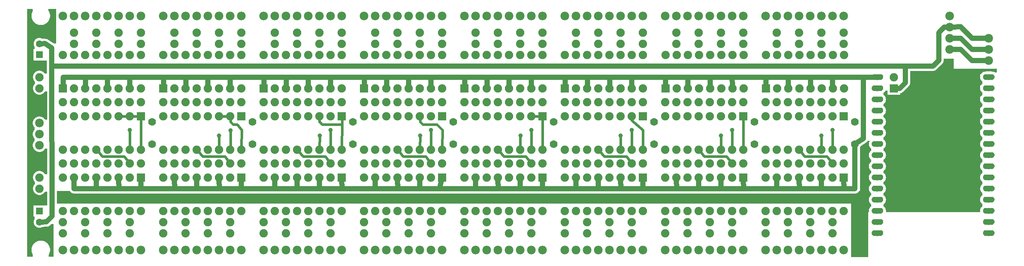
<source format=gtl>
G04 MADE WITH FRITZING*
G04 WWW.FRITZING.ORG*
G04 DOUBLE SIDED*
G04 HOLES PLATED*
G04 CONTOUR ON CENTER OF CONTOUR VECTOR*
%ASAXBY*%
%FSLAX23Y23*%
%MOIN*%
%OFA0B0*%
%SFA1.0B1.0*%
%ADD10C,0.075000*%
%ADD11C,0.052000*%
%ADD12C,0.078000*%
%ADD13C,0.070000*%
%ADD14C,0.062992*%
%ADD15C,0.039370*%
%ADD16R,0.075000X0.075000*%
%ADD17R,0.062992X0.062992*%
%ADD18C,0.048000*%
%ADD19C,0.024000*%
%ADD20R,0.001000X0.001000*%
%LNCOPPER1*%
G90*
G70*
G54D10*
X8301Y1764D03*
X7490Y529D03*
X113Y2056D03*
G54D11*
X7665Y1655D03*
X7665Y1555D03*
X7665Y1455D03*
X7665Y1355D03*
X7665Y1255D03*
X7665Y1155D03*
X7665Y1055D03*
X7665Y955D03*
X7665Y855D03*
X7665Y755D03*
X7665Y655D03*
X7665Y555D03*
X7665Y455D03*
X7665Y355D03*
X7665Y255D03*
X8665Y255D03*
X8665Y355D03*
X8665Y455D03*
X8665Y555D03*
X8665Y655D03*
X8665Y755D03*
X8665Y855D03*
X8665Y955D03*
X8665Y1055D03*
X8665Y1155D03*
X8665Y1255D03*
X8665Y1355D03*
X8665Y1455D03*
X8665Y1555D03*
X8665Y1655D03*
G54D12*
X8315Y1905D03*
X8315Y2005D03*
X8315Y2105D03*
X8315Y2205D03*
X8665Y1805D03*
X8665Y1905D03*
X8665Y2005D03*
G54D13*
X7465Y1255D03*
X7465Y1055D03*
X1165Y1255D03*
X1165Y1055D03*
X2065Y1255D03*
X2065Y1055D03*
X2965Y1255D03*
X2965Y1055D03*
X3865Y1255D03*
X3865Y1055D03*
X4765Y1255D03*
X4765Y1055D03*
X5665Y1255D03*
X5665Y1055D03*
X6565Y1255D03*
X6565Y1055D03*
G54D10*
X7815Y1555D03*
X7815Y1655D03*
G54D14*
X153Y454D03*
X153Y355D03*
X153Y1857D03*
X153Y1955D03*
G54D10*
X153Y755D03*
X153Y655D03*
X153Y1555D03*
X153Y1655D03*
G54D12*
X153Y1243D03*
X153Y1143D03*
X153Y1043D03*
G54D15*
X5465Y1180D03*
X5365Y1130D03*
X6265Y1130D03*
X6365Y1180D03*
X7265Y1180D03*
X7165Y1130D03*
X4565Y1180D03*
X4466Y1131D03*
X965Y1180D03*
X3665Y1180D03*
X3566Y1130D03*
X1867Y1177D03*
X1765Y1130D03*
X2666Y1130D03*
X2765Y1180D03*
G54D12*
X1065Y2205D03*
X965Y2205D03*
X865Y2205D03*
X765Y2205D03*
X665Y2205D03*
X565Y2205D03*
X465Y2205D03*
X365Y2205D03*
X1965Y2205D03*
X1865Y2205D03*
X1765Y2205D03*
X1665Y2205D03*
X1565Y2205D03*
X1465Y2205D03*
X1365Y2205D03*
X1265Y2205D03*
X2865Y2205D03*
X2765Y2205D03*
X2665Y2205D03*
X2565Y2205D03*
X2465Y2205D03*
X2365Y2205D03*
X2265Y2205D03*
X2165Y2205D03*
X3765Y2205D03*
X3665Y2205D03*
X3565Y2205D03*
X3465Y2205D03*
X3365Y2205D03*
X3265Y2205D03*
X3165Y2205D03*
X3065Y2205D03*
X4665Y2205D03*
X4565Y2205D03*
X4465Y2205D03*
X4365Y2205D03*
X4265Y2205D03*
X4165Y2205D03*
X4065Y2205D03*
X3965Y2205D03*
X5565Y2205D03*
X5465Y2205D03*
X5365Y2205D03*
X5265Y2205D03*
X5165Y2205D03*
X5065Y2205D03*
X4965Y2205D03*
X4865Y2205D03*
X6465Y2205D03*
X6365Y2205D03*
X6265Y2205D03*
X6165Y2205D03*
X6065Y2205D03*
X5965Y2205D03*
X5865Y2205D03*
X5765Y2205D03*
X7365Y2205D03*
X7265Y2205D03*
X7165Y2205D03*
X7065Y2205D03*
X6965Y2205D03*
X6865Y2205D03*
X6765Y2205D03*
X6665Y2205D03*
G54D10*
X1065Y1305D03*
X1065Y1005D03*
X965Y1305D03*
X965Y1005D03*
X865Y1305D03*
X865Y1005D03*
X765Y1305D03*
X765Y1005D03*
X665Y1305D03*
X665Y1005D03*
X565Y1305D03*
X565Y1005D03*
X465Y1305D03*
X465Y1005D03*
X365Y1305D03*
X365Y1005D03*
X1965Y1305D03*
X1965Y1005D03*
X1865Y1305D03*
X1865Y1005D03*
X1765Y1305D03*
X1765Y1005D03*
X1665Y1305D03*
X1665Y1005D03*
X1565Y1305D03*
X1565Y1005D03*
X1465Y1305D03*
X1465Y1005D03*
X1365Y1305D03*
X1365Y1005D03*
X1265Y1305D03*
X1265Y1005D03*
X2865Y1305D03*
X2865Y1005D03*
X2765Y1305D03*
X2765Y1005D03*
X2665Y1305D03*
X2665Y1005D03*
X2565Y1305D03*
X2565Y1005D03*
X2465Y1305D03*
X2465Y1005D03*
X2365Y1305D03*
X2365Y1005D03*
X2265Y1305D03*
X2265Y1005D03*
X2165Y1305D03*
X2165Y1005D03*
X3765Y1305D03*
X3765Y1005D03*
X3665Y1305D03*
X3665Y1005D03*
X3565Y1305D03*
X3565Y1005D03*
X3465Y1305D03*
X3465Y1005D03*
X3365Y1305D03*
X3365Y1005D03*
X3265Y1305D03*
X3265Y1005D03*
X3165Y1305D03*
X3165Y1005D03*
X3065Y1305D03*
X3065Y1005D03*
X4665Y1305D03*
X4665Y1005D03*
X4565Y1305D03*
X4565Y1005D03*
X4465Y1305D03*
X4465Y1005D03*
X4365Y1305D03*
X4365Y1005D03*
X4265Y1305D03*
X4265Y1005D03*
X4165Y1305D03*
X4165Y1005D03*
X4065Y1305D03*
X4065Y1005D03*
X3965Y1305D03*
X3965Y1005D03*
X5565Y1305D03*
X5565Y1005D03*
X5465Y1305D03*
X5465Y1005D03*
X5365Y1305D03*
X5365Y1005D03*
X5265Y1305D03*
X5265Y1005D03*
X5165Y1305D03*
X5165Y1005D03*
X5065Y1305D03*
X5065Y1005D03*
X4965Y1305D03*
X4965Y1005D03*
X4865Y1305D03*
X4865Y1005D03*
X6465Y1305D03*
X6465Y1005D03*
X6365Y1305D03*
X6365Y1005D03*
X6265Y1305D03*
X6265Y1005D03*
X6165Y1305D03*
X6165Y1005D03*
X6065Y1305D03*
X6065Y1005D03*
X5965Y1305D03*
X5965Y1005D03*
X5865Y1305D03*
X5865Y1005D03*
X5765Y1305D03*
X5765Y1005D03*
X7365Y1305D03*
X7365Y1005D03*
X7265Y1305D03*
X7265Y1005D03*
X7165Y1305D03*
X7165Y1005D03*
X7065Y1305D03*
X7065Y1005D03*
X6965Y1305D03*
X6965Y1005D03*
X6865Y1305D03*
X6865Y1005D03*
X6765Y1305D03*
X6765Y1005D03*
X6665Y1305D03*
X6665Y1005D03*
X1065Y755D03*
X1065Y455D03*
X965Y755D03*
X965Y455D03*
X865Y755D03*
X865Y455D03*
X765Y755D03*
X765Y455D03*
X665Y755D03*
X665Y455D03*
X565Y755D03*
X565Y455D03*
X465Y755D03*
X465Y455D03*
X365Y755D03*
X365Y455D03*
X1965Y755D03*
X1965Y455D03*
X1865Y755D03*
X1865Y455D03*
X1765Y755D03*
X1765Y455D03*
X1665Y755D03*
X1665Y455D03*
X1565Y755D03*
X1565Y455D03*
X1465Y755D03*
X1465Y455D03*
X1365Y755D03*
X1365Y455D03*
X1265Y755D03*
X1265Y455D03*
X2865Y755D03*
X2865Y455D03*
X2765Y755D03*
X2765Y455D03*
X2665Y755D03*
X2665Y455D03*
X2565Y755D03*
X2565Y455D03*
X2465Y755D03*
X2465Y455D03*
X2365Y755D03*
X2365Y455D03*
X2265Y755D03*
X2265Y455D03*
X2165Y755D03*
X2165Y455D03*
X3765Y755D03*
X3765Y455D03*
X3665Y755D03*
X3665Y455D03*
X3565Y755D03*
X3565Y455D03*
X3465Y755D03*
X3465Y455D03*
X3365Y755D03*
X3365Y455D03*
X3265Y755D03*
X3265Y455D03*
X3165Y755D03*
X3165Y455D03*
X3065Y755D03*
X3065Y455D03*
X4665Y755D03*
X4665Y455D03*
X4565Y755D03*
X4565Y455D03*
X4465Y755D03*
X4465Y455D03*
X4365Y755D03*
X4365Y455D03*
X4265Y755D03*
X4265Y455D03*
X4165Y755D03*
X4165Y455D03*
X4065Y755D03*
X4065Y455D03*
X3965Y755D03*
X3965Y455D03*
X5565Y755D03*
X5565Y455D03*
X5465Y755D03*
X5465Y455D03*
X5365Y755D03*
X5365Y455D03*
X5265Y755D03*
X5265Y455D03*
X5165Y755D03*
X5165Y455D03*
X5065Y755D03*
X5065Y455D03*
X4965Y755D03*
X4965Y455D03*
X4865Y755D03*
X4865Y455D03*
X6465Y755D03*
X6465Y455D03*
X6365Y755D03*
X6365Y455D03*
X6265Y755D03*
X6265Y455D03*
X6165Y755D03*
X6165Y455D03*
X6065Y755D03*
X6065Y455D03*
X5965Y755D03*
X5965Y455D03*
X5865Y755D03*
X5865Y455D03*
X5765Y755D03*
X5765Y455D03*
X7365Y755D03*
X7365Y455D03*
X7265Y755D03*
X7265Y455D03*
X7165Y755D03*
X7165Y455D03*
X7065Y755D03*
X7065Y455D03*
X6965Y755D03*
X6965Y455D03*
X6865Y755D03*
X6865Y455D03*
X6765Y755D03*
X6765Y455D03*
X6665Y755D03*
X6665Y455D03*
X365Y1555D03*
X365Y1855D03*
X465Y1555D03*
X465Y1855D03*
X565Y1555D03*
X565Y1855D03*
X665Y1555D03*
X665Y1855D03*
X765Y1555D03*
X765Y1855D03*
X865Y1555D03*
X865Y1855D03*
X965Y1555D03*
X965Y1855D03*
X1065Y1555D03*
X1065Y1855D03*
X1265Y1555D03*
X1265Y1855D03*
X1365Y1555D03*
X1365Y1855D03*
X1465Y1555D03*
X1465Y1855D03*
X1565Y1555D03*
X1565Y1855D03*
X1665Y1555D03*
X1665Y1855D03*
X1765Y1555D03*
X1765Y1855D03*
X1865Y1555D03*
X1865Y1855D03*
X1965Y1555D03*
X1965Y1855D03*
X2165Y1555D03*
X2165Y1855D03*
X2265Y1555D03*
X2265Y1855D03*
X2365Y1555D03*
X2365Y1855D03*
X2465Y1555D03*
X2465Y1855D03*
X2565Y1555D03*
X2565Y1855D03*
X2665Y1555D03*
X2665Y1855D03*
X2765Y1555D03*
X2765Y1855D03*
X2865Y1555D03*
X2865Y1855D03*
X3065Y1555D03*
X3065Y1855D03*
X3165Y1555D03*
X3165Y1855D03*
X3265Y1555D03*
X3265Y1855D03*
X3365Y1555D03*
X3365Y1855D03*
X3465Y1555D03*
X3465Y1855D03*
X3565Y1555D03*
X3565Y1855D03*
X3665Y1555D03*
X3665Y1855D03*
X3765Y1555D03*
X3765Y1855D03*
X3965Y1555D03*
X3965Y1855D03*
X4065Y1555D03*
X4065Y1855D03*
X4165Y1555D03*
X4165Y1855D03*
X4265Y1555D03*
X4265Y1855D03*
X4365Y1555D03*
X4365Y1855D03*
X4465Y1555D03*
X4465Y1855D03*
X4565Y1555D03*
X4565Y1855D03*
X4665Y1555D03*
X4665Y1855D03*
X5766Y1555D03*
X5766Y1855D03*
X5866Y1555D03*
X5866Y1855D03*
X5966Y1555D03*
X5966Y1855D03*
X6066Y1555D03*
X6066Y1855D03*
X6166Y1555D03*
X6166Y1855D03*
X6266Y1555D03*
X6266Y1855D03*
X6366Y1555D03*
X6366Y1855D03*
X6466Y1555D03*
X6466Y1855D03*
X4865Y1555D03*
X4865Y1855D03*
X4965Y1555D03*
X4965Y1855D03*
X5065Y1555D03*
X5065Y1855D03*
X5165Y1555D03*
X5165Y1855D03*
X5265Y1555D03*
X5265Y1855D03*
X5365Y1555D03*
X5365Y1855D03*
X5465Y1555D03*
X5465Y1855D03*
X5565Y1555D03*
X5565Y1855D03*
X6666Y1554D03*
X6666Y1854D03*
X6766Y1554D03*
X6766Y1854D03*
X6866Y1554D03*
X6866Y1854D03*
X6966Y1554D03*
X6966Y1854D03*
X7066Y1554D03*
X7066Y1854D03*
X7166Y1554D03*
X7166Y1854D03*
X7266Y1554D03*
X7266Y1854D03*
X7366Y1554D03*
X7366Y1854D03*
X7365Y1955D03*
X7365Y2055D03*
X6965Y2055D03*
X6965Y1955D03*
X5565Y2055D03*
X5565Y1955D03*
X6465Y2055D03*
X6465Y1955D03*
X5365Y2055D03*
X5365Y1955D03*
X6265Y2055D03*
X6265Y1955D03*
X5165Y2055D03*
X5165Y1955D03*
X6065Y2055D03*
X6065Y1955D03*
X4965Y2055D03*
X4965Y1955D03*
X5865Y2055D03*
X5865Y1955D03*
X7265Y880D03*
X7365Y880D03*
X7065Y880D03*
X7165Y880D03*
X6865Y880D03*
X6965Y880D03*
X365Y880D03*
X465Y880D03*
X1265Y880D03*
X1365Y880D03*
X2165Y880D03*
X2265Y880D03*
X3065Y880D03*
X3165Y880D03*
X3965Y880D03*
X4065Y880D03*
X4865Y880D03*
X4965Y880D03*
X5765Y880D03*
X5865Y880D03*
X565Y880D03*
X665Y880D03*
X1465Y880D03*
X1565Y880D03*
X2365Y880D03*
X2465Y880D03*
X3265Y880D03*
X3365Y880D03*
X4165Y880D03*
X4265Y880D03*
X5065Y880D03*
X5165Y880D03*
X5965Y880D03*
X6065Y880D03*
X765Y880D03*
X865Y880D03*
X1665Y880D03*
X1765Y880D03*
X2565Y880D03*
X2665Y880D03*
X3465Y880D03*
X3565Y880D03*
X4365Y880D03*
X4465Y880D03*
X5265Y880D03*
X5365Y880D03*
X6165Y880D03*
X6265Y880D03*
X965Y880D03*
X1065Y880D03*
X1865Y880D03*
X1965Y880D03*
X2765Y880D03*
X2865Y880D03*
X3665Y880D03*
X3765Y880D03*
X4565Y880D03*
X4665Y880D03*
X5465Y880D03*
X5565Y880D03*
X6365Y880D03*
X6465Y880D03*
X6665Y880D03*
X6765Y880D03*
X7265Y1430D03*
X7365Y1430D03*
X6865Y1430D03*
X6965Y1430D03*
X7165Y1430D03*
X7065Y1430D03*
X965Y1430D03*
X1065Y1430D03*
X1865Y1430D03*
X1965Y1430D03*
X2765Y1430D03*
X2865Y1430D03*
X3665Y1430D03*
X3765Y1430D03*
X4565Y1430D03*
X4665Y1430D03*
X5465Y1430D03*
X5565Y1430D03*
X6365Y1430D03*
X6465Y1430D03*
X865Y1430D03*
X765Y1430D03*
X1765Y1430D03*
X1665Y1430D03*
X2665Y1430D03*
X2565Y1430D03*
X3565Y1430D03*
X3465Y1430D03*
X4465Y1430D03*
X4365Y1430D03*
X5365Y1430D03*
X5265Y1430D03*
X6265Y1430D03*
X6165Y1430D03*
X565Y1430D03*
X665Y1430D03*
X1465Y1430D03*
X1565Y1430D03*
X2365Y1430D03*
X2465Y1430D03*
X3265Y1430D03*
X3365Y1430D03*
X4165Y1430D03*
X4265Y1430D03*
X5065Y1430D03*
X5165Y1430D03*
X5965Y1430D03*
X6065Y1430D03*
X465Y1430D03*
X365Y1430D03*
X1365Y1430D03*
X1265Y1430D03*
X2265Y1430D03*
X2165Y1430D03*
X3165Y1430D03*
X3065Y1430D03*
X4065Y1430D03*
X3965Y1430D03*
X4965Y1430D03*
X4865Y1430D03*
X5865Y1430D03*
X5765Y1430D03*
X6765Y1430D03*
X6665Y1430D03*
X7265Y355D03*
X7265Y255D03*
X7065Y355D03*
X7065Y255D03*
X6865Y355D03*
X6865Y255D03*
X965Y355D03*
X965Y255D03*
X1865Y355D03*
X1865Y255D03*
X2765Y355D03*
X2765Y255D03*
X3665Y355D03*
X3665Y255D03*
X4565Y355D03*
X4565Y255D03*
X5465Y355D03*
X5465Y255D03*
X6365Y355D03*
X6365Y255D03*
X765Y355D03*
X765Y255D03*
X1665Y355D03*
X1665Y255D03*
X2565Y355D03*
X2565Y255D03*
X3465Y355D03*
X3465Y255D03*
X4365Y355D03*
X4365Y255D03*
X5265Y355D03*
X5265Y255D03*
X6165Y355D03*
X6165Y255D03*
X565Y355D03*
X565Y255D03*
X1465Y355D03*
X1465Y255D03*
X2365Y355D03*
X2365Y255D03*
X3265Y355D03*
X3265Y255D03*
X4165Y355D03*
X4165Y255D03*
X5065Y355D03*
X5065Y255D03*
X5965Y355D03*
X5965Y255D03*
X365Y355D03*
X365Y255D03*
X1265Y355D03*
X1265Y255D03*
X2165Y355D03*
X2165Y255D03*
X3065Y355D03*
X3065Y255D03*
X3965Y355D03*
X3965Y255D03*
X4865Y355D03*
X4865Y255D03*
X5765Y355D03*
X5765Y255D03*
X6665Y355D03*
X6665Y255D03*
X4665Y2055D03*
X4665Y1955D03*
X4465Y2055D03*
X4465Y1955D03*
X1065Y2055D03*
X1065Y1955D03*
X665Y2055D03*
X665Y1955D03*
X865Y2055D03*
X865Y1955D03*
X465Y2055D03*
X465Y1955D03*
X1965Y2055D03*
X1965Y1955D03*
X1565Y2055D03*
X1565Y1955D03*
X1765Y2055D03*
X1765Y1955D03*
X1365Y2055D03*
X1365Y1955D03*
X2865Y2055D03*
X2865Y1955D03*
X2465Y2055D03*
X2465Y1955D03*
X2665Y2055D03*
X2665Y1955D03*
X2265Y2055D03*
X2265Y1955D03*
X3165Y2055D03*
X3165Y1955D03*
X3365Y2055D03*
X3365Y1955D03*
X3565Y2055D03*
X3565Y1955D03*
X3765Y2055D03*
X3765Y1955D03*
X4065Y2055D03*
X4065Y1955D03*
X4265Y2055D03*
X4265Y1955D03*
G54D12*
X365Y105D03*
X465Y105D03*
X565Y105D03*
X665Y105D03*
X765Y105D03*
X865Y105D03*
X965Y105D03*
X1065Y105D03*
X1265Y105D03*
X1365Y105D03*
X1465Y105D03*
X1565Y105D03*
X1665Y105D03*
X1765Y105D03*
X1865Y105D03*
X1965Y105D03*
X2165Y105D03*
X2265Y105D03*
X2365Y105D03*
X2465Y105D03*
X2565Y105D03*
X2665Y105D03*
X2765Y105D03*
X2865Y105D03*
X3065Y105D03*
X3165Y105D03*
X3265Y105D03*
X3365Y105D03*
X3465Y105D03*
X3565Y105D03*
X3665Y105D03*
X3765Y105D03*
X3965Y105D03*
X4065Y105D03*
X4165Y105D03*
X4265Y105D03*
X4365Y105D03*
X4465Y105D03*
X4565Y105D03*
X4665Y105D03*
X6665Y105D03*
X6765Y105D03*
X6865Y105D03*
X6965Y105D03*
X7065Y105D03*
X7165Y105D03*
X7265Y105D03*
X7365Y105D03*
X5765Y105D03*
X5865Y105D03*
X5965Y105D03*
X6065Y105D03*
X6165Y105D03*
X6265Y105D03*
X6365Y105D03*
X6465Y105D03*
X4865Y105D03*
X4965Y105D03*
X5065Y105D03*
X5165Y105D03*
X5265Y105D03*
X5365Y105D03*
X5465Y105D03*
X5565Y105D03*
G54D10*
X7165Y1955D03*
X7165Y2055D03*
X6765Y2055D03*
X6765Y1955D03*
G54D16*
X7815Y1555D03*
G54D17*
X153Y454D03*
X153Y1857D03*
G54D16*
X1065Y1305D03*
X1965Y1305D03*
X2865Y1305D03*
X3765Y1305D03*
X4665Y1305D03*
X5565Y1305D03*
X6465Y1305D03*
X7365Y1305D03*
X1065Y755D03*
X1965Y755D03*
X2865Y755D03*
X3765Y755D03*
X4665Y755D03*
X5565Y755D03*
X6465Y755D03*
X7365Y755D03*
X365Y1555D03*
X1265Y1555D03*
X2165Y1555D03*
X3065Y1555D03*
X3965Y1555D03*
X5766Y1555D03*
X4865Y1555D03*
X6666Y1554D03*
G54D18*
X7866Y1555D02*
X7916Y1605D01*
D02*
X8216Y1805D02*
X8216Y2055D01*
D02*
X8165Y1755D02*
X8216Y1805D01*
D02*
X7916Y1605D02*
X7916Y1755D01*
D02*
X8265Y2105D02*
X8296Y2105D01*
D02*
X8216Y2055D02*
X8265Y2105D01*
D02*
X7833Y1555D02*
X7866Y1555D01*
D02*
X7916Y1754D02*
X8165Y1755D01*
D02*
X8515Y2005D02*
X8415Y2106D01*
D02*
X8515Y1905D02*
X8415Y2005D01*
D02*
X8515Y1805D02*
X8415Y1905D01*
D02*
X8415Y1905D02*
X8334Y1905D01*
D02*
X8415Y2005D02*
X8334Y2005D01*
D02*
X8415Y2106D02*
X8334Y2105D01*
D02*
X8646Y1805D02*
X8515Y1805D01*
D02*
X8646Y1905D02*
X8515Y1905D01*
D02*
X8646Y2005D02*
X8515Y2005D01*
G54D19*
D02*
X716Y943D02*
X676Y992D01*
D02*
X915Y943D02*
X716Y943D01*
D02*
X954Y894D02*
X915Y943D01*
D02*
X1855Y894D02*
X1816Y943D01*
D02*
X1816Y943D02*
X1616Y943D01*
D02*
X1616Y943D02*
X1576Y991D01*
D02*
X2516Y943D02*
X2476Y991D01*
D02*
X2716Y943D02*
X2516Y943D01*
D02*
X2755Y894D02*
X2716Y943D01*
D02*
X3415Y943D02*
X3376Y991D01*
D02*
X3616Y943D02*
X3415Y943D01*
D02*
X3655Y894D02*
X3616Y943D01*
D02*
X4515Y943D02*
X4316Y943D01*
D02*
X4555Y894D02*
X4515Y943D01*
D02*
X7215Y943D02*
X7015Y942D01*
D02*
X7015Y942D02*
X6976Y991D01*
D02*
X6315Y943D02*
X6115Y943D01*
D02*
X6115Y943D02*
X6076Y991D01*
D02*
X5416Y943D02*
X5216Y943D01*
D02*
X5216Y943D02*
X5176Y991D01*
D02*
X4316Y943D02*
X4276Y991D01*
D02*
X5455Y894D02*
X5416Y943D01*
D02*
X6355Y894D02*
X6315Y943D01*
D02*
X7254Y894D02*
X7215Y943D01*
G54D18*
D02*
X3665Y1655D02*
X3464Y1655D01*
D02*
X3464Y1655D02*
X3266Y1655D01*
D02*
X3266Y1655D02*
X3066Y1655D01*
D02*
X3066Y1655D02*
X2765Y1655D01*
D02*
X2765Y1655D02*
X2564Y1655D01*
D02*
X2564Y1655D02*
X2366Y1655D01*
D02*
X2366Y1655D02*
X2166Y1655D01*
D02*
X2166Y1655D02*
X1865Y1655D01*
D02*
X1865Y1655D02*
X1665Y1655D01*
D02*
X1665Y1655D02*
X1466Y1655D01*
D02*
X1466Y1655D02*
X1266Y1655D01*
D02*
X1266Y1655D02*
X965Y1655D01*
D02*
X965Y1655D02*
X965Y1573D01*
D02*
X765Y1655D02*
X765Y1573D01*
D02*
X566Y1655D02*
X566Y1573D01*
D02*
X965Y1655D02*
X765Y1655D01*
D02*
X765Y1655D02*
X566Y1655D01*
D02*
X566Y1655D02*
X366Y1655D01*
D02*
X366Y1655D02*
X366Y1573D01*
D02*
X3966Y1655D02*
X3665Y1655D01*
D02*
X2765Y1655D02*
X2765Y1573D01*
D02*
X3066Y1655D02*
X3066Y1573D01*
D02*
X3266Y1655D02*
X3266Y1573D01*
D02*
X3464Y1655D02*
X3465Y1573D01*
D02*
X3665Y1655D02*
X3665Y1573D01*
D02*
X1466Y1655D02*
X1466Y1573D01*
D02*
X1665Y1655D02*
X1665Y1573D01*
D02*
X1865Y1655D02*
X1865Y1573D01*
D02*
X1266Y1655D02*
X1266Y1573D01*
D02*
X2166Y1655D02*
X2166Y1573D01*
D02*
X2366Y1655D02*
X2366Y1573D01*
D02*
X2564Y1655D02*
X2565Y1573D01*
D02*
X1366Y655D02*
X1365Y738D01*
D02*
X1565Y655D02*
X1565Y738D01*
D02*
X1766Y655D02*
X1765Y738D01*
D02*
X1965Y655D02*
X1965Y738D01*
D02*
X3165Y655D02*
X3165Y738D01*
D02*
X3366Y655D02*
X3365Y738D01*
D02*
X3565Y655D02*
X3565Y738D01*
D02*
X3741Y655D02*
X3761Y738D01*
D02*
X2866Y655D02*
X2865Y738D01*
D02*
X2665Y655D02*
X2665Y738D01*
D02*
X2465Y655D02*
X2465Y738D01*
D02*
X2265Y655D02*
X2265Y738D01*
D02*
X265Y1917D02*
X264Y1755D01*
D02*
X203Y1956D02*
X265Y1917D01*
D02*
X264Y1755D02*
X7916Y1754D01*
D02*
X169Y1955D02*
X203Y1956D01*
D02*
X216Y356D02*
X169Y355D01*
D02*
X266Y406D02*
X216Y356D01*
D02*
X264Y1755D02*
X266Y406D01*
G54D19*
D02*
X6265Y1122D02*
X6265Y1023D01*
D02*
X5365Y1122D02*
X5365Y1023D01*
D02*
X5465Y1172D02*
X5465Y1023D01*
D02*
X4648Y1305D02*
X4583Y1305D01*
D02*
X4665Y1023D02*
X4665Y1288D01*
D02*
X5465Y1267D02*
X5465Y1288D01*
D02*
X5565Y1180D02*
X5465Y1267D01*
D02*
X5565Y1023D02*
X5565Y1180D01*
D02*
X6465Y1023D02*
X6465Y1288D01*
D02*
X7165Y1023D02*
X7165Y1122D01*
D02*
X6365Y1023D02*
X6365Y1172D01*
D02*
X4565Y1023D02*
X4565Y1172D01*
D02*
X7265Y1023D02*
X7265Y1172D01*
D02*
X4465Y1023D02*
X4465Y1123D01*
G54D18*
D02*
X7465Y1040D02*
X7464Y955D01*
D02*
X7541Y1105D02*
X7478Y1063D01*
D02*
X7541Y1655D02*
X7646Y1655D01*
D02*
X7541Y1655D02*
X7541Y1105D01*
D02*
X7264Y1655D02*
X7541Y1655D01*
D02*
X7264Y1655D02*
X7265Y1571D01*
D02*
X7066Y1655D02*
X7264Y1655D01*
D02*
X7066Y1655D02*
X7066Y1571D01*
D02*
X6866Y1655D02*
X7066Y1655D01*
D02*
X6866Y1655D02*
X6866Y1571D01*
D02*
X6666Y1655D02*
X6866Y1655D01*
D02*
X6666Y1655D02*
X6666Y1571D01*
D02*
X6365Y1655D02*
X6666Y1655D01*
D02*
X6366Y1572D02*
X6365Y1655D01*
D02*
X6365Y1655D02*
X6166Y1655D01*
D02*
X6166Y1572D02*
X6166Y1655D01*
D02*
X6166Y1655D02*
X5966Y1655D01*
D02*
X5966Y1572D02*
X5966Y1655D01*
D02*
X5966Y1655D02*
X5766Y1655D01*
D02*
X5766Y1655D02*
X5465Y1655D01*
D02*
X5465Y1655D02*
X5266Y1655D01*
D02*
X5266Y1655D02*
X5066Y1655D01*
D02*
X5066Y1655D02*
X4866Y1655D01*
D02*
X5766Y1572D02*
X5766Y1655D01*
D02*
X5465Y1573D02*
X5465Y1655D01*
D02*
X5266Y1573D02*
X5266Y1655D01*
D02*
X4866Y1655D02*
X4565Y1655D01*
D02*
X4166Y1655D02*
X4364Y1655D01*
D02*
X3966Y1573D02*
X3966Y1655D01*
D02*
X3966Y1655D02*
X4166Y1655D01*
D02*
X5066Y1573D02*
X5066Y1655D01*
D02*
X4166Y1573D02*
X4166Y1655D01*
D02*
X4365Y1573D02*
X4364Y1655D01*
D02*
X4364Y1655D02*
X4565Y1655D01*
D02*
X4866Y1573D02*
X4866Y1655D01*
D02*
X4565Y1655D02*
X4565Y1573D01*
D02*
X7366Y655D02*
X7464Y654D01*
D02*
X7165Y655D02*
X7165Y737D01*
D02*
X6966Y655D02*
X7165Y655D01*
D02*
X6966Y655D02*
X6765Y655D01*
D02*
X7366Y655D02*
X7365Y737D01*
D02*
X7165Y655D02*
X7366Y655D01*
D02*
X6765Y655D02*
X6765Y737D01*
D02*
X7464Y654D02*
X7464Y955D01*
D02*
X6466Y655D02*
X6265Y655D01*
D02*
X5866Y655D02*
X5565Y655D01*
D02*
X6065Y655D02*
X5866Y655D01*
D02*
X6265Y655D02*
X6065Y655D01*
D02*
X6466Y655D02*
X6465Y738D01*
D02*
X5866Y655D02*
X5865Y738D01*
D02*
X6765Y655D02*
X6466Y655D01*
D02*
X6265Y655D02*
X6265Y738D01*
D02*
X6065Y655D02*
X6065Y738D01*
D02*
X6965Y737D02*
X6966Y655D01*
D02*
X4465Y655D02*
X4266Y655D01*
D02*
X4665Y655D02*
X4465Y655D01*
D02*
X4965Y655D02*
X4665Y655D01*
D02*
X5165Y655D02*
X4965Y655D01*
D02*
X4965Y655D02*
X4965Y738D01*
D02*
X5565Y655D02*
X5565Y738D01*
D02*
X5366Y655D02*
X5165Y655D01*
D02*
X5565Y655D02*
X5366Y655D01*
D02*
X5165Y655D02*
X5165Y738D01*
D02*
X5366Y655D02*
X5365Y738D01*
D02*
X4665Y655D02*
X4665Y738D01*
D02*
X4465Y655D02*
X4465Y738D01*
D02*
X4266Y655D02*
X4265Y738D01*
D02*
X4266Y655D02*
X4065Y655D01*
D02*
X4065Y655D02*
X4065Y738D01*
G54D19*
D02*
X948Y1305D02*
X883Y1305D01*
D02*
X2866Y1230D02*
X2866Y1288D01*
D02*
X2691Y1230D02*
X2866Y1230D01*
D02*
X2866Y1230D02*
X2865Y1023D01*
D02*
X2665Y1255D02*
X2691Y1230D01*
D02*
X2665Y1288D02*
X2665Y1255D01*
D02*
X3716Y1230D02*
X3590Y1230D01*
D02*
X3566Y1255D02*
X3566Y1288D01*
D02*
X3590Y1230D02*
X3566Y1255D01*
D02*
X3766Y1180D02*
X3716Y1230D01*
D02*
X3765Y1023D02*
X3766Y1180D01*
D02*
X3566Y1123D02*
X3565Y1023D01*
D02*
X3665Y1172D02*
X3665Y1023D01*
D02*
X965Y1172D02*
X965Y1023D01*
D02*
X1890Y1230D02*
X1866Y1255D01*
D02*
X1928Y1230D02*
X1890Y1230D01*
D02*
X1866Y1255D02*
X1865Y1288D01*
D02*
X1848Y1305D02*
X1783Y1305D01*
D02*
X1966Y1180D02*
X1928Y1230D01*
D02*
X1965Y1023D02*
X1966Y1180D01*
D02*
X1866Y1169D02*
X1866Y1023D01*
D02*
X1765Y1122D02*
X1765Y1023D01*
D02*
X1065Y1023D02*
X1065Y1288D01*
D02*
X1048Y1305D02*
X983Y1305D01*
D02*
X2666Y1123D02*
X2665Y1023D01*
D02*
X2765Y1172D02*
X2765Y1023D01*
G54D18*
D02*
X665Y655D02*
X665Y738D01*
D02*
X866Y655D02*
X865Y738D01*
D02*
X1065Y655D02*
X1065Y738D01*
D02*
X1065Y655D02*
X866Y655D01*
D02*
X866Y655D02*
X665Y655D01*
D02*
X665Y655D02*
X465Y655D01*
D02*
X465Y655D02*
X465Y738D01*
D02*
X3741Y655D02*
X3565Y655D01*
D02*
X3565Y655D02*
X3366Y655D01*
D02*
X3366Y655D02*
X3165Y655D01*
D02*
X3165Y655D02*
X2866Y655D01*
D02*
X2866Y655D02*
X2665Y655D01*
D02*
X2665Y655D02*
X2465Y655D01*
D02*
X2465Y655D02*
X2265Y655D01*
D02*
X2265Y655D02*
X1965Y655D01*
D02*
X1965Y655D02*
X1766Y655D01*
D02*
X1766Y655D02*
X1565Y655D01*
D02*
X1565Y655D02*
X1366Y655D01*
D02*
X1366Y655D02*
X1065Y655D01*
D02*
X4065Y655D02*
X3741Y655D01*
G36*
X8260Y1821D02*
X8260Y1797D01*
X8258Y1797D01*
X8258Y1789D01*
X8256Y1789D01*
X8256Y1785D01*
X8254Y1785D01*
X8254Y1781D01*
X8252Y1781D01*
X8252Y1779D01*
X8250Y1779D01*
X8250Y1777D01*
X8248Y1777D01*
X8248Y1773D01*
X8246Y1773D01*
X8246Y1771D01*
X8244Y1771D01*
X8244Y1769D01*
X8242Y1769D01*
X8242Y1767D01*
X8240Y1767D01*
X8240Y1765D01*
X8238Y1765D01*
X8238Y1763D01*
X8236Y1763D01*
X8236Y1761D01*
X8234Y1761D01*
X8234Y1759D01*
X8232Y1759D01*
X8232Y1757D01*
X8228Y1757D01*
X8228Y1755D01*
X8226Y1755D01*
X8226Y1753D01*
X8224Y1753D01*
X8224Y1751D01*
X8222Y1751D01*
X8222Y1749D01*
X8220Y1749D01*
X8220Y1747D01*
X8218Y1747D01*
X8218Y1745D01*
X8216Y1745D01*
X8216Y1743D01*
X8214Y1743D01*
X8214Y1741D01*
X8212Y1741D01*
X8212Y1739D01*
X8210Y1739D01*
X8210Y1737D01*
X8208Y1737D01*
X8208Y1735D01*
X8206Y1735D01*
X8206Y1733D01*
X8204Y1733D01*
X8204Y1731D01*
X8202Y1731D01*
X8202Y1729D01*
X8200Y1729D01*
X8200Y1727D01*
X8198Y1727D01*
X8198Y1725D01*
X8196Y1725D01*
X8196Y1723D01*
X8194Y1723D01*
X8194Y1721D01*
X8192Y1721D01*
X8192Y1719D01*
X8188Y1719D01*
X8188Y1717D01*
X8186Y1717D01*
X8186Y1715D01*
X8180Y1715D01*
X8180Y1713D01*
X8174Y1713D01*
X8174Y1711D01*
X7960Y1711D01*
X7960Y1707D01*
X8692Y1707D01*
X8692Y1705D01*
X8704Y1705D01*
X8704Y1703D01*
X8710Y1703D01*
X8710Y1701D01*
X8714Y1701D01*
X8714Y1699D01*
X8718Y1699D01*
X8718Y1697D01*
X8738Y1697D01*
X8738Y1729D01*
X8350Y1729D01*
X8350Y1821D01*
X8260Y1821D01*
G37*
D02*
G36*
X7960Y1707D02*
X7960Y1597D01*
X7958Y1597D01*
X7958Y1591D01*
X7956Y1591D01*
X7956Y1585D01*
X7954Y1585D01*
X7954Y1581D01*
X7952Y1581D01*
X7952Y1579D01*
X7950Y1579D01*
X7950Y1577D01*
X7948Y1577D01*
X7948Y1573D01*
X7946Y1573D01*
X7946Y1571D01*
X7944Y1571D01*
X7944Y1569D01*
X7942Y1569D01*
X7942Y1567D01*
X7940Y1567D01*
X7940Y1565D01*
X7938Y1565D01*
X7938Y1563D01*
X7936Y1563D01*
X7936Y1561D01*
X7934Y1561D01*
X7934Y1559D01*
X7932Y1559D01*
X7932Y1557D01*
X7930Y1557D01*
X7930Y1555D01*
X7928Y1555D01*
X7928Y1553D01*
X7926Y1553D01*
X7926Y1551D01*
X7924Y1551D01*
X7924Y1549D01*
X7922Y1549D01*
X7922Y1547D01*
X7920Y1547D01*
X7920Y1545D01*
X7918Y1545D01*
X7918Y1543D01*
X7916Y1543D01*
X7916Y1541D01*
X7914Y1541D01*
X7914Y1539D01*
X7912Y1539D01*
X7912Y1537D01*
X7910Y1537D01*
X7910Y1535D01*
X7908Y1535D01*
X7908Y1533D01*
X7906Y1533D01*
X7906Y1531D01*
X7904Y1531D01*
X7904Y1529D01*
X7902Y1529D01*
X7902Y1527D01*
X7900Y1527D01*
X7900Y1525D01*
X7898Y1525D01*
X7898Y1523D01*
X7894Y1523D01*
X7894Y1521D01*
X7892Y1521D01*
X7892Y1519D01*
X7890Y1519D01*
X7890Y1517D01*
X7886Y1517D01*
X7886Y1515D01*
X7882Y1515D01*
X7882Y1513D01*
X7876Y1513D01*
X7876Y1511D01*
X7872Y1511D01*
X7872Y1497D01*
X8608Y1497D01*
X8608Y1515D01*
X8606Y1515D01*
X8606Y1517D01*
X8604Y1517D01*
X8604Y1519D01*
X8602Y1519D01*
X8602Y1521D01*
X8600Y1521D01*
X8600Y1523D01*
X8598Y1523D01*
X8598Y1525D01*
X8596Y1525D01*
X8596Y1529D01*
X8594Y1529D01*
X8594Y1531D01*
X8592Y1531D01*
X8592Y1535D01*
X8590Y1535D01*
X8590Y1541D01*
X8588Y1541D01*
X8588Y1555D01*
X8586Y1555D01*
X8586Y1565D01*
X8588Y1565D01*
X8588Y1581D01*
X8594Y1581D01*
X8594Y1583D01*
X8596Y1583D01*
X8596Y1585D01*
X8598Y1585D01*
X8598Y1587D01*
X8600Y1587D01*
X8600Y1589D01*
X8602Y1589D01*
X8602Y1591D01*
X8604Y1591D01*
X8604Y1593D01*
X8606Y1593D01*
X8606Y1595D01*
X8608Y1595D01*
X8608Y1615D01*
X8606Y1615D01*
X8606Y1617D01*
X8604Y1617D01*
X8604Y1619D01*
X8602Y1619D01*
X8602Y1621D01*
X8600Y1621D01*
X8600Y1623D01*
X8598Y1623D01*
X8598Y1625D01*
X8596Y1625D01*
X8596Y1629D01*
X8594Y1629D01*
X8594Y1631D01*
X8592Y1631D01*
X8592Y1635D01*
X8590Y1635D01*
X8590Y1641D01*
X8588Y1641D01*
X8588Y1655D01*
X8586Y1655D01*
X8586Y1665D01*
X8588Y1665D01*
X8588Y1681D01*
X8594Y1681D01*
X8594Y1683D01*
X8596Y1683D01*
X8596Y1685D01*
X8598Y1685D01*
X8598Y1687D01*
X8600Y1687D01*
X8600Y1689D01*
X8602Y1689D01*
X8602Y1691D01*
X8604Y1691D01*
X8604Y1693D01*
X8606Y1693D01*
X8606Y1695D01*
X8608Y1695D01*
X8608Y1697D01*
X8610Y1697D01*
X8610Y1699D01*
X8614Y1699D01*
X8614Y1701D01*
X8618Y1701D01*
X8618Y1703D01*
X8624Y1703D01*
X8624Y1705D01*
X8636Y1705D01*
X8636Y1707D01*
X7960Y1707D01*
G37*
D02*
G36*
X7738Y1535D02*
X7738Y1531D01*
X7736Y1531D01*
X7736Y1527D01*
X7734Y1527D01*
X7734Y1525D01*
X7732Y1525D01*
X7732Y1523D01*
X7730Y1523D01*
X7730Y1519D01*
X7728Y1519D01*
X7728Y1517D01*
X7724Y1517D01*
X7724Y1515D01*
X7722Y1515D01*
X7722Y1497D01*
X7758Y1497D01*
X7758Y1535D01*
X7738Y1535D01*
G37*
D02*
G36*
X7722Y1497D02*
X7722Y1495D01*
X8608Y1495D01*
X8608Y1497D01*
X7722Y1497D01*
G37*
D02*
G36*
X7722Y1497D02*
X7722Y1495D01*
X8608Y1495D01*
X8608Y1497D01*
X7722Y1497D01*
G37*
D02*
G36*
X7724Y1495D02*
X7724Y1493D01*
X7728Y1493D01*
X7728Y1491D01*
X7730Y1491D01*
X7730Y1487D01*
X7732Y1487D01*
X7732Y1485D01*
X7734Y1485D01*
X7734Y1483D01*
X7736Y1483D01*
X7736Y1479D01*
X7738Y1479D01*
X7738Y1475D01*
X7740Y1475D01*
X7740Y1471D01*
X7742Y1471D01*
X7742Y1461D01*
X7744Y1461D01*
X7744Y1449D01*
X7742Y1449D01*
X7742Y1439D01*
X7740Y1439D01*
X7740Y1435D01*
X7738Y1435D01*
X7738Y1431D01*
X7736Y1431D01*
X7736Y1427D01*
X7734Y1427D01*
X7734Y1425D01*
X7732Y1425D01*
X7732Y1423D01*
X7730Y1423D01*
X7730Y1419D01*
X7728Y1419D01*
X7728Y1417D01*
X7724Y1417D01*
X7724Y1415D01*
X7722Y1415D01*
X7722Y1395D01*
X7724Y1395D01*
X7724Y1393D01*
X7728Y1393D01*
X7728Y1391D01*
X7730Y1391D01*
X7730Y1387D01*
X7732Y1387D01*
X7732Y1385D01*
X7734Y1385D01*
X7734Y1383D01*
X7736Y1383D01*
X7736Y1379D01*
X7738Y1379D01*
X7738Y1375D01*
X7740Y1375D01*
X7740Y1371D01*
X7742Y1371D01*
X7742Y1361D01*
X7744Y1361D01*
X7744Y1349D01*
X7742Y1349D01*
X7742Y1339D01*
X7740Y1339D01*
X7740Y1335D01*
X7738Y1335D01*
X7738Y1331D01*
X7736Y1331D01*
X7736Y1327D01*
X7734Y1327D01*
X7734Y1325D01*
X7732Y1325D01*
X7732Y1323D01*
X7730Y1323D01*
X7730Y1319D01*
X7728Y1319D01*
X7728Y1317D01*
X7724Y1317D01*
X7724Y1315D01*
X7722Y1315D01*
X7722Y1295D01*
X7724Y1295D01*
X7724Y1293D01*
X7728Y1293D01*
X7728Y1291D01*
X7730Y1291D01*
X7730Y1287D01*
X7732Y1287D01*
X7732Y1285D01*
X7734Y1285D01*
X7734Y1283D01*
X7736Y1283D01*
X7736Y1279D01*
X7738Y1279D01*
X7738Y1275D01*
X7740Y1275D01*
X7740Y1271D01*
X7742Y1271D01*
X7742Y1261D01*
X7744Y1261D01*
X7744Y1249D01*
X7742Y1249D01*
X7742Y1239D01*
X7740Y1239D01*
X7740Y1235D01*
X7738Y1235D01*
X7738Y1231D01*
X7736Y1231D01*
X7736Y1227D01*
X7734Y1227D01*
X7734Y1225D01*
X7732Y1225D01*
X7732Y1223D01*
X7730Y1223D01*
X7730Y1219D01*
X7728Y1219D01*
X7728Y1217D01*
X7724Y1217D01*
X7724Y1215D01*
X7722Y1215D01*
X7722Y1195D01*
X7724Y1195D01*
X7724Y1193D01*
X7728Y1193D01*
X7728Y1191D01*
X7730Y1191D01*
X7730Y1187D01*
X7732Y1187D01*
X7732Y1185D01*
X7734Y1185D01*
X7734Y1183D01*
X7736Y1183D01*
X7736Y1179D01*
X7738Y1179D01*
X7738Y1175D01*
X7740Y1175D01*
X7740Y1171D01*
X7742Y1171D01*
X7742Y1161D01*
X7744Y1161D01*
X7744Y1149D01*
X7742Y1149D01*
X7742Y1139D01*
X7740Y1139D01*
X7740Y1135D01*
X7738Y1135D01*
X7738Y1131D01*
X7736Y1131D01*
X7736Y1127D01*
X7734Y1127D01*
X7734Y1125D01*
X7732Y1125D01*
X7732Y1123D01*
X7730Y1123D01*
X7730Y1119D01*
X7728Y1119D01*
X7728Y1117D01*
X7724Y1117D01*
X7724Y1115D01*
X7722Y1115D01*
X7722Y1095D01*
X7724Y1095D01*
X7724Y1093D01*
X7728Y1093D01*
X7728Y1091D01*
X7730Y1091D01*
X7730Y1087D01*
X7732Y1087D01*
X7732Y1085D01*
X7734Y1085D01*
X7734Y1083D01*
X7736Y1083D01*
X7736Y1079D01*
X7738Y1079D01*
X7738Y1075D01*
X7740Y1075D01*
X7740Y1071D01*
X7742Y1071D01*
X7742Y1061D01*
X7744Y1061D01*
X7744Y1049D01*
X7742Y1049D01*
X7742Y1039D01*
X7740Y1039D01*
X7740Y1035D01*
X7738Y1035D01*
X7738Y1031D01*
X7736Y1031D01*
X7736Y1027D01*
X7734Y1027D01*
X7734Y1025D01*
X7732Y1025D01*
X7732Y1023D01*
X7730Y1023D01*
X7730Y1019D01*
X7728Y1019D01*
X7728Y1017D01*
X7724Y1017D01*
X7724Y1015D01*
X7722Y1015D01*
X7722Y995D01*
X7724Y995D01*
X7724Y993D01*
X7728Y993D01*
X7728Y991D01*
X7730Y991D01*
X7730Y987D01*
X7732Y987D01*
X7732Y985D01*
X7734Y985D01*
X7734Y983D01*
X7736Y983D01*
X7736Y979D01*
X7738Y979D01*
X7738Y975D01*
X7740Y975D01*
X7740Y971D01*
X7742Y971D01*
X7742Y961D01*
X7744Y961D01*
X7744Y949D01*
X7742Y949D01*
X7742Y939D01*
X7740Y939D01*
X7740Y935D01*
X7738Y935D01*
X7738Y931D01*
X7736Y931D01*
X7736Y927D01*
X7734Y927D01*
X7734Y925D01*
X7732Y925D01*
X7732Y923D01*
X7730Y923D01*
X7730Y919D01*
X7728Y919D01*
X7728Y917D01*
X7724Y917D01*
X7724Y915D01*
X7722Y915D01*
X7722Y895D01*
X7724Y895D01*
X7724Y893D01*
X7728Y893D01*
X7728Y891D01*
X7730Y891D01*
X7730Y887D01*
X7732Y887D01*
X7732Y885D01*
X7734Y885D01*
X7734Y883D01*
X7736Y883D01*
X7736Y879D01*
X7738Y879D01*
X7738Y875D01*
X7740Y875D01*
X7740Y871D01*
X7742Y871D01*
X7742Y861D01*
X7744Y861D01*
X7744Y849D01*
X7742Y849D01*
X7742Y839D01*
X7740Y839D01*
X7740Y835D01*
X7738Y835D01*
X7738Y831D01*
X7736Y831D01*
X7736Y827D01*
X7734Y827D01*
X7734Y825D01*
X7732Y825D01*
X7732Y823D01*
X7730Y823D01*
X7730Y819D01*
X7728Y819D01*
X7728Y817D01*
X7724Y817D01*
X7724Y815D01*
X7722Y815D01*
X7722Y795D01*
X7724Y795D01*
X7724Y793D01*
X7728Y793D01*
X7728Y791D01*
X7730Y791D01*
X7730Y787D01*
X7732Y787D01*
X7732Y785D01*
X7734Y785D01*
X7734Y783D01*
X7736Y783D01*
X7736Y779D01*
X7738Y779D01*
X7738Y775D01*
X7740Y775D01*
X7740Y771D01*
X7742Y771D01*
X7742Y761D01*
X7744Y761D01*
X7744Y749D01*
X7742Y749D01*
X7742Y739D01*
X7740Y739D01*
X7740Y735D01*
X7738Y735D01*
X7738Y731D01*
X7736Y731D01*
X7736Y727D01*
X7734Y727D01*
X7734Y725D01*
X7732Y725D01*
X7732Y723D01*
X7730Y723D01*
X7730Y719D01*
X7728Y719D01*
X7728Y717D01*
X7724Y717D01*
X7724Y715D01*
X7722Y715D01*
X7722Y695D01*
X7724Y695D01*
X7724Y693D01*
X7728Y693D01*
X7728Y691D01*
X7730Y691D01*
X7730Y687D01*
X7732Y687D01*
X7732Y685D01*
X7734Y685D01*
X7734Y683D01*
X7736Y683D01*
X7736Y679D01*
X7738Y679D01*
X7738Y675D01*
X7740Y675D01*
X7740Y671D01*
X7742Y671D01*
X7742Y661D01*
X7744Y661D01*
X7744Y649D01*
X7742Y649D01*
X7742Y639D01*
X7740Y639D01*
X7740Y635D01*
X7738Y635D01*
X7738Y631D01*
X7736Y631D01*
X7736Y627D01*
X7734Y627D01*
X7734Y625D01*
X7732Y625D01*
X7732Y623D01*
X7730Y623D01*
X7730Y619D01*
X7728Y619D01*
X7728Y617D01*
X7724Y617D01*
X7724Y615D01*
X7722Y615D01*
X7722Y595D01*
X7724Y595D01*
X7724Y593D01*
X7728Y593D01*
X7728Y591D01*
X7730Y591D01*
X7730Y587D01*
X7732Y587D01*
X7732Y585D01*
X7734Y585D01*
X7734Y583D01*
X7736Y583D01*
X7736Y579D01*
X7738Y579D01*
X7738Y575D01*
X7740Y575D01*
X7740Y571D01*
X7742Y571D01*
X7742Y561D01*
X7744Y561D01*
X7744Y549D01*
X7742Y549D01*
X7742Y539D01*
X7740Y539D01*
X7740Y535D01*
X7738Y535D01*
X7738Y531D01*
X7736Y531D01*
X7736Y527D01*
X7734Y527D01*
X7734Y525D01*
X7732Y525D01*
X7732Y523D01*
X7730Y523D01*
X7730Y519D01*
X7728Y519D01*
X7728Y517D01*
X7724Y517D01*
X7724Y515D01*
X7722Y515D01*
X7722Y495D01*
X7724Y495D01*
X7724Y493D01*
X7728Y493D01*
X7728Y491D01*
X7730Y491D01*
X7730Y487D01*
X7732Y487D01*
X7732Y485D01*
X7734Y485D01*
X7734Y483D01*
X7736Y483D01*
X7736Y479D01*
X7738Y479D01*
X7738Y475D01*
X7740Y475D01*
X7740Y471D01*
X7742Y471D01*
X7742Y461D01*
X7744Y461D01*
X7744Y445D01*
X8586Y445D01*
X8586Y459D01*
X8588Y459D01*
X8588Y469D01*
X8590Y469D01*
X8590Y475D01*
X8592Y475D01*
X8592Y479D01*
X8594Y479D01*
X8594Y483D01*
X8596Y483D01*
X8596Y485D01*
X8598Y485D01*
X8598Y487D01*
X8600Y487D01*
X8600Y489D01*
X8602Y489D01*
X8602Y491D01*
X8604Y491D01*
X8604Y493D01*
X8606Y493D01*
X8606Y495D01*
X8608Y495D01*
X8608Y515D01*
X8606Y515D01*
X8606Y517D01*
X8604Y517D01*
X8604Y519D01*
X8602Y519D01*
X8602Y521D01*
X8600Y521D01*
X8600Y523D01*
X8598Y523D01*
X8598Y525D01*
X8596Y525D01*
X8596Y529D01*
X8594Y529D01*
X8594Y531D01*
X8592Y531D01*
X8592Y535D01*
X8590Y535D01*
X8590Y541D01*
X8588Y541D01*
X8588Y555D01*
X8586Y555D01*
X8586Y559D01*
X8588Y559D01*
X8588Y569D01*
X8590Y569D01*
X8590Y575D01*
X8592Y575D01*
X8592Y579D01*
X8594Y579D01*
X8594Y583D01*
X8596Y583D01*
X8596Y585D01*
X8598Y585D01*
X8598Y587D01*
X8600Y587D01*
X8600Y589D01*
X8602Y589D01*
X8602Y591D01*
X8604Y591D01*
X8604Y593D01*
X8606Y593D01*
X8606Y595D01*
X8608Y595D01*
X8608Y615D01*
X8606Y615D01*
X8606Y617D01*
X8604Y617D01*
X8604Y619D01*
X8602Y619D01*
X8602Y621D01*
X8600Y621D01*
X8600Y623D01*
X8598Y623D01*
X8598Y627D01*
X8596Y627D01*
X8596Y629D01*
X8594Y629D01*
X8594Y633D01*
X8592Y633D01*
X8592Y639D01*
X8590Y639D01*
X8590Y645D01*
X8588Y645D01*
X8588Y665D01*
X8590Y665D01*
X8590Y671D01*
X8592Y671D01*
X8592Y677D01*
X8594Y677D01*
X8594Y681D01*
X8596Y681D01*
X8596Y683D01*
X8598Y683D01*
X8598Y687D01*
X8600Y687D01*
X8600Y689D01*
X8602Y689D01*
X8602Y691D01*
X8604Y691D01*
X8604Y693D01*
X8606Y693D01*
X8606Y695D01*
X8608Y695D01*
X8608Y715D01*
X8606Y715D01*
X8606Y717D01*
X8604Y717D01*
X8604Y719D01*
X8602Y719D01*
X8602Y721D01*
X8600Y721D01*
X8600Y723D01*
X8598Y723D01*
X8598Y725D01*
X8596Y725D01*
X8596Y729D01*
X8594Y729D01*
X8594Y731D01*
X8592Y731D01*
X8592Y735D01*
X8590Y735D01*
X8590Y741D01*
X8588Y741D01*
X8588Y755D01*
X8586Y755D01*
X8586Y759D01*
X8588Y759D01*
X8588Y769D01*
X8590Y769D01*
X8590Y775D01*
X8592Y775D01*
X8592Y779D01*
X8594Y779D01*
X8594Y783D01*
X8596Y783D01*
X8596Y785D01*
X8598Y785D01*
X8598Y787D01*
X8600Y787D01*
X8600Y789D01*
X8602Y789D01*
X8602Y791D01*
X8604Y791D01*
X8604Y793D01*
X8606Y793D01*
X8606Y795D01*
X8608Y795D01*
X8608Y815D01*
X8606Y815D01*
X8606Y817D01*
X8604Y817D01*
X8604Y819D01*
X8602Y819D01*
X8602Y821D01*
X8600Y821D01*
X8600Y823D01*
X8598Y823D01*
X8598Y825D01*
X8596Y825D01*
X8596Y829D01*
X8594Y829D01*
X8594Y831D01*
X8592Y831D01*
X8592Y835D01*
X8590Y835D01*
X8590Y841D01*
X8588Y841D01*
X8588Y869D01*
X8590Y869D01*
X8590Y875D01*
X8592Y875D01*
X8592Y879D01*
X8594Y879D01*
X8594Y883D01*
X8596Y883D01*
X8596Y885D01*
X8598Y885D01*
X8598Y887D01*
X8600Y887D01*
X8600Y889D01*
X8602Y889D01*
X8602Y891D01*
X8604Y891D01*
X8604Y893D01*
X8606Y893D01*
X8606Y895D01*
X8608Y895D01*
X8608Y915D01*
X8606Y915D01*
X8606Y917D01*
X8604Y917D01*
X8604Y919D01*
X8602Y919D01*
X8602Y921D01*
X8600Y921D01*
X8600Y923D01*
X8598Y923D01*
X8598Y925D01*
X8596Y925D01*
X8596Y929D01*
X8594Y929D01*
X8594Y931D01*
X8592Y931D01*
X8592Y935D01*
X8590Y935D01*
X8590Y941D01*
X8588Y941D01*
X8588Y969D01*
X8590Y969D01*
X8590Y975D01*
X8592Y975D01*
X8592Y979D01*
X8594Y979D01*
X8594Y983D01*
X8596Y983D01*
X8596Y985D01*
X8598Y985D01*
X8598Y987D01*
X8600Y987D01*
X8600Y989D01*
X8602Y989D01*
X8602Y991D01*
X8604Y991D01*
X8604Y993D01*
X8606Y993D01*
X8606Y995D01*
X8608Y995D01*
X8608Y1015D01*
X8606Y1015D01*
X8606Y1017D01*
X8604Y1017D01*
X8604Y1019D01*
X8602Y1019D01*
X8602Y1021D01*
X8600Y1021D01*
X8600Y1023D01*
X8598Y1023D01*
X8598Y1025D01*
X8596Y1025D01*
X8596Y1029D01*
X8594Y1029D01*
X8594Y1031D01*
X8592Y1031D01*
X8592Y1035D01*
X8590Y1035D01*
X8590Y1041D01*
X8588Y1041D01*
X8588Y1055D01*
X8586Y1055D01*
X8586Y1057D01*
X8588Y1057D01*
X8588Y1069D01*
X8590Y1069D01*
X8590Y1075D01*
X8592Y1075D01*
X8592Y1079D01*
X8594Y1079D01*
X8594Y1083D01*
X8596Y1083D01*
X8596Y1085D01*
X8598Y1085D01*
X8598Y1087D01*
X8600Y1087D01*
X8600Y1089D01*
X8602Y1089D01*
X8602Y1091D01*
X8604Y1091D01*
X8604Y1093D01*
X8606Y1093D01*
X8606Y1095D01*
X8608Y1095D01*
X8608Y1115D01*
X8606Y1115D01*
X8606Y1117D01*
X8604Y1117D01*
X8604Y1119D01*
X8602Y1119D01*
X8602Y1121D01*
X8600Y1121D01*
X8600Y1123D01*
X8598Y1123D01*
X8598Y1125D01*
X8596Y1125D01*
X8596Y1129D01*
X8594Y1129D01*
X8594Y1131D01*
X8592Y1131D01*
X8592Y1135D01*
X8590Y1135D01*
X8590Y1141D01*
X8588Y1141D01*
X8588Y1155D01*
X8586Y1155D01*
X8586Y1165D01*
X8588Y1165D01*
X8588Y1181D01*
X8594Y1181D01*
X8594Y1183D01*
X8596Y1183D01*
X8596Y1185D01*
X8598Y1185D01*
X8598Y1187D01*
X8600Y1187D01*
X8600Y1189D01*
X8602Y1189D01*
X8602Y1191D01*
X8604Y1191D01*
X8604Y1193D01*
X8606Y1193D01*
X8606Y1195D01*
X8608Y1195D01*
X8608Y1215D01*
X8606Y1215D01*
X8606Y1217D01*
X8604Y1217D01*
X8604Y1219D01*
X8602Y1219D01*
X8602Y1221D01*
X8600Y1221D01*
X8600Y1223D01*
X8598Y1223D01*
X8598Y1225D01*
X8596Y1225D01*
X8596Y1229D01*
X8594Y1229D01*
X8594Y1231D01*
X8592Y1231D01*
X8592Y1235D01*
X8590Y1235D01*
X8590Y1241D01*
X8588Y1241D01*
X8588Y1255D01*
X8586Y1255D01*
X8586Y1265D01*
X8588Y1265D01*
X8588Y1281D01*
X8594Y1281D01*
X8594Y1283D01*
X8596Y1283D01*
X8596Y1285D01*
X8598Y1285D01*
X8598Y1287D01*
X8600Y1287D01*
X8600Y1289D01*
X8602Y1289D01*
X8602Y1291D01*
X8604Y1291D01*
X8604Y1293D01*
X8606Y1293D01*
X8606Y1295D01*
X8608Y1295D01*
X8608Y1315D01*
X8606Y1315D01*
X8606Y1317D01*
X8604Y1317D01*
X8604Y1319D01*
X8602Y1319D01*
X8602Y1321D01*
X8600Y1321D01*
X8600Y1323D01*
X8598Y1323D01*
X8598Y1325D01*
X8596Y1325D01*
X8596Y1329D01*
X8594Y1329D01*
X8594Y1331D01*
X8592Y1331D01*
X8592Y1335D01*
X8590Y1335D01*
X8590Y1341D01*
X8588Y1341D01*
X8588Y1355D01*
X8586Y1355D01*
X8586Y1365D01*
X8588Y1365D01*
X8588Y1381D01*
X8594Y1381D01*
X8594Y1383D01*
X8596Y1383D01*
X8596Y1385D01*
X8598Y1385D01*
X8598Y1387D01*
X8600Y1387D01*
X8600Y1389D01*
X8602Y1389D01*
X8602Y1391D01*
X8604Y1391D01*
X8604Y1393D01*
X8606Y1393D01*
X8606Y1395D01*
X8608Y1395D01*
X8608Y1415D01*
X8606Y1415D01*
X8606Y1417D01*
X8604Y1417D01*
X8604Y1419D01*
X8602Y1419D01*
X8602Y1421D01*
X8600Y1421D01*
X8600Y1423D01*
X8598Y1423D01*
X8598Y1425D01*
X8596Y1425D01*
X8596Y1429D01*
X8594Y1429D01*
X8594Y1431D01*
X8592Y1431D01*
X8592Y1435D01*
X8590Y1435D01*
X8590Y1441D01*
X8588Y1441D01*
X8588Y1455D01*
X8586Y1455D01*
X8586Y1465D01*
X8588Y1465D01*
X8588Y1481D01*
X8594Y1481D01*
X8594Y1483D01*
X8596Y1483D01*
X8596Y1485D01*
X8598Y1485D01*
X8598Y1487D01*
X8600Y1487D01*
X8600Y1489D01*
X8602Y1489D01*
X8602Y1491D01*
X8604Y1491D01*
X8604Y1493D01*
X8606Y1493D01*
X8606Y1495D01*
X7724Y1495D01*
G37*
D02*
G36*
X7578Y1083D02*
X7578Y1081D01*
X7576Y1081D01*
X7576Y1077D01*
X7574Y1077D01*
X7574Y1075D01*
X7572Y1075D01*
X7572Y1073D01*
X7570Y1073D01*
X7570Y1071D01*
X7568Y1071D01*
X7568Y1069D01*
X7564Y1069D01*
X7564Y1067D01*
X7562Y1067D01*
X7562Y1065D01*
X7558Y1065D01*
X7558Y1063D01*
X7556Y1063D01*
X7556Y1061D01*
X7552Y1061D01*
X7552Y1059D01*
X7550Y1059D01*
X7550Y1057D01*
X7546Y1057D01*
X7546Y1055D01*
X7544Y1055D01*
X7544Y1053D01*
X7540Y1053D01*
X7540Y1051D01*
X7538Y1051D01*
X7538Y1049D01*
X7534Y1049D01*
X7534Y1047D01*
X7532Y1047D01*
X7532Y1045D01*
X7528Y1045D01*
X7528Y1043D01*
X7526Y1043D01*
X7526Y1041D01*
X7522Y1041D01*
X7522Y1039D01*
X7520Y1039D01*
X7520Y1037D01*
X7516Y1037D01*
X7516Y1031D01*
X7514Y1031D01*
X7514Y1029D01*
X7512Y1029D01*
X7512Y1025D01*
X7510Y1025D01*
X7510Y635D01*
X7504Y635D01*
X7504Y633D01*
X7502Y633D01*
X7502Y629D01*
X7500Y629D01*
X7500Y627D01*
X7498Y627D01*
X7498Y625D01*
X7496Y625D01*
X7496Y623D01*
X7494Y623D01*
X7494Y621D01*
X7492Y621D01*
X7492Y619D01*
X7490Y619D01*
X7490Y617D01*
X7486Y617D01*
X7486Y615D01*
X7482Y615D01*
X7482Y613D01*
X7478Y613D01*
X7478Y611D01*
X7468Y611D01*
X7468Y609D01*
X7610Y609D01*
X7610Y615D01*
X7608Y615D01*
X7608Y617D01*
X7606Y617D01*
X7606Y619D01*
X7604Y619D01*
X7604Y621D01*
X7602Y621D01*
X7602Y623D01*
X7600Y623D01*
X7600Y625D01*
X7598Y625D01*
X7598Y629D01*
X7596Y629D01*
X7596Y633D01*
X7594Y633D01*
X7594Y637D01*
X7592Y637D01*
X7592Y643D01*
X7590Y643D01*
X7590Y667D01*
X7592Y667D01*
X7592Y673D01*
X7594Y673D01*
X7594Y677D01*
X7596Y677D01*
X7596Y681D01*
X7598Y681D01*
X7598Y685D01*
X7600Y685D01*
X7600Y687D01*
X7602Y687D01*
X7602Y689D01*
X7604Y689D01*
X7604Y691D01*
X7606Y691D01*
X7606Y693D01*
X7608Y693D01*
X7608Y695D01*
X7610Y695D01*
X7610Y715D01*
X7608Y715D01*
X7608Y717D01*
X7606Y717D01*
X7606Y719D01*
X7604Y719D01*
X7604Y721D01*
X7602Y721D01*
X7602Y723D01*
X7600Y723D01*
X7600Y725D01*
X7598Y725D01*
X7598Y729D01*
X7596Y729D01*
X7596Y733D01*
X7594Y733D01*
X7594Y737D01*
X7592Y737D01*
X7592Y743D01*
X7590Y743D01*
X7590Y767D01*
X7592Y767D01*
X7592Y773D01*
X7594Y773D01*
X7594Y777D01*
X7596Y777D01*
X7596Y781D01*
X7598Y781D01*
X7598Y785D01*
X7600Y785D01*
X7600Y787D01*
X7602Y787D01*
X7602Y789D01*
X7604Y789D01*
X7604Y791D01*
X7606Y791D01*
X7606Y793D01*
X7608Y793D01*
X7608Y795D01*
X7610Y795D01*
X7610Y815D01*
X7608Y815D01*
X7608Y817D01*
X7606Y817D01*
X7606Y819D01*
X7604Y819D01*
X7604Y821D01*
X7602Y821D01*
X7602Y823D01*
X7600Y823D01*
X7600Y825D01*
X7598Y825D01*
X7598Y829D01*
X7596Y829D01*
X7596Y833D01*
X7594Y833D01*
X7594Y837D01*
X7592Y837D01*
X7592Y843D01*
X7590Y843D01*
X7590Y867D01*
X7592Y867D01*
X7592Y873D01*
X7594Y873D01*
X7594Y877D01*
X7596Y877D01*
X7596Y881D01*
X7598Y881D01*
X7598Y885D01*
X7600Y885D01*
X7600Y887D01*
X7602Y887D01*
X7602Y889D01*
X7604Y889D01*
X7604Y891D01*
X7606Y891D01*
X7606Y893D01*
X7608Y893D01*
X7608Y895D01*
X7610Y895D01*
X7610Y915D01*
X7608Y915D01*
X7608Y917D01*
X7606Y917D01*
X7606Y919D01*
X7604Y919D01*
X7604Y921D01*
X7602Y921D01*
X7602Y923D01*
X7600Y923D01*
X7600Y925D01*
X7598Y925D01*
X7598Y929D01*
X7596Y929D01*
X7596Y933D01*
X7594Y933D01*
X7594Y937D01*
X7592Y937D01*
X7592Y943D01*
X7590Y943D01*
X7590Y967D01*
X7592Y967D01*
X7592Y973D01*
X7594Y973D01*
X7594Y977D01*
X7596Y977D01*
X7596Y981D01*
X7598Y981D01*
X7598Y985D01*
X7600Y985D01*
X7600Y987D01*
X7602Y987D01*
X7602Y989D01*
X7604Y989D01*
X7604Y991D01*
X7606Y991D01*
X7606Y993D01*
X7608Y993D01*
X7608Y995D01*
X7610Y995D01*
X7610Y1015D01*
X7608Y1015D01*
X7608Y1017D01*
X7606Y1017D01*
X7606Y1019D01*
X7604Y1019D01*
X7604Y1021D01*
X7602Y1021D01*
X7602Y1023D01*
X7600Y1023D01*
X7600Y1025D01*
X7598Y1025D01*
X7598Y1029D01*
X7596Y1029D01*
X7596Y1033D01*
X7594Y1033D01*
X7594Y1037D01*
X7592Y1037D01*
X7592Y1043D01*
X7590Y1043D01*
X7590Y1067D01*
X7592Y1067D01*
X7592Y1073D01*
X7594Y1073D01*
X7594Y1077D01*
X7596Y1077D01*
X7596Y1081D01*
X7598Y1081D01*
X7598Y1083D01*
X7578Y1083D01*
G37*
D02*
G36*
X310Y635D02*
X310Y609D01*
X7452Y609D01*
X7452Y611D01*
X456Y611D01*
X456Y613D01*
X448Y613D01*
X448Y615D01*
X444Y615D01*
X444Y617D01*
X440Y617D01*
X440Y619D01*
X438Y619D01*
X438Y621D01*
X436Y621D01*
X436Y623D01*
X434Y623D01*
X434Y625D01*
X432Y625D01*
X432Y627D01*
X430Y627D01*
X430Y629D01*
X428Y629D01*
X428Y633D01*
X426Y633D01*
X426Y635D01*
X310Y635D01*
G37*
D02*
G36*
X310Y609D02*
X310Y607D01*
X7610Y607D01*
X7610Y609D01*
X310Y609D01*
G37*
D02*
G36*
X310Y609D02*
X310Y607D01*
X7610Y607D01*
X7610Y609D01*
X310Y609D01*
G37*
D02*
G36*
X310Y607D02*
X310Y521D01*
X7430Y521D01*
X7430Y41D01*
X7584Y41D01*
X7584Y445D01*
X7590Y445D01*
X7590Y467D01*
X7592Y467D01*
X7592Y473D01*
X7594Y473D01*
X7594Y477D01*
X7596Y477D01*
X7596Y481D01*
X7598Y481D01*
X7598Y485D01*
X7600Y485D01*
X7600Y487D01*
X7602Y487D01*
X7602Y489D01*
X7604Y489D01*
X7604Y491D01*
X7606Y491D01*
X7606Y493D01*
X7608Y493D01*
X7608Y495D01*
X7610Y495D01*
X7610Y515D01*
X7608Y515D01*
X7608Y517D01*
X7606Y517D01*
X7606Y519D01*
X7604Y519D01*
X7604Y521D01*
X7602Y521D01*
X7602Y523D01*
X7600Y523D01*
X7600Y525D01*
X7598Y525D01*
X7598Y529D01*
X7596Y529D01*
X7596Y533D01*
X7594Y533D01*
X7594Y537D01*
X7592Y537D01*
X7592Y543D01*
X7590Y543D01*
X7590Y567D01*
X7592Y567D01*
X7592Y573D01*
X7594Y573D01*
X7594Y577D01*
X7596Y577D01*
X7596Y581D01*
X7598Y581D01*
X7598Y585D01*
X7600Y585D01*
X7600Y587D01*
X7602Y587D01*
X7602Y589D01*
X7604Y589D01*
X7604Y591D01*
X7606Y591D01*
X7606Y593D01*
X7608Y593D01*
X7608Y595D01*
X7610Y595D01*
X7610Y607D01*
X310Y607D01*
G37*
D02*
G36*
X43Y2268D02*
X43Y2122D01*
X153Y2122D01*
X153Y2124D01*
X143Y2124D01*
X143Y2126D01*
X137Y2126D01*
X137Y2128D01*
X133Y2128D01*
X133Y2130D01*
X127Y2130D01*
X127Y2132D01*
X125Y2132D01*
X125Y2134D01*
X121Y2134D01*
X121Y2136D01*
X119Y2136D01*
X119Y2138D01*
X115Y2138D01*
X115Y2140D01*
X113Y2140D01*
X113Y2142D01*
X111Y2142D01*
X111Y2144D01*
X109Y2144D01*
X109Y2146D01*
X107Y2146D01*
X107Y2148D01*
X105Y2148D01*
X105Y2150D01*
X103Y2150D01*
X103Y2152D01*
X101Y2152D01*
X101Y2154D01*
X99Y2154D01*
X99Y2158D01*
X97Y2158D01*
X97Y2160D01*
X95Y2160D01*
X95Y2164D01*
X93Y2164D01*
X93Y2168D01*
X91Y2168D01*
X91Y2172D01*
X89Y2172D01*
X89Y2176D01*
X87Y2176D01*
X87Y2182D01*
X85Y2182D01*
X85Y2192D01*
X83Y2192D01*
X83Y2218D01*
X85Y2218D01*
X85Y2226D01*
X87Y2226D01*
X87Y2234D01*
X89Y2234D01*
X89Y2238D01*
X91Y2238D01*
X91Y2242D01*
X93Y2242D01*
X93Y2246D01*
X95Y2246D01*
X95Y2268D01*
X43Y2268D01*
G37*
D02*
G36*
X235Y2268D02*
X235Y2248D01*
X237Y2248D01*
X237Y2246D01*
X239Y2246D01*
X239Y2242D01*
X241Y2242D01*
X241Y2238D01*
X243Y2238D01*
X243Y2232D01*
X245Y2232D01*
X245Y2226D01*
X247Y2226D01*
X247Y2216D01*
X249Y2216D01*
X249Y2194D01*
X247Y2194D01*
X247Y2184D01*
X245Y2184D01*
X245Y2178D01*
X243Y2178D01*
X243Y2172D01*
X241Y2172D01*
X241Y2168D01*
X239Y2168D01*
X239Y2164D01*
X237Y2164D01*
X237Y2160D01*
X235Y2160D01*
X235Y2158D01*
X233Y2158D01*
X233Y2154D01*
X231Y2154D01*
X231Y2152D01*
X229Y2152D01*
X229Y2150D01*
X227Y2150D01*
X227Y2148D01*
X225Y2148D01*
X225Y2146D01*
X223Y2146D01*
X223Y2144D01*
X221Y2144D01*
X221Y2142D01*
X219Y2142D01*
X219Y2140D01*
X217Y2140D01*
X217Y2138D01*
X213Y2138D01*
X213Y2136D01*
X211Y2136D01*
X211Y2134D01*
X207Y2134D01*
X207Y2132D01*
X203Y2132D01*
X203Y2130D01*
X199Y2130D01*
X199Y2128D01*
X195Y2128D01*
X195Y2126D01*
X189Y2126D01*
X189Y2124D01*
X179Y2124D01*
X179Y2122D01*
X303Y2122D01*
X303Y2268D01*
X235Y2268D01*
G37*
D02*
G36*
X43Y2122D02*
X43Y2120D01*
X303Y2120D01*
X303Y2122D01*
X43Y2122D01*
G37*
D02*
G36*
X43Y2122D02*
X43Y2120D01*
X303Y2120D01*
X303Y2122D01*
X43Y2122D01*
G37*
D02*
G36*
X43Y2120D02*
X43Y2006D01*
X163Y2006D01*
X163Y2004D01*
X171Y2004D01*
X171Y2002D01*
X175Y2002D01*
X175Y2000D01*
X207Y2000D01*
X207Y1998D01*
X217Y1998D01*
X217Y1996D01*
X223Y1996D01*
X223Y1994D01*
X225Y1994D01*
X225Y1992D01*
X229Y1992D01*
X229Y1990D01*
X233Y1990D01*
X233Y1988D01*
X235Y1988D01*
X235Y1986D01*
X239Y1986D01*
X239Y1984D01*
X243Y1984D01*
X243Y1982D01*
X245Y1982D01*
X245Y1980D01*
X249Y1980D01*
X249Y1978D01*
X251Y1978D01*
X251Y1976D01*
X255Y1976D01*
X255Y1974D01*
X259Y1974D01*
X259Y1972D01*
X261Y1972D01*
X261Y1970D01*
X265Y1970D01*
X265Y1968D01*
X267Y1968D01*
X267Y1966D01*
X271Y1966D01*
X271Y1964D01*
X275Y1964D01*
X275Y1962D01*
X277Y1962D01*
X277Y1960D01*
X281Y1960D01*
X281Y1958D01*
X283Y1958D01*
X283Y1956D01*
X303Y1956D01*
X303Y2120D01*
X43Y2120D01*
G37*
D02*
G36*
X43Y2006D02*
X43Y1712D01*
X165Y1712D01*
X165Y1710D01*
X173Y1710D01*
X173Y1708D01*
X177Y1708D01*
X177Y1706D01*
X181Y1706D01*
X181Y1704D01*
X185Y1704D01*
X185Y1702D01*
X187Y1702D01*
X187Y1700D01*
X189Y1700D01*
X189Y1698D01*
X193Y1698D01*
X193Y1696D01*
X195Y1696D01*
X195Y1692D01*
X197Y1692D01*
X197Y1690D01*
X199Y1690D01*
X199Y1688D01*
X201Y1688D01*
X201Y1686D01*
X221Y1686D01*
X221Y1804D01*
X103Y1804D01*
X103Y1806D01*
X101Y1806D01*
X101Y1908D01*
X111Y1908D01*
X111Y1928D01*
X109Y1928D01*
X109Y1930D01*
X107Y1930D01*
X107Y1934D01*
X105Y1934D01*
X105Y1940D01*
X103Y1940D01*
X103Y1952D01*
X101Y1952D01*
X101Y1956D01*
X103Y1956D01*
X103Y1968D01*
X105Y1968D01*
X105Y1974D01*
X107Y1974D01*
X107Y1978D01*
X109Y1978D01*
X109Y1982D01*
X111Y1982D01*
X111Y1984D01*
X113Y1984D01*
X113Y1988D01*
X115Y1988D01*
X115Y1990D01*
X117Y1990D01*
X117Y1992D01*
X119Y1992D01*
X119Y1994D01*
X121Y1994D01*
X121Y1996D01*
X125Y1996D01*
X125Y1998D01*
X127Y1998D01*
X127Y2000D01*
X131Y2000D01*
X131Y2002D01*
X135Y2002D01*
X135Y2004D01*
X143Y2004D01*
X143Y2006D01*
X43Y2006D01*
G37*
D02*
G36*
X43Y1712D02*
X43Y1498D01*
X139Y1498D01*
X139Y1500D01*
X133Y1500D01*
X133Y1502D01*
X129Y1502D01*
X129Y1504D01*
X125Y1504D01*
X125Y1506D01*
X121Y1506D01*
X121Y1508D01*
X119Y1508D01*
X119Y1510D01*
X117Y1510D01*
X117Y1512D01*
X115Y1512D01*
X115Y1514D01*
X111Y1514D01*
X111Y1518D01*
X109Y1518D01*
X109Y1520D01*
X107Y1520D01*
X107Y1522D01*
X105Y1522D01*
X105Y1526D01*
X103Y1526D01*
X103Y1530D01*
X101Y1530D01*
X101Y1534D01*
X99Y1534D01*
X99Y1540D01*
X97Y1540D01*
X97Y1552D01*
X95Y1552D01*
X95Y1556D01*
X97Y1556D01*
X97Y1570D01*
X99Y1570D01*
X99Y1576D01*
X101Y1576D01*
X101Y1580D01*
X103Y1580D01*
X103Y1584D01*
X105Y1584D01*
X105Y1588D01*
X107Y1588D01*
X107Y1590D01*
X109Y1590D01*
X109Y1592D01*
X111Y1592D01*
X111Y1594D01*
X113Y1594D01*
X113Y1614D01*
X111Y1614D01*
X111Y1618D01*
X109Y1618D01*
X109Y1620D01*
X107Y1620D01*
X107Y1622D01*
X105Y1622D01*
X105Y1626D01*
X103Y1626D01*
X103Y1630D01*
X101Y1630D01*
X101Y1634D01*
X99Y1634D01*
X99Y1640D01*
X97Y1640D01*
X97Y1652D01*
X95Y1652D01*
X95Y1656D01*
X97Y1656D01*
X97Y1670D01*
X99Y1670D01*
X99Y1676D01*
X101Y1676D01*
X101Y1680D01*
X103Y1680D01*
X103Y1684D01*
X105Y1684D01*
X105Y1688D01*
X107Y1688D01*
X107Y1690D01*
X109Y1690D01*
X109Y1692D01*
X111Y1692D01*
X111Y1694D01*
X113Y1694D01*
X113Y1696D01*
X115Y1696D01*
X115Y1698D01*
X117Y1698D01*
X117Y1700D01*
X119Y1700D01*
X119Y1702D01*
X123Y1702D01*
X123Y1704D01*
X125Y1704D01*
X125Y1706D01*
X129Y1706D01*
X129Y1708D01*
X135Y1708D01*
X135Y1710D01*
X143Y1710D01*
X143Y1712D01*
X43Y1712D01*
G37*
D02*
G36*
X203Y1528D02*
X203Y1524D01*
X201Y1524D01*
X201Y1522D01*
X199Y1522D01*
X199Y1520D01*
X197Y1520D01*
X197Y1516D01*
X195Y1516D01*
X195Y1514D01*
X193Y1514D01*
X193Y1512D01*
X191Y1512D01*
X191Y1510D01*
X187Y1510D01*
X187Y1508D01*
X185Y1508D01*
X185Y1506D01*
X181Y1506D01*
X181Y1504D01*
X179Y1504D01*
X179Y1502D01*
X173Y1502D01*
X173Y1500D01*
X167Y1500D01*
X167Y1498D01*
X223Y1498D01*
X223Y1528D01*
X203Y1528D01*
G37*
D02*
G36*
X43Y1498D02*
X43Y1496D01*
X223Y1496D01*
X223Y1498D01*
X43Y1498D01*
G37*
D02*
G36*
X43Y1498D02*
X43Y1496D01*
X223Y1496D01*
X223Y1498D01*
X43Y1498D01*
G37*
D02*
G36*
X43Y1496D02*
X43Y1302D01*
X157Y1302D01*
X157Y1300D01*
X169Y1300D01*
X169Y1298D01*
X175Y1298D01*
X175Y1296D01*
X179Y1296D01*
X179Y1294D01*
X183Y1294D01*
X183Y1292D01*
X187Y1292D01*
X187Y1290D01*
X189Y1290D01*
X189Y1288D01*
X191Y1288D01*
X191Y1286D01*
X193Y1286D01*
X193Y1284D01*
X195Y1284D01*
X195Y1282D01*
X197Y1282D01*
X197Y1280D01*
X199Y1280D01*
X199Y1278D01*
X201Y1278D01*
X201Y1276D01*
X203Y1276D01*
X203Y1272D01*
X223Y1272D01*
X223Y1496D01*
X43Y1496D01*
G37*
D02*
G36*
X43Y1302D02*
X43Y984D01*
X139Y984D01*
X139Y986D01*
X133Y986D01*
X133Y988D01*
X129Y988D01*
X129Y990D01*
X125Y990D01*
X125Y992D01*
X121Y992D01*
X121Y994D01*
X119Y994D01*
X119Y996D01*
X117Y996D01*
X117Y998D01*
X113Y998D01*
X113Y1000D01*
X111Y1000D01*
X111Y1002D01*
X109Y1002D01*
X109Y1006D01*
X107Y1006D01*
X107Y1008D01*
X105Y1008D01*
X105Y1010D01*
X103Y1010D01*
X103Y1014D01*
X101Y1014D01*
X101Y1018D01*
X99Y1018D01*
X99Y1022D01*
X97Y1022D01*
X97Y1030D01*
X95Y1030D01*
X95Y1056D01*
X97Y1056D01*
X97Y1062D01*
X99Y1062D01*
X99Y1068D01*
X101Y1068D01*
X101Y1072D01*
X103Y1072D01*
X103Y1074D01*
X105Y1074D01*
X105Y1076D01*
X107Y1076D01*
X107Y1080D01*
X109Y1080D01*
X109Y1082D01*
X111Y1082D01*
X111Y1102D01*
X109Y1102D01*
X109Y1106D01*
X107Y1106D01*
X107Y1108D01*
X105Y1108D01*
X105Y1110D01*
X103Y1110D01*
X103Y1114D01*
X101Y1114D01*
X101Y1118D01*
X99Y1118D01*
X99Y1122D01*
X97Y1122D01*
X97Y1130D01*
X95Y1130D01*
X95Y1156D01*
X97Y1156D01*
X97Y1162D01*
X99Y1162D01*
X99Y1168D01*
X101Y1168D01*
X101Y1172D01*
X103Y1172D01*
X103Y1174D01*
X105Y1174D01*
X105Y1176D01*
X107Y1176D01*
X107Y1180D01*
X109Y1180D01*
X109Y1182D01*
X111Y1182D01*
X111Y1202D01*
X109Y1202D01*
X109Y1206D01*
X107Y1206D01*
X107Y1208D01*
X105Y1208D01*
X105Y1210D01*
X103Y1210D01*
X103Y1214D01*
X101Y1214D01*
X101Y1218D01*
X99Y1218D01*
X99Y1222D01*
X97Y1222D01*
X97Y1230D01*
X95Y1230D01*
X95Y1256D01*
X97Y1256D01*
X97Y1262D01*
X99Y1262D01*
X99Y1268D01*
X101Y1268D01*
X101Y1272D01*
X103Y1272D01*
X103Y1274D01*
X105Y1274D01*
X105Y1276D01*
X107Y1276D01*
X107Y1280D01*
X109Y1280D01*
X109Y1282D01*
X111Y1282D01*
X111Y1284D01*
X113Y1284D01*
X113Y1286D01*
X115Y1286D01*
X115Y1288D01*
X117Y1288D01*
X117Y1290D01*
X121Y1290D01*
X121Y1292D01*
X123Y1292D01*
X123Y1294D01*
X127Y1294D01*
X127Y1296D01*
X131Y1296D01*
X131Y1298D01*
X137Y1298D01*
X137Y1300D01*
X149Y1300D01*
X149Y1302D01*
X43Y1302D01*
G37*
D02*
G36*
X203Y1012D02*
X203Y1010D01*
X201Y1010D01*
X201Y1006D01*
X199Y1006D01*
X199Y1004D01*
X197Y1004D01*
X197Y1002D01*
X195Y1002D01*
X195Y1000D01*
X193Y1000D01*
X193Y998D01*
X191Y998D01*
X191Y996D01*
X189Y996D01*
X189Y994D01*
X185Y994D01*
X185Y992D01*
X183Y992D01*
X183Y990D01*
X179Y990D01*
X179Y988D01*
X173Y988D01*
X173Y986D01*
X167Y986D01*
X167Y984D01*
X223Y984D01*
X223Y1012D01*
X203Y1012D01*
G37*
D02*
G36*
X43Y984D02*
X43Y982D01*
X223Y982D01*
X223Y984D01*
X43Y984D01*
G37*
D02*
G36*
X43Y984D02*
X43Y982D01*
X223Y982D01*
X223Y984D01*
X43Y984D01*
G37*
D02*
G36*
X43Y982D02*
X43Y812D01*
X165Y812D01*
X165Y810D01*
X173Y810D01*
X173Y808D01*
X177Y808D01*
X177Y806D01*
X181Y806D01*
X181Y804D01*
X185Y804D01*
X185Y802D01*
X187Y802D01*
X187Y800D01*
X189Y800D01*
X189Y798D01*
X193Y798D01*
X193Y796D01*
X195Y796D01*
X195Y792D01*
X197Y792D01*
X197Y790D01*
X199Y790D01*
X199Y788D01*
X201Y788D01*
X201Y786D01*
X203Y786D01*
X203Y782D01*
X223Y782D01*
X223Y982D01*
X43Y982D01*
G37*
D02*
G36*
X43Y812D02*
X43Y598D01*
X141Y598D01*
X141Y600D01*
X133Y600D01*
X133Y602D01*
X129Y602D01*
X129Y604D01*
X125Y604D01*
X125Y606D01*
X121Y606D01*
X121Y608D01*
X119Y608D01*
X119Y610D01*
X117Y610D01*
X117Y612D01*
X115Y612D01*
X115Y614D01*
X111Y614D01*
X111Y618D01*
X109Y618D01*
X109Y620D01*
X107Y620D01*
X107Y622D01*
X105Y622D01*
X105Y626D01*
X103Y626D01*
X103Y630D01*
X101Y630D01*
X101Y634D01*
X99Y634D01*
X99Y640D01*
X97Y640D01*
X97Y652D01*
X95Y652D01*
X95Y656D01*
X97Y656D01*
X97Y670D01*
X99Y670D01*
X99Y676D01*
X101Y676D01*
X101Y680D01*
X103Y680D01*
X103Y684D01*
X105Y684D01*
X105Y688D01*
X107Y688D01*
X107Y690D01*
X109Y690D01*
X109Y692D01*
X111Y692D01*
X111Y694D01*
X113Y694D01*
X113Y714D01*
X111Y714D01*
X111Y718D01*
X109Y718D01*
X109Y720D01*
X107Y720D01*
X107Y722D01*
X105Y722D01*
X105Y726D01*
X103Y726D01*
X103Y730D01*
X101Y730D01*
X101Y734D01*
X99Y734D01*
X99Y740D01*
X97Y740D01*
X97Y752D01*
X95Y752D01*
X95Y756D01*
X97Y756D01*
X97Y770D01*
X99Y770D01*
X99Y776D01*
X101Y776D01*
X101Y780D01*
X103Y780D01*
X103Y784D01*
X105Y784D01*
X105Y788D01*
X107Y788D01*
X107Y790D01*
X109Y790D01*
X109Y792D01*
X111Y792D01*
X111Y794D01*
X113Y794D01*
X113Y796D01*
X115Y796D01*
X115Y798D01*
X117Y798D01*
X117Y800D01*
X119Y800D01*
X119Y802D01*
X123Y802D01*
X123Y804D01*
X125Y804D01*
X125Y806D01*
X129Y806D01*
X129Y808D01*
X135Y808D01*
X135Y810D01*
X143Y810D01*
X143Y812D01*
X43Y812D01*
G37*
D02*
G36*
X203Y628D02*
X203Y624D01*
X201Y624D01*
X201Y622D01*
X199Y622D01*
X199Y620D01*
X197Y620D01*
X197Y616D01*
X195Y616D01*
X195Y614D01*
X193Y614D01*
X193Y612D01*
X191Y612D01*
X191Y610D01*
X187Y610D01*
X187Y608D01*
X185Y608D01*
X185Y606D01*
X181Y606D01*
X181Y604D01*
X179Y604D01*
X179Y602D01*
X173Y602D01*
X173Y600D01*
X167Y600D01*
X167Y598D01*
X223Y598D01*
X223Y628D01*
X203Y628D01*
G37*
D02*
G36*
X43Y598D02*
X43Y596D01*
X223Y596D01*
X223Y598D01*
X43Y598D01*
G37*
D02*
G36*
X43Y598D02*
X43Y596D01*
X223Y596D01*
X223Y598D01*
X43Y598D01*
G37*
D02*
G36*
X43Y596D02*
X43Y304D01*
X141Y304D01*
X141Y306D01*
X135Y306D01*
X135Y308D01*
X131Y308D01*
X131Y310D01*
X127Y310D01*
X127Y312D01*
X123Y312D01*
X123Y314D01*
X121Y314D01*
X121Y316D01*
X119Y316D01*
X119Y318D01*
X117Y318D01*
X117Y320D01*
X115Y320D01*
X115Y322D01*
X113Y322D01*
X113Y324D01*
X111Y324D01*
X111Y328D01*
X109Y328D01*
X109Y330D01*
X107Y330D01*
X107Y334D01*
X105Y334D01*
X105Y340D01*
X103Y340D01*
X103Y352D01*
X101Y352D01*
X101Y356D01*
X103Y356D01*
X103Y368D01*
X105Y368D01*
X105Y374D01*
X107Y374D01*
X107Y378D01*
X109Y378D01*
X109Y382D01*
X111Y382D01*
X111Y402D01*
X101Y402D01*
X101Y504D01*
X223Y504D01*
X223Y596D01*
X43Y596D01*
G37*
D02*
G36*
X261Y338D02*
X261Y336D01*
X259Y336D01*
X259Y334D01*
X257Y334D01*
X257Y332D01*
X255Y332D01*
X255Y330D01*
X253Y330D01*
X253Y328D01*
X251Y328D01*
X251Y326D01*
X249Y326D01*
X249Y324D01*
X247Y324D01*
X247Y322D01*
X243Y322D01*
X243Y320D01*
X241Y320D01*
X241Y318D01*
X237Y318D01*
X237Y316D01*
X235Y316D01*
X235Y314D01*
X229Y314D01*
X229Y312D01*
X193Y312D01*
X193Y310D01*
X177Y310D01*
X177Y308D01*
X173Y308D01*
X173Y306D01*
X167Y306D01*
X167Y304D01*
X281Y304D01*
X281Y338D01*
X261Y338D01*
G37*
D02*
G36*
X43Y304D02*
X43Y302D01*
X281Y302D01*
X281Y304D01*
X43Y304D01*
G37*
D02*
G36*
X43Y304D02*
X43Y302D01*
X281Y302D01*
X281Y304D01*
X43Y304D01*
G37*
D02*
G36*
X43Y302D02*
X43Y188D01*
X175Y188D01*
X175Y186D01*
X187Y186D01*
X187Y184D01*
X193Y184D01*
X193Y182D01*
X199Y182D01*
X199Y180D01*
X203Y180D01*
X203Y178D01*
X207Y178D01*
X207Y176D01*
X209Y176D01*
X209Y174D01*
X213Y174D01*
X213Y172D01*
X215Y172D01*
X215Y170D01*
X219Y170D01*
X219Y168D01*
X221Y168D01*
X221Y166D01*
X223Y166D01*
X223Y164D01*
X225Y164D01*
X225Y162D01*
X227Y162D01*
X227Y160D01*
X229Y160D01*
X229Y158D01*
X231Y158D01*
X231Y154D01*
X233Y154D01*
X233Y152D01*
X235Y152D01*
X235Y148D01*
X237Y148D01*
X237Y146D01*
X239Y146D01*
X239Y142D01*
X241Y142D01*
X241Y138D01*
X243Y138D01*
X243Y132D01*
X245Y132D01*
X245Y126D01*
X247Y126D01*
X247Y116D01*
X249Y116D01*
X249Y94D01*
X247Y94D01*
X247Y84D01*
X245Y84D01*
X245Y78D01*
X243Y78D01*
X243Y72D01*
X241Y72D01*
X241Y68D01*
X239Y68D01*
X239Y64D01*
X237Y64D01*
X237Y42D01*
X281Y42D01*
X281Y302D01*
X43Y302D01*
G37*
D02*
G36*
X43Y188D02*
X43Y42D01*
X95Y42D01*
X95Y64D01*
X93Y64D01*
X93Y68D01*
X91Y68D01*
X91Y72D01*
X89Y72D01*
X89Y76D01*
X87Y76D01*
X87Y82D01*
X85Y82D01*
X85Y92D01*
X83Y92D01*
X83Y118D01*
X85Y118D01*
X85Y126D01*
X87Y126D01*
X87Y134D01*
X89Y134D01*
X89Y138D01*
X91Y138D01*
X91Y142D01*
X93Y142D01*
X93Y146D01*
X95Y146D01*
X95Y150D01*
X97Y150D01*
X97Y152D01*
X99Y152D01*
X99Y154D01*
X101Y154D01*
X101Y158D01*
X103Y158D01*
X103Y160D01*
X105Y160D01*
X105Y162D01*
X107Y162D01*
X107Y164D01*
X109Y164D01*
X109Y166D01*
X111Y166D01*
X111Y168D01*
X113Y168D01*
X113Y170D01*
X117Y170D01*
X117Y172D01*
X119Y172D01*
X119Y174D01*
X123Y174D01*
X123Y176D01*
X125Y176D01*
X125Y178D01*
X129Y178D01*
X129Y180D01*
X133Y180D01*
X133Y182D01*
X139Y182D01*
X139Y184D01*
X145Y184D01*
X145Y186D01*
X155Y186D01*
X155Y188D01*
X43Y188D01*
G37*
D02*
G54D20*
X7636Y1681D02*
X7697Y1681D01*
X8633Y1681D02*
X8695Y1681D01*
X7632Y1680D02*
X7701Y1680D01*
X8630Y1680D02*
X8698Y1680D01*
X7630Y1679D02*
X7703Y1679D01*
X8627Y1679D02*
X8701Y1679D01*
X7628Y1678D02*
X7705Y1678D01*
X8626Y1678D02*
X8702Y1678D01*
X7626Y1677D02*
X7707Y1677D01*
X8624Y1677D02*
X8704Y1677D01*
X7625Y1676D02*
X7708Y1676D01*
X8623Y1676D02*
X8705Y1676D01*
X7624Y1675D02*
X7709Y1675D01*
X8621Y1675D02*
X8707Y1675D01*
X7623Y1674D02*
X7710Y1674D01*
X8620Y1674D02*
X8708Y1674D01*
X7622Y1673D02*
X7711Y1673D01*
X8619Y1673D02*
X8709Y1673D01*
X7621Y1672D02*
X7712Y1672D01*
X8618Y1672D02*
X8709Y1672D01*
X7620Y1671D02*
X7663Y1671D01*
X7672Y1671D02*
X7713Y1671D01*
X8618Y1671D02*
X8659Y1671D01*
X8669Y1671D02*
X8710Y1671D01*
X7619Y1670D02*
X7660Y1670D01*
X7675Y1670D02*
X7714Y1670D01*
X8617Y1670D02*
X8657Y1670D01*
X8671Y1670D02*
X8711Y1670D01*
X7619Y1669D02*
X7658Y1669D01*
X7677Y1669D02*
X7714Y1669D01*
X8616Y1669D02*
X8655Y1669D01*
X8673Y1669D02*
X8712Y1669D01*
X7618Y1668D02*
X7657Y1668D01*
X7678Y1668D02*
X7715Y1668D01*
X8616Y1668D02*
X8653Y1668D01*
X8674Y1668D02*
X8712Y1668D01*
X7618Y1667D02*
X7656Y1667D01*
X7679Y1667D02*
X7715Y1667D01*
X8615Y1667D02*
X8652Y1667D01*
X8676Y1667D02*
X8713Y1667D01*
X7617Y1666D02*
X7655Y1666D01*
X7680Y1666D02*
X7716Y1666D01*
X8615Y1666D02*
X8651Y1666D01*
X8677Y1666D02*
X8713Y1666D01*
X7617Y1665D02*
X7654Y1665D01*
X7681Y1665D02*
X7716Y1665D01*
X8614Y1665D02*
X8651Y1665D01*
X8677Y1665D02*
X8714Y1665D01*
X7617Y1664D02*
X7653Y1664D01*
X7681Y1664D02*
X7717Y1664D01*
X8614Y1664D02*
X8650Y1664D01*
X8678Y1664D02*
X8714Y1664D01*
X7616Y1663D02*
X7653Y1663D01*
X7682Y1663D02*
X7717Y1663D01*
X8614Y1663D02*
X8649Y1663D01*
X8679Y1663D02*
X8714Y1663D01*
X7616Y1662D02*
X7652Y1662D01*
X7682Y1662D02*
X7717Y1662D01*
X8613Y1662D02*
X8649Y1662D01*
X8679Y1662D02*
X8715Y1662D01*
X7616Y1661D02*
X7652Y1661D01*
X7683Y1661D02*
X7717Y1661D01*
X8613Y1661D02*
X8648Y1661D01*
X8679Y1661D02*
X8715Y1661D01*
X7615Y1660D02*
X7652Y1660D01*
X7683Y1660D02*
X7718Y1660D01*
X8613Y1660D02*
X8648Y1660D01*
X8680Y1660D02*
X8715Y1660D01*
X7615Y1659D02*
X7651Y1659D01*
X7683Y1659D02*
X7718Y1659D01*
X8613Y1659D02*
X8648Y1659D01*
X8680Y1659D02*
X8715Y1659D01*
X7615Y1658D02*
X7651Y1658D01*
X7684Y1658D02*
X7718Y1658D01*
X8613Y1658D02*
X8648Y1658D01*
X8680Y1658D02*
X8715Y1658D01*
X7615Y1657D02*
X7651Y1657D01*
X7684Y1657D02*
X7718Y1657D01*
X8613Y1657D02*
X8648Y1657D01*
X8680Y1657D02*
X8715Y1657D01*
X7615Y1656D02*
X7651Y1656D01*
X7684Y1656D02*
X7718Y1656D01*
X8613Y1656D02*
X8647Y1656D01*
X8680Y1656D02*
X8715Y1656D01*
X7615Y1655D02*
X7651Y1655D01*
X7684Y1655D02*
X7718Y1655D01*
X8613Y1655D02*
X8648Y1655D01*
X8680Y1655D02*
X8715Y1655D01*
X7615Y1654D02*
X7651Y1654D01*
X7684Y1654D02*
X7718Y1654D01*
X8613Y1654D02*
X8648Y1654D01*
X8680Y1654D02*
X8715Y1654D01*
X7615Y1653D02*
X7651Y1653D01*
X7684Y1653D02*
X7718Y1653D01*
X8613Y1653D02*
X8648Y1653D01*
X8680Y1653D02*
X8715Y1653D01*
X7615Y1652D02*
X7651Y1652D01*
X7683Y1652D02*
X7718Y1652D01*
X8613Y1652D02*
X8648Y1652D01*
X8680Y1652D02*
X8715Y1652D01*
X7616Y1651D02*
X7652Y1651D01*
X7683Y1651D02*
X7718Y1651D01*
X8613Y1651D02*
X8648Y1651D01*
X8680Y1651D02*
X8715Y1651D01*
X7616Y1650D02*
X7652Y1650D01*
X7683Y1650D02*
X7717Y1650D01*
X8613Y1650D02*
X8649Y1650D01*
X8679Y1650D02*
X8715Y1650D01*
X7616Y1649D02*
X7652Y1649D01*
X7682Y1649D02*
X7717Y1649D01*
X8613Y1649D02*
X8649Y1649D01*
X8679Y1649D02*
X8715Y1649D01*
X7616Y1648D02*
X7653Y1648D01*
X7682Y1648D02*
X7717Y1648D01*
X8614Y1648D02*
X8649Y1648D01*
X8678Y1648D02*
X8714Y1648D01*
X7617Y1647D02*
X7653Y1647D01*
X7681Y1647D02*
X7717Y1647D01*
X8614Y1647D02*
X8650Y1647D01*
X8678Y1647D02*
X8714Y1647D01*
X7617Y1646D02*
X7654Y1646D01*
X7680Y1646D02*
X7716Y1646D01*
X8614Y1646D02*
X8651Y1646D01*
X8677Y1646D02*
X8714Y1646D01*
X7617Y1645D02*
X7655Y1645D01*
X7680Y1645D02*
X7716Y1645D01*
X8615Y1645D02*
X8652Y1645D01*
X8676Y1645D02*
X8713Y1645D01*
X7618Y1644D02*
X7656Y1644D01*
X7679Y1644D02*
X7715Y1644D01*
X8615Y1644D02*
X8653Y1644D01*
X8675Y1644D02*
X8713Y1644D01*
X7618Y1643D02*
X7657Y1643D01*
X7677Y1643D02*
X7715Y1643D01*
X8616Y1643D02*
X8654Y1643D01*
X8674Y1643D02*
X8712Y1643D01*
X7619Y1642D02*
X7659Y1642D01*
X7676Y1642D02*
X7714Y1642D01*
X8616Y1642D02*
X8655Y1642D01*
X8673Y1642D02*
X8712Y1642D01*
X7620Y1641D02*
X7660Y1641D01*
X7674Y1641D02*
X7714Y1641D01*
X8617Y1641D02*
X8657Y1641D01*
X8671Y1641D02*
X8711Y1641D01*
X7620Y1640D02*
X7664Y1640D01*
X7671Y1640D02*
X7713Y1640D01*
X8618Y1640D02*
X8660Y1640D01*
X8668Y1640D02*
X8710Y1640D01*
X7621Y1639D02*
X7712Y1639D01*
X8619Y1639D02*
X8709Y1639D01*
X7622Y1638D02*
X7711Y1638D01*
X8619Y1638D02*
X8708Y1638D01*
X7623Y1637D02*
X7710Y1637D01*
X8620Y1637D02*
X8708Y1637D01*
X7624Y1636D02*
X7709Y1636D01*
X8622Y1636D02*
X8706Y1636D01*
X7625Y1635D02*
X7708Y1635D01*
X8623Y1635D02*
X8705Y1635D01*
X7627Y1634D02*
X7706Y1634D01*
X8624Y1634D02*
X8704Y1634D01*
X7628Y1633D02*
X7705Y1633D01*
X8626Y1633D02*
X8702Y1633D01*
X7630Y1632D02*
X7703Y1632D01*
X8628Y1632D02*
X8700Y1632D01*
X7633Y1631D02*
X7700Y1631D01*
X8630Y1631D02*
X8698Y1631D01*
X7637Y1630D02*
X7696Y1630D01*
X8634Y1630D02*
X8694Y1630D01*
X7636Y1581D02*
X7697Y1581D01*
X8633Y1581D02*
X8695Y1581D01*
X7632Y1580D02*
X7701Y1580D01*
X8630Y1580D02*
X8698Y1580D01*
X7630Y1579D02*
X7703Y1579D01*
X8627Y1579D02*
X8701Y1579D01*
X7628Y1578D02*
X7705Y1578D01*
X8626Y1578D02*
X8702Y1578D01*
X7626Y1577D02*
X7707Y1577D01*
X8624Y1577D02*
X8704Y1577D01*
X7625Y1576D02*
X7708Y1576D01*
X8623Y1576D02*
X8705Y1576D01*
X7624Y1575D02*
X7709Y1575D01*
X8621Y1575D02*
X8707Y1575D01*
X7623Y1574D02*
X7710Y1574D01*
X8620Y1574D02*
X8708Y1574D01*
X7622Y1573D02*
X7711Y1573D01*
X8619Y1573D02*
X8709Y1573D01*
X7621Y1572D02*
X7712Y1572D01*
X8618Y1572D02*
X8709Y1572D01*
X7620Y1571D02*
X7662Y1571D01*
X7672Y1571D02*
X7713Y1571D01*
X8618Y1571D02*
X8659Y1571D01*
X8669Y1571D02*
X8710Y1571D01*
X7619Y1570D02*
X7660Y1570D01*
X7675Y1570D02*
X7714Y1570D01*
X8617Y1570D02*
X8656Y1570D01*
X8672Y1570D02*
X8711Y1570D01*
X7619Y1569D02*
X7658Y1569D01*
X7677Y1569D02*
X7714Y1569D01*
X8616Y1569D02*
X8655Y1569D01*
X8673Y1569D02*
X8712Y1569D01*
X7618Y1568D02*
X7656Y1568D01*
X7678Y1568D02*
X7715Y1568D01*
X8616Y1568D02*
X8653Y1568D01*
X8675Y1568D02*
X8712Y1568D01*
X7618Y1567D02*
X7655Y1567D01*
X7679Y1567D02*
X7715Y1567D01*
X8615Y1567D02*
X8652Y1567D01*
X8676Y1567D02*
X8713Y1567D01*
X7617Y1566D02*
X7654Y1566D01*
X7680Y1566D02*
X7716Y1566D01*
X8615Y1566D02*
X8651Y1566D01*
X8677Y1566D02*
X8713Y1566D01*
X7617Y1565D02*
X7654Y1565D01*
X7681Y1565D02*
X7716Y1565D01*
X8614Y1565D02*
X8650Y1565D01*
X8678Y1565D02*
X8714Y1565D01*
X7616Y1564D02*
X7653Y1564D01*
X7682Y1564D02*
X7717Y1564D01*
X8614Y1564D02*
X8650Y1564D01*
X8678Y1564D02*
X8714Y1564D01*
X7616Y1563D02*
X7652Y1563D01*
X7682Y1563D02*
X7717Y1563D01*
X8614Y1563D02*
X8649Y1563D01*
X8679Y1563D02*
X8714Y1563D01*
X7616Y1562D02*
X7652Y1562D01*
X7683Y1562D02*
X7717Y1562D01*
X8613Y1562D02*
X8649Y1562D01*
X8679Y1562D02*
X8715Y1562D01*
X7616Y1561D02*
X7651Y1561D01*
X7683Y1561D02*
X7717Y1561D01*
X8613Y1561D02*
X8648Y1561D01*
X8680Y1561D02*
X8715Y1561D01*
X7615Y1560D02*
X7651Y1560D01*
X7683Y1560D02*
X7718Y1560D01*
X8613Y1560D02*
X8648Y1560D01*
X8680Y1560D02*
X8715Y1560D01*
X7615Y1559D02*
X7651Y1559D01*
X7684Y1559D02*
X7718Y1559D01*
X8613Y1559D02*
X8648Y1559D01*
X8680Y1559D02*
X8715Y1559D01*
X7615Y1558D02*
X7651Y1558D01*
X7684Y1558D02*
X7718Y1558D01*
X8613Y1558D02*
X8647Y1558D01*
X8680Y1558D02*
X8715Y1558D01*
X7615Y1557D02*
X7651Y1557D01*
X7684Y1557D02*
X7718Y1557D01*
X8613Y1557D02*
X8647Y1557D01*
X8681Y1557D02*
X8715Y1557D01*
X7615Y1556D02*
X7651Y1556D01*
X7684Y1556D02*
X7718Y1556D01*
X8613Y1556D02*
X8647Y1556D01*
X8681Y1556D02*
X8715Y1556D01*
X7615Y1555D02*
X7651Y1555D01*
X7684Y1555D02*
X7718Y1555D01*
X8613Y1555D02*
X8647Y1555D01*
X8681Y1555D02*
X8715Y1555D01*
X7615Y1554D02*
X7651Y1554D01*
X7684Y1554D02*
X7718Y1554D01*
X8613Y1554D02*
X8647Y1554D01*
X8681Y1554D02*
X8715Y1554D01*
X7615Y1553D02*
X7651Y1553D01*
X7684Y1553D02*
X7718Y1553D01*
X8613Y1553D02*
X8648Y1553D01*
X8680Y1553D02*
X8715Y1553D01*
X7615Y1552D02*
X7651Y1552D01*
X7683Y1552D02*
X7718Y1552D01*
X8613Y1552D02*
X8648Y1552D01*
X8680Y1552D02*
X8715Y1552D01*
X7615Y1551D02*
X7651Y1551D01*
X7683Y1551D02*
X7718Y1551D01*
X8613Y1551D02*
X8648Y1551D01*
X8680Y1551D02*
X8715Y1551D01*
X7616Y1550D02*
X7652Y1550D01*
X7683Y1550D02*
X7717Y1550D01*
X8613Y1550D02*
X8648Y1550D01*
X8680Y1550D02*
X8715Y1550D01*
X7616Y1549D02*
X7652Y1549D01*
X7682Y1549D02*
X7717Y1549D01*
X8613Y1549D02*
X8649Y1549D01*
X8679Y1549D02*
X8715Y1549D01*
X7616Y1548D02*
X7653Y1548D01*
X7682Y1548D02*
X7717Y1548D01*
X8614Y1548D02*
X8649Y1548D01*
X8679Y1548D02*
X8714Y1548D01*
X7616Y1547D02*
X7653Y1547D01*
X7681Y1547D02*
X7716Y1547D01*
X8614Y1547D02*
X8650Y1547D01*
X8678Y1547D02*
X8714Y1547D01*
X7617Y1546D02*
X7654Y1546D01*
X7681Y1546D02*
X7716Y1546D01*
X8614Y1546D02*
X8651Y1546D01*
X8677Y1546D02*
X8714Y1546D01*
X7617Y1545D02*
X7655Y1545D01*
X7680Y1545D02*
X7716Y1545D01*
X8615Y1545D02*
X8651Y1545D01*
X8677Y1545D02*
X8713Y1545D01*
X7618Y1544D02*
X7656Y1544D01*
X7679Y1544D02*
X7715Y1544D01*
X8615Y1544D02*
X8652Y1544D01*
X8676Y1544D02*
X8713Y1544D01*
X7618Y1543D02*
X7657Y1543D01*
X7678Y1543D02*
X7715Y1543D01*
X8616Y1543D02*
X8654Y1543D01*
X8674Y1543D02*
X8712Y1543D01*
X7619Y1542D02*
X7658Y1542D01*
X7676Y1542D02*
X7714Y1542D01*
X8616Y1542D02*
X8655Y1542D01*
X8673Y1542D02*
X8712Y1542D01*
X7620Y1541D02*
X7660Y1541D01*
X7674Y1541D02*
X7713Y1541D01*
X8617Y1541D02*
X8657Y1541D01*
X8671Y1541D02*
X8711Y1541D01*
X7620Y1540D02*
X7663Y1540D01*
X7671Y1540D02*
X7713Y1540D01*
X8618Y1540D02*
X8660Y1540D01*
X8668Y1540D02*
X8710Y1540D01*
X7621Y1539D02*
X7712Y1539D01*
X8619Y1539D02*
X8709Y1539D01*
X7622Y1538D02*
X7711Y1538D01*
X8619Y1538D02*
X8708Y1538D01*
X7623Y1537D02*
X7710Y1537D01*
X8620Y1537D02*
X8708Y1537D01*
X7624Y1536D02*
X7709Y1536D01*
X8622Y1536D02*
X8706Y1536D01*
X7625Y1535D02*
X7708Y1535D01*
X8623Y1535D02*
X8705Y1535D01*
X7627Y1534D02*
X7706Y1534D01*
X8624Y1534D02*
X8704Y1534D01*
X7628Y1533D02*
X7705Y1533D01*
X8626Y1533D02*
X8702Y1533D01*
X7630Y1532D02*
X7703Y1532D01*
X8628Y1532D02*
X8700Y1532D01*
X7633Y1531D02*
X7700Y1531D01*
X8630Y1531D02*
X8698Y1531D01*
X7637Y1530D02*
X7696Y1530D01*
X8634Y1530D02*
X8694Y1530D01*
X7635Y1481D02*
X7697Y1481D01*
X8633Y1481D02*
X8695Y1481D01*
X7632Y1480D02*
X7701Y1480D01*
X8630Y1480D02*
X8698Y1480D01*
X7630Y1479D02*
X7703Y1479D01*
X8627Y1479D02*
X8701Y1479D01*
X7628Y1478D02*
X7705Y1478D01*
X8626Y1478D02*
X8702Y1478D01*
X7626Y1477D02*
X7707Y1477D01*
X8624Y1477D02*
X8704Y1477D01*
X7625Y1476D02*
X7708Y1476D01*
X8623Y1476D02*
X8705Y1476D01*
X7624Y1475D02*
X7709Y1475D01*
X8621Y1475D02*
X8707Y1475D01*
X7623Y1474D02*
X7710Y1474D01*
X8620Y1474D02*
X8708Y1474D01*
X7622Y1473D02*
X7711Y1473D01*
X8619Y1473D02*
X8709Y1473D01*
X7621Y1472D02*
X7712Y1472D01*
X8618Y1472D02*
X8709Y1472D01*
X7620Y1471D02*
X7662Y1471D01*
X7672Y1471D02*
X7713Y1471D01*
X8618Y1471D02*
X8659Y1471D01*
X8669Y1471D02*
X8710Y1471D01*
X7619Y1470D02*
X7660Y1470D01*
X7675Y1470D02*
X7714Y1470D01*
X8617Y1470D02*
X8656Y1470D01*
X8672Y1470D02*
X8711Y1470D01*
X7619Y1469D02*
X7658Y1469D01*
X7677Y1469D02*
X7714Y1469D01*
X8616Y1469D02*
X8655Y1469D01*
X8673Y1469D02*
X8712Y1469D01*
X7618Y1468D02*
X7656Y1468D01*
X7678Y1468D02*
X7715Y1468D01*
X8616Y1468D02*
X8653Y1468D01*
X8675Y1468D02*
X8712Y1468D01*
X7618Y1467D02*
X7655Y1467D01*
X7679Y1467D02*
X7715Y1467D01*
X8615Y1467D02*
X8652Y1467D01*
X8676Y1467D02*
X8713Y1467D01*
X7617Y1466D02*
X7654Y1466D01*
X7680Y1466D02*
X7716Y1466D01*
X8615Y1466D02*
X8651Y1466D01*
X8677Y1466D02*
X8713Y1466D01*
X7617Y1465D02*
X7654Y1465D01*
X7681Y1465D02*
X7716Y1465D01*
X8614Y1465D02*
X8650Y1465D01*
X8678Y1465D02*
X8714Y1465D01*
X7616Y1464D02*
X7653Y1464D01*
X7682Y1464D02*
X7717Y1464D01*
X8614Y1464D02*
X8650Y1464D01*
X8678Y1464D02*
X8714Y1464D01*
X7616Y1463D02*
X7652Y1463D01*
X7682Y1463D02*
X7717Y1463D01*
X8614Y1463D02*
X8649Y1463D01*
X8679Y1463D02*
X8714Y1463D01*
X7616Y1462D02*
X7652Y1462D01*
X7683Y1462D02*
X7717Y1462D01*
X8613Y1462D02*
X8649Y1462D01*
X8679Y1462D02*
X8715Y1462D01*
X7616Y1461D02*
X7651Y1461D01*
X7683Y1461D02*
X7717Y1461D01*
X8613Y1461D02*
X8648Y1461D01*
X8680Y1461D02*
X8715Y1461D01*
X7615Y1460D02*
X7651Y1460D01*
X7683Y1460D02*
X7718Y1460D01*
X8613Y1460D02*
X8648Y1460D01*
X8680Y1460D02*
X8715Y1460D01*
X7615Y1459D02*
X7651Y1459D01*
X7684Y1459D02*
X7718Y1459D01*
X8613Y1459D02*
X8648Y1459D01*
X8680Y1459D02*
X8715Y1459D01*
X7615Y1458D02*
X7651Y1458D01*
X7684Y1458D02*
X7718Y1458D01*
X8613Y1458D02*
X8647Y1458D01*
X8680Y1458D02*
X8715Y1458D01*
X7615Y1457D02*
X7651Y1457D01*
X7684Y1457D02*
X7718Y1457D01*
X8613Y1457D02*
X8647Y1457D01*
X8681Y1457D02*
X8715Y1457D01*
X7615Y1456D02*
X7651Y1456D01*
X7684Y1456D02*
X7718Y1456D01*
X8613Y1456D02*
X8647Y1456D01*
X8681Y1456D02*
X8715Y1456D01*
X7615Y1455D02*
X7651Y1455D01*
X7684Y1455D02*
X7718Y1455D01*
X8613Y1455D02*
X8647Y1455D01*
X8681Y1455D02*
X8715Y1455D01*
X7615Y1454D02*
X7651Y1454D01*
X7684Y1454D02*
X7718Y1454D01*
X8613Y1454D02*
X8647Y1454D01*
X8681Y1454D02*
X8715Y1454D01*
X7615Y1453D02*
X7651Y1453D01*
X7684Y1453D02*
X7718Y1453D01*
X8613Y1453D02*
X8648Y1453D01*
X8680Y1453D02*
X8715Y1453D01*
X7615Y1452D02*
X7651Y1452D01*
X7683Y1452D02*
X7718Y1452D01*
X8613Y1452D02*
X8648Y1452D01*
X8680Y1452D02*
X8715Y1452D01*
X7615Y1451D02*
X7651Y1451D01*
X7683Y1451D02*
X7718Y1451D01*
X8613Y1451D02*
X8648Y1451D01*
X8680Y1451D02*
X8715Y1451D01*
X7616Y1450D02*
X7652Y1450D01*
X7683Y1450D02*
X7717Y1450D01*
X8613Y1450D02*
X8648Y1450D01*
X8680Y1450D02*
X8715Y1450D01*
X7616Y1449D02*
X7652Y1449D01*
X7682Y1449D02*
X7717Y1449D01*
X8613Y1449D02*
X8649Y1449D01*
X8679Y1449D02*
X8715Y1449D01*
X7616Y1448D02*
X7652Y1448D01*
X7682Y1448D02*
X7717Y1448D01*
X8614Y1448D02*
X8649Y1448D01*
X8679Y1448D02*
X8714Y1448D01*
X7616Y1447D02*
X7653Y1447D01*
X7681Y1447D02*
X7716Y1447D01*
X8614Y1447D02*
X8650Y1447D01*
X8678Y1447D02*
X8714Y1447D01*
X7617Y1446D02*
X7654Y1446D01*
X7681Y1446D02*
X7716Y1446D01*
X8614Y1446D02*
X8651Y1446D01*
X8677Y1446D02*
X8714Y1446D01*
X7617Y1445D02*
X7655Y1445D01*
X7680Y1445D02*
X7716Y1445D01*
X8615Y1445D02*
X8651Y1445D01*
X8677Y1445D02*
X8713Y1445D01*
X7618Y1444D02*
X7656Y1444D01*
X7679Y1444D02*
X7715Y1444D01*
X8615Y1444D02*
X8652Y1444D01*
X8676Y1444D02*
X8713Y1444D01*
X7618Y1443D02*
X7657Y1443D01*
X7678Y1443D02*
X7715Y1443D01*
X8616Y1443D02*
X8654Y1443D01*
X8674Y1443D02*
X8712Y1443D01*
X7619Y1442D02*
X7658Y1442D01*
X7676Y1442D02*
X7714Y1442D01*
X8616Y1442D02*
X8655Y1442D01*
X8673Y1442D02*
X8712Y1442D01*
X7619Y1441D02*
X7660Y1441D01*
X7674Y1441D02*
X7713Y1441D01*
X8617Y1441D02*
X8657Y1441D01*
X8671Y1441D02*
X8711Y1441D01*
X7620Y1440D02*
X7663Y1440D01*
X7671Y1440D02*
X7713Y1440D01*
X8618Y1440D02*
X8660Y1440D01*
X8668Y1440D02*
X8710Y1440D01*
X7621Y1439D02*
X7712Y1439D01*
X8619Y1439D02*
X8709Y1439D01*
X7622Y1438D02*
X7711Y1438D01*
X8619Y1438D02*
X8708Y1438D01*
X7623Y1437D02*
X7710Y1437D01*
X8620Y1437D02*
X8708Y1437D01*
X7624Y1436D02*
X7709Y1436D01*
X8622Y1436D02*
X8706Y1436D01*
X7625Y1435D02*
X7708Y1435D01*
X8623Y1435D02*
X8705Y1435D01*
X7627Y1434D02*
X7706Y1434D01*
X8624Y1434D02*
X8704Y1434D01*
X7628Y1433D02*
X7705Y1433D01*
X8626Y1433D02*
X8702Y1433D01*
X7630Y1432D02*
X7703Y1432D01*
X8628Y1432D02*
X8700Y1432D01*
X7633Y1431D02*
X7700Y1431D01*
X8630Y1431D02*
X8698Y1431D01*
X7637Y1430D02*
X7696Y1430D01*
X8634Y1430D02*
X8694Y1430D01*
X7636Y1381D02*
X7697Y1381D01*
X8633Y1381D02*
X8695Y1381D01*
X7632Y1380D02*
X7701Y1380D01*
X8630Y1380D02*
X8698Y1380D01*
X7630Y1379D02*
X7703Y1379D01*
X8627Y1379D02*
X8701Y1379D01*
X7628Y1378D02*
X7705Y1378D01*
X8626Y1378D02*
X8702Y1378D01*
X7626Y1377D02*
X7707Y1377D01*
X8624Y1377D02*
X8704Y1377D01*
X7625Y1376D02*
X7708Y1376D01*
X8623Y1376D02*
X8705Y1376D01*
X7624Y1375D02*
X7709Y1375D01*
X8621Y1375D02*
X8707Y1375D01*
X7623Y1374D02*
X7710Y1374D01*
X8620Y1374D02*
X8708Y1374D01*
X7622Y1373D02*
X7711Y1373D01*
X8619Y1373D02*
X8709Y1373D01*
X7621Y1372D02*
X7712Y1372D01*
X8618Y1372D02*
X8709Y1372D01*
X7620Y1371D02*
X7662Y1371D01*
X7672Y1371D02*
X7713Y1371D01*
X8618Y1371D02*
X8659Y1371D01*
X8669Y1371D02*
X8710Y1371D01*
X7619Y1370D02*
X7660Y1370D01*
X7675Y1370D02*
X7714Y1370D01*
X8617Y1370D02*
X8656Y1370D01*
X8672Y1370D02*
X8711Y1370D01*
X7619Y1369D02*
X7658Y1369D01*
X7677Y1369D02*
X7714Y1369D01*
X8616Y1369D02*
X8654Y1369D01*
X8673Y1369D02*
X8712Y1369D01*
X7618Y1368D02*
X7656Y1368D01*
X7678Y1368D02*
X7715Y1368D01*
X8616Y1368D02*
X8653Y1368D01*
X8675Y1368D02*
X8712Y1368D01*
X7618Y1367D02*
X7655Y1367D01*
X7679Y1367D02*
X7715Y1367D01*
X8615Y1367D02*
X8652Y1367D01*
X8676Y1367D02*
X8713Y1367D01*
X7617Y1366D02*
X7654Y1366D01*
X7680Y1366D02*
X7716Y1366D01*
X8615Y1366D02*
X8651Y1366D01*
X8677Y1366D02*
X8713Y1366D01*
X7617Y1365D02*
X7654Y1365D01*
X7681Y1365D02*
X7716Y1365D01*
X8614Y1365D02*
X8650Y1365D01*
X8678Y1365D02*
X8714Y1365D01*
X7616Y1364D02*
X7653Y1364D01*
X7682Y1364D02*
X7717Y1364D01*
X8614Y1364D02*
X8650Y1364D01*
X8678Y1364D02*
X8714Y1364D01*
X7616Y1363D02*
X7652Y1363D01*
X7682Y1363D02*
X7717Y1363D01*
X8614Y1363D02*
X8649Y1363D01*
X8679Y1363D02*
X8714Y1363D01*
X7616Y1362D02*
X7652Y1362D01*
X7683Y1362D02*
X7717Y1362D01*
X8613Y1362D02*
X8649Y1362D01*
X8679Y1362D02*
X8715Y1362D01*
X7616Y1361D02*
X7652Y1361D01*
X7683Y1361D02*
X7717Y1361D01*
X8613Y1361D02*
X8648Y1361D01*
X8680Y1361D02*
X8715Y1361D01*
X7615Y1360D02*
X7651Y1360D01*
X7683Y1360D02*
X7718Y1360D01*
X8613Y1360D02*
X8648Y1360D01*
X8680Y1360D02*
X8715Y1360D01*
X7615Y1359D02*
X7651Y1359D01*
X7684Y1359D02*
X7718Y1359D01*
X8613Y1359D02*
X8648Y1359D01*
X8680Y1359D02*
X8715Y1359D01*
X7615Y1358D02*
X7651Y1358D01*
X7684Y1358D02*
X7718Y1358D01*
X8613Y1358D02*
X8647Y1358D01*
X8680Y1358D02*
X8715Y1358D01*
X7615Y1357D02*
X7651Y1357D01*
X7684Y1357D02*
X7718Y1357D01*
X8613Y1357D02*
X8647Y1357D01*
X8681Y1357D02*
X8715Y1357D01*
X7615Y1356D02*
X7651Y1356D01*
X7684Y1356D02*
X7718Y1356D01*
X8613Y1356D02*
X8647Y1356D01*
X8681Y1356D02*
X8715Y1356D01*
X7615Y1355D02*
X7651Y1355D01*
X7684Y1355D02*
X7718Y1355D01*
X8613Y1355D02*
X8647Y1355D01*
X8681Y1355D02*
X8715Y1355D01*
X7615Y1354D02*
X7651Y1354D01*
X7684Y1354D02*
X7718Y1354D01*
X8613Y1354D02*
X8647Y1354D01*
X8681Y1354D02*
X8715Y1354D01*
X7615Y1353D02*
X7651Y1353D01*
X7684Y1353D02*
X7718Y1353D01*
X8613Y1353D02*
X8648Y1353D01*
X8680Y1353D02*
X8715Y1353D01*
X7615Y1352D02*
X7651Y1352D01*
X7683Y1352D02*
X7718Y1352D01*
X8613Y1352D02*
X8648Y1352D01*
X8680Y1352D02*
X8715Y1352D01*
X7615Y1351D02*
X7651Y1351D01*
X7683Y1351D02*
X7718Y1351D01*
X8613Y1351D02*
X8648Y1351D01*
X8680Y1351D02*
X8715Y1351D01*
X7616Y1350D02*
X7652Y1350D01*
X7683Y1350D02*
X7717Y1350D01*
X8613Y1350D02*
X8648Y1350D01*
X8680Y1350D02*
X8715Y1350D01*
X7616Y1349D02*
X7652Y1349D01*
X7682Y1349D02*
X7717Y1349D01*
X8613Y1349D02*
X8649Y1349D01*
X8679Y1349D02*
X8715Y1349D01*
X7616Y1348D02*
X7653Y1348D01*
X7682Y1348D02*
X7717Y1348D01*
X8614Y1348D02*
X8649Y1348D01*
X8679Y1348D02*
X8714Y1348D01*
X7616Y1347D02*
X7653Y1347D01*
X7681Y1347D02*
X7716Y1347D01*
X8614Y1347D02*
X8650Y1347D01*
X8678Y1347D02*
X8714Y1347D01*
X7617Y1346D02*
X7654Y1346D01*
X7681Y1346D02*
X7716Y1346D01*
X8614Y1346D02*
X8651Y1346D01*
X8677Y1346D02*
X8714Y1346D01*
X7617Y1345D02*
X7655Y1345D01*
X7680Y1345D02*
X7716Y1345D01*
X8615Y1345D02*
X8651Y1345D01*
X8676Y1345D02*
X8713Y1345D01*
X7618Y1344D02*
X7656Y1344D01*
X7679Y1344D02*
X7715Y1344D01*
X8615Y1344D02*
X8652Y1344D01*
X8676Y1344D02*
X8713Y1344D01*
X7618Y1343D02*
X7657Y1343D01*
X7678Y1343D02*
X7715Y1343D01*
X8616Y1343D02*
X8654Y1343D01*
X8674Y1343D02*
X8712Y1343D01*
X7619Y1342D02*
X7658Y1342D01*
X7676Y1342D02*
X7714Y1342D01*
X8616Y1342D02*
X8655Y1342D01*
X8673Y1342D02*
X8712Y1342D01*
X7620Y1341D02*
X7660Y1341D01*
X7674Y1341D02*
X7713Y1341D01*
X8617Y1341D02*
X8657Y1341D01*
X8671Y1341D02*
X8711Y1341D01*
X7620Y1340D02*
X7664Y1340D01*
X7671Y1340D02*
X7713Y1340D01*
X8618Y1340D02*
X8660Y1340D01*
X8668Y1340D02*
X8710Y1340D01*
X7621Y1339D02*
X7712Y1339D01*
X8619Y1339D02*
X8709Y1339D01*
X7622Y1338D02*
X7711Y1338D01*
X8619Y1338D02*
X8708Y1338D01*
X7623Y1337D02*
X7710Y1337D01*
X8620Y1337D02*
X8708Y1337D01*
X7624Y1336D02*
X7709Y1336D01*
X8622Y1336D02*
X8706Y1336D01*
X7625Y1335D02*
X7708Y1335D01*
X8623Y1335D02*
X8705Y1335D01*
X7627Y1334D02*
X7706Y1334D01*
X8624Y1334D02*
X8704Y1334D01*
X7628Y1333D02*
X7705Y1333D01*
X8626Y1333D02*
X8702Y1333D01*
X7630Y1332D02*
X7703Y1332D01*
X8628Y1332D02*
X8700Y1332D01*
X7633Y1331D02*
X7700Y1331D01*
X8630Y1331D02*
X8698Y1331D01*
X7637Y1330D02*
X7696Y1330D01*
X8634Y1330D02*
X8694Y1330D01*
X7635Y1281D02*
X7697Y1281D01*
X8633Y1281D02*
X8695Y1281D01*
X7632Y1280D02*
X7701Y1280D01*
X8630Y1280D02*
X8698Y1280D01*
X7630Y1279D02*
X7703Y1279D01*
X8627Y1279D02*
X8701Y1279D01*
X7628Y1278D02*
X7705Y1278D01*
X8625Y1278D02*
X8702Y1278D01*
X7626Y1277D02*
X7707Y1277D01*
X8624Y1277D02*
X8704Y1277D01*
X7625Y1276D02*
X7708Y1276D01*
X8623Y1276D02*
X8705Y1276D01*
X7624Y1275D02*
X7709Y1275D01*
X8621Y1275D02*
X8707Y1275D01*
X7623Y1274D02*
X7710Y1274D01*
X8620Y1274D02*
X8708Y1274D01*
X7622Y1273D02*
X7711Y1273D01*
X8619Y1273D02*
X8709Y1273D01*
X7621Y1272D02*
X7712Y1272D01*
X8618Y1272D02*
X8709Y1272D01*
X7620Y1271D02*
X7662Y1271D01*
X7672Y1271D02*
X7713Y1271D01*
X8618Y1271D02*
X8659Y1271D01*
X8669Y1271D02*
X8710Y1271D01*
X7619Y1270D02*
X7660Y1270D01*
X7675Y1270D02*
X7714Y1270D01*
X8617Y1270D02*
X8656Y1270D01*
X8671Y1270D02*
X8711Y1270D01*
X7619Y1269D02*
X7658Y1269D01*
X7677Y1269D02*
X7714Y1269D01*
X8616Y1269D02*
X8655Y1269D01*
X8673Y1269D02*
X8712Y1269D01*
X7618Y1268D02*
X7657Y1268D01*
X7678Y1268D02*
X7715Y1268D01*
X8616Y1268D02*
X8653Y1268D01*
X8675Y1268D02*
X8712Y1268D01*
X7618Y1267D02*
X7655Y1267D01*
X7679Y1267D02*
X7715Y1267D01*
X8615Y1267D02*
X8652Y1267D01*
X8676Y1267D02*
X8713Y1267D01*
X7617Y1266D02*
X7655Y1266D01*
X7680Y1266D02*
X7716Y1266D01*
X8615Y1266D02*
X8651Y1266D01*
X8677Y1266D02*
X8713Y1266D01*
X7617Y1265D02*
X7654Y1265D01*
X7681Y1265D02*
X7716Y1265D01*
X8614Y1265D02*
X8651Y1265D01*
X8677Y1265D02*
X8714Y1265D01*
X7616Y1264D02*
X7653Y1264D01*
X7681Y1264D02*
X7717Y1264D01*
X8614Y1264D02*
X8650Y1264D01*
X8678Y1264D02*
X8714Y1264D01*
X7616Y1263D02*
X7653Y1263D01*
X7682Y1263D02*
X7717Y1263D01*
X8614Y1263D02*
X8649Y1263D01*
X8679Y1263D02*
X8714Y1263D01*
X7616Y1262D02*
X7652Y1262D01*
X7682Y1262D02*
X7717Y1262D01*
X8613Y1262D02*
X8649Y1262D01*
X8679Y1262D02*
X8715Y1262D01*
X7616Y1261D02*
X7652Y1261D01*
X7683Y1261D02*
X7717Y1261D01*
X8613Y1261D02*
X8648Y1261D01*
X8679Y1261D02*
X8715Y1261D01*
X7615Y1260D02*
X7651Y1260D01*
X7683Y1260D02*
X7718Y1260D01*
X8613Y1260D02*
X8648Y1260D01*
X8680Y1260D02*
X8715Y1260D01*
X7615Y1259D02*
X7651Y1259D01*
X7683Y1259D02*
X7718Y1259D01*
X8613Y1259D02*
X8648Y1259D01*
X8680Y1259D02*
X8715Y1259D01*
X7615Y1258D02*
X7651Y1258D01*
X7683Y1258D02*
X7718Y1258D01*
X8613Y1258D02*
X8648Y1258D01*
X8680Y1258D02*
X8715Y1258D01*
X7615Y1257D02*
X7651Y1257D01*
X7684Y1257D02*
X7718Y1257D01*
X8613Y1257D02*
X8648Y1257D01*
X8680Y1257D02*
X8715Y1257D01*
X7615Y1256D02*
X7651Y1256D01*
X7684Y1256D02*
X7718Y1256D01*
X8613Y1256D02*
X8647Y1256D01*
X8680Y1256D02*
X8715Y1256D01*
X7615Y1255D02*
X7651Y1255D01*
X7684Y1255D02*
X7718Y1255D01*
X8613Y1255D02*
X8648Y1255D01*
X8680Y1255D02*
X8715Y1255D01*
X7615Y1254D02*
X7651Y1254D01*
X7684Y1254D02*
X7718Y1254D01*
X8613Y1254D02*
X8648Y1254D01*
X8680Y1254D02*
X8715Y1254D01*
X7615Y1253D02*
X7651Y1253D01*
X7683Y1253D02*
X7718Y1253D01*
X8613Y1253D02*
X8648Y1253D01*
X8680Y1253D02*
X8715Y1253D01*
X7615Y1252D02*
X7651Y1252D01*
X7683Y1252D02*
X7718Y1252D01*
X8613Y1252D02*
X8648Y1252D01*
X8680Y1252D02*
X8715Y1252D01*
X7615Y1251D02*
X7651Y1251D01*
X7683Y1251D02*
X7718Y1251D01*
X8613Y1251D02*
X8648Y1251D01*
X8680Y1251D02*
X8715Y1251D01*
X7616Y1250D02*
X7652Y1250D01*
X7683Y1250D02*
X7717Y1250D01*
X8613Y1250D02*
X8649Y1250D01*
X8679Y1250D02*
X8715Y1250D01*
X7616Y1249D02*
X7652Y1249D01*
X7682Y1249D02*
X7717Y1249D01*
X8613Y1249D02*
X8649Y1249D01*
X8679Y1249D02*
X8715Y1249D01*
X7616Y1248D02*
X7653Y1248D01*
X7682Y1248D02*
X7717Y1248D01*
X8614Y1248D02*
X8649Y1248D01*
X8678Y1248D02*
X8714Y1248D01*
X7616Y1247D02*
X7653Y1247D01*
X7681Y1247D02*
X7716Y1247D01*
X8614Y1247D02*
X8650Y1247D01*
X8678Y1247D02*
X8714Y1247D01*
X7617Y1246D02*
X7654Y1246D01*
X7680Y1246D02*
X7716Y1246D01*
X8614Y1246D02*
X8651Y1246D01*
X8677Y1246D02*
X8714Y1246D01*
X7617Y1245D02*
X7655Y1245D01*
X7680Y1245D02*
X7716Y1245D01*
X8615Y1245D02*
X8652Y1245D01*
X8676Y1245D02*
X8713Y1245D01*
X7618Y1244D02*
X7656Y1244D01*
X7679Y1244D02*
X7715Y1244D01*
X8615Y1244D02*
X8653Y1244D01*
X8675Y1244D02*
X8713Y1244D01*
X7618Y1243D02*
X7657Y1243D01*
X7677Y1243D02*
X7715Y1243D01*
X8616Y1243D02*
X8654Y1243D01*
X8674Y1243D02*
X8712Y1243D01*
X7619Y1242D02*
X7659Y1242D01*
X7676Y1242D02*
X7714Y1242D01*
X8616Y1242D02*
X8655Y1242D01*
X8673Y1242D02*
X8712Y1242D01*
X7619Y1241D02*
X7660Y1241D01*
X7674Y1241D02*
X7713Y1241D01*
X8617Y1241D02*
X8657Y1241D01*
X8671Y1241D02*
X8711Y1241D01*
X7620Y1240D02*
X7664Y1240D01*
X7671Y1240D02*
X7713Y1240D01*
X8618Y1240D02*
X8660Y1240D01*
X8668Y1240D02*
X8710Y1240D01*
X7621Y1239D02*
X7712Y1239D01*
X8619Y1239D02*
X8709Y1239D01*
X7622Y1238D02*
X7711Y1238D01*
X8619Y1238D02*
X8708Y1238D01*
X7623Y1237D02*
X7710Y1237D01*
X8620Y1237D02*
X8708Y1237D01*
X7624Y1236D02*
X7709Y1236D01*
X8622Y1236D02*
X8706Y1236D01*
X7625Y1235D02*
X7708Y1235D01*
X8623Y1235D02*
X8705Y1235D01*
X7627Y1234D02*
X7706Y1234D01*
X8624Y1234D02*
X8704Y1234D01*
X7628Y1233D02*
X7705Y1233D01*
X8626Y1233D02*
X8702Y1233D01*
X7630Y1232D02*
X7703Y1232D01*
X8628Y1232D02*
X8700Y1232D01*
X7633Y1231D02*
X7700Y1231D01*
X8630Y1231D02*
X8698Y1231D01*
X7637Y1230D02*
X7696Y1230D01*
X8634Y1230D02*
X8694Y1230D01*
X7635Y1181D02*
X7698Y1181D01*
X8633Y1181D02*
X8695Y1181D01*
X7632Y1180D02*
X7701Y1180D01*
X8630Y1180D02*
X8698Y1180D01*
X7630Y1179D02*
X7703Y1179D01*
X8627Y1179D02*
X8701Y1179D01*
X7628Y1178D02*
X7705Y1178D01*
X8625Y1178D02*
X8702Y1178D01*
X7626Y1177D02*
X7707Y1177D01*
X8624Y1177D02*
X8704Y1177D01*
X7625Y1176D02*
X7708Y1176D01*
X8623Y1176D02*
X8705Y1176D01*
X7624Y1175D02*
X7709Y1175D01*
X8621Y1175D02*
X8707Y1175D01*
X7623Y1174D02*
X7710Y1174D01*
X8620Y1174D02*
X8708Y1174D01*
X7622Y1173D02*
X7711Y1173D01*
X8619Y1173D02*
X8709Y1173D01*
X7621Y1172D02*
X7712Y1172D01*
X8618Y1172D02*
X8709Y1172D01*
X7620Y1171D02*
X7662Y1171D01*
X7672Y1171D02*
X7713Y1171D01*
X8618Y1171D02*
X8659Y1171D01*
X8669Y1171D02*
X8710Y1171D01*
X7619Y1170D02*
X7660Y1170D01*
X7675Y1170D02*
X7714Y1170D01*
X8617Y1170D02*
X8656Y1170D01*
X8671Y1170D02*
X8711Y1170D01*
X7619Y1169D02*
X7658Y1169D01*
X7677Y1169D02*
X7714Y1169D01*
X8616Y1169D02*
X8655Y1169D01*
X8673Y1169D02*
X8712Y1169D01*
X7618Y1168D02*
X7657Y1168D01*
X7678Y1168D02*
X7715Y1168D01*
X8616Y1168D02*
X8653Y1168D01*
X8675Y1168D02*
X8712Y1168D01*
X7618Y1167D02*
X7655Y1167D01*
X7679Y1167D02*
X7715Y1167D01*
X8615Y1167D02*
X8652Y1167D01*
X8676Y1167D02*
X8713Y1167D01*
X7617Y1166D02*
X7655Y1166D01*
X7680Y1166D02*
X7716Y1166D01*
X8615Y1166D02*
X8651Y1166D01*
X8677Y1166D02*
X8713Y1166D01*
X7617Y1165D02*
X7654Y1165D01*
X7681Y1165D02*
X7716Y1165D01*
X8614Y1165D02*
X8651Y1165D01*
X8677Y1165D02*
X8714Y1165D01*
X7616Y1164D02*
X7653Y1164D01*
X7681Y1164D02*
X7717Y1164D01*
X8614Y1164D02*
X8650Y1164D01*
X8678Y1164D02*
X8714Y1164D01*
X7616Y1163D02*
X7653Y1163D01*
X7682Y1163D02*
X7717Y1163D01*
X8614Y1163D02*
X8649Y1163D01*
X8679Y1163D02*
X8714Y1163D01*
X7616Y1162D02*
X7652Y1162D01*
X7682Y1162D02*
X7717Y1162D01*
X8613Y1162D02*
X8649Y1162D01*
X8679Y1162D02*
X8715Y1162D01*
X7616Y1161D02*
X7652Y1161D01*
X7683Y1161D02*
X7717Y1161D01*
X8613Y1161D02*
X8648Y1161D01*
X8679Y1161D02*
X8715Y1161D01*
X7615Y1160D02*
X7651Y1160D01*
X7683Y1160D02*
X7718Y1160D01*
X8613Y1160D02*
X8648Y1160D01*
X8680Y1160D02*
X8715Y1160D01*
X7615Y1159D02*
X7651Y1159D01*
X7683Y1159D02*
X7718Y1159D01*
X8613Y1159D02*
X8648Y1159D01*
X8680Y1159D02*
X8715Y1159D01*
X7615Y1158D02*
X7651Y1158D01*
X7683Y1158D02*
X7718Y1158D01*
X8613Y1158D02*
X8648Y1158D01*
X8680Y1158D02*
X8715Y1158D01*
X7615Y1157D02*
X7651Y1157D01*
X7684Y1157D02*
X7718Y1157D01*
X8613Y1157D02*
X8648Y1157D01*
X8680Y1157D02*
X8715Y1157D01*
X7615Y1156D02*
X7651Y1156D01*
X7684Y1156D02*
X7718Y1156D01*
X8613Y1156D02*
X8647Y1156D01*
X8680Y1156D02*
X8715Y1156D01*
X7615Y1155D02*
X7651Y1155D01*
X7684Y1155D02*
X7718Y1155D01*
X8613Y1155D02*
X8648Y1155D01*
X8680Y1155D02*
X8715Y1155D01*
X7615Y1154D02*
X7651Y1154D01*
X7684Y1154D02*
X7718Y1154D01*
X8613Y1154D02*
X8648Y1154D01*
X8680Y1154D02*
X8715Y1154D01*
X7615Y1153D02*
X7651Y1153D01*
X7683Y1153D02*
X7718Y1153D01*
X8613Y1153D02*
X8648Y1153D01*
X8680Y1153D02*
X8715Y1153D01*
X7615Y1152D02*
X7651Y1152D01*
X7683Y1152D02*
X7718Y1152D01*
X8613Y1152D02*
X8648Y1152D01*
X8680Y1152D02*
X8715Y1152D01*
X7615Y1151D02*
X7652Y1151D01*
X7683Y1151D02*
X7718Y1151D01*
X8613Y1151D02*
X8648Y1151D01*
X8680Y1151D02*
X8715Y1151D01*
X7616Y1150D02*
X7652Y1150D01*
X7683Y1150D02*
X7717Y1150D01*
X8613Y1150D02*
X8649Y1150D01*
X8679Y1150D02*
X8715Y1150D01*
X7616Y1149D02*
X7652Y1149D01*
X7682Y1149D02*
X7717Y1149D01*
X8613Y1149D02*
X8649Y1149D01*
X8679Y1149D02*
X8715Y1149D01*
X7616Y1148D02*
X7653Y1148D01*
X7682Y1148D02*
X7717Y1148D01*
X8614Y1148D02*
X8649Y1148D01*
X8678Y1148D02*
X8714Y1148D01*
X7616Y1147D02*
X7653Y1147D01*
X7681Y1147D02*
X7716Y1147D01*
X8614Y1147D02*
X8650Y1147D01*
X8678Y1147D02*
X8714Y1147D01*
X7617Y1146D02*
X7654Y1146D01*
X7680Y1146D02*
X7716Y1146D01*
X8614Y1146D02*
X8651Y1146D01*
X8677Y1146D02*
X8714Y1146D01*
X7617Y1145D02*
X7655Y1145D01*
X7680Y1145D02*
X7716Y1145D01*
X8615Y1145D02*
X8652Y1145D01*
X8676Y1145D02*
X8713Y1145D01*
X7618Y1144D02*
X7656Y1144D01*
X7679Y1144D02*
X7715Y1144D01*
X8615Y1144D02*
X8653Y1144D01*
X8675Y1144D02*
X8713Y1144D01*
X7618Y1143D02*
X7657Y1143D01*
X7677Y1143D02*
X7715Y1143D01*
X8616Y1143D02*
X8654Y1143D01*
X8674Y1143D02*
X8712Y1143D01*
X7619Y1142D02*
X7659Y1142D01*
X7676Y1142D02*
X7714Y1142D01*
X8616Y1142D02*
X8655Y1142D01*
X8673Y1142D02*
X8712Y1142D01*
X7620Y1141D02*
X7660Y1141D01*
X7674Y1141D02*
X7713Y1141D01*
X8617Y1141D02*
X8657Y1141D01*
X8671Y1141D02*
X8711Y1141D01*
X7620Y1140D02*
X7664Y1140D01*
X7671Y1140D02*
X7713Y1140D01*
X8618Y1140D02*
X8660Y1140D01*
X8667Y1140D02*
X8710Y1140D01*
X7621Y1139D02*
X7712Y1139D01*
X8619Y1139D02*
X8709Y1139D01*
X7622Y1138D02*
X7711Y1138D01*
X8619Y1138D02*
X8708Y1138D01*
X7623Y1137D02*
X7710Y1137D01*
X8620Y1137D02*
X8708Y1137D01*
X7624Y1136D02*
X7709Y1136D01*
X8622Y1136D02*
X8706Y1136D01*
X7625Y1135D02*
X7708Y1135D01*
X8623Y1135D02*
X8705Y1135D01*
X7627Y1134D02*
X7706Y1134D01*
X8624Y1134D02*
X8704Y1134D01*
X7628Y1133D02*
X7705Y1133D01*
X8626Y1133D02*
X8702Y1133D01*
X7630Y1132D02*
X7703Y1132D01*
X8628Y1132D02*
X8700Y1132D01*
X7633Y1131D02*
X7700Y1131D01*
X8630Y1131D02*
X8698Y1131D01*
X7637Y1130D02*
X7696Y1130D01*
X8634Y1130D02*
X8694Y1130D01*
X7635Y1081D02*
X7698Y1081D01*
X8633Y1081D02*
X8695Y1081D01*
X7632Y1080D02*
X7701Y1080D01*
X8630Y1080D02*
X8698Y1080D01*
X7630Y1079D02*
X7703Y1079D01*
X8627Y1079D02*
X8701Y1079D01*
X7628Y1078D02*
X7705Y1078D01*
X8625Y1078D02*
X8702Y1078D01*
X7626Y1077D02*
X7707Y1077D01*
X8624Y1077D02*
X8704Y1077D01*
X7625Y1076D02*
X7708Y1076D01*
X8623Y1076D02*
X8705Y1076D01*
X7624Y1075D02*
X7709Y1075D01*
X8621Y1075D02*
X8707Y1075D01*
X7623Y1074D02*
X7710Y1074D01*
X8620Y1074D02*
X8708Y1074D01*
X7622Y1073D02*
X7711Y1073D01*
X8619Y1073D02*
X8709Y1073D01*
X7621Y1072D02*
X7712Y1072D01*
X8618Y1072D02*
X8709Y1072D01*
X7620Y1071D02*
X7662Y1071D01*
X7672Y1071D02*
X7713Y1071D01*
X8618Y1071D02*
X8659Y1071D01*
X8669Y1071D02*
X8710Y1071D01*
X7619Y1070D02*
X7660Y1070D01*
X7675Y1070D02*
X7714Y1070D01*
X8617Y1070D02*
X8656Y1070D01*
X8672Y1070D02*
X8711Y1070D01*
X7619Y1069D02*
X7658Y1069D01*
X7677Y1069D02*
X7714Y1069D01*
X8616Y1069D02*
X8654Y1069D01*
X8673Y1069D02*
X8712Y1069D01*
X7618Y1068D02*
X7657Y1068D01*
X7678Y1068D02*
X7715Y1068D01*
X8616Y1068D02*
X8653Y1068D01*
X8675Y1068D02*
X8712Y1068D01*
X7618Y1067D02*
X7655Y1067D01*
X7679Y1067D02*
X7715Y1067D01*
X8615Y1067D02*
X8652Y1067D01*
X8676Y1067D02*
X8713Y1067D01*
X7617Y1066D02*
X7655Y1066D01*
X7680Y1066D02*
X7716Y1066D01*
X8615Y1066D02*
X8651Y1066D01*
X8677Y1066D02*
X8713Y1066D01*
X7617Y1065D02*
X7654Y1065D01*
X7681Y1065D02*
X7716Y1065D01*
X8614Y1065D02*
X8650Y1065D01*
X8678Y1065D02*
X8714Y1065D01*
X7616Y1064D02*
X7653Y1064D01*
X7681Y1064D02*
X7717Y1064D01*
X8614Y1064D02*
X8650Y1064D01*
X8678Y1064D02*
X8714Y1064D01*
X7616Y1063D02*
X7653Y1063D01*
X7682Y1063D02*
X7717Y1063D01*
X8614Y1063D02*
X8649Y1063D01*
X8679Y1063D02*
X8714Y1063D01*
X7616Y1062D02*
X7652Y1062D01*
X7682Y1062D02*
X7717Y1062D01*
X8613Y1062D02*
X8649Y1062D01*
X8679Y1062D02*
X8715Y1062D01*
X7616Y1061D02*
X7652Y1061D01*
X7683Y1061D02*
X7717Y1061D01*
X8613Y1061D02*
X8648Y1061D01*
X8680Y1061D02*
X8715Y1061D01*
X7615Y1060D02*
X7651Y1060D01*
X7683Y1060D02*
X7718Y1060D01*
X8613Y1060D02*
X8648Y1060D01*
X8680Y1060D02*
X8715Y1060D01*
X7615Y1059D02*
X7651Y1059D01*
X7683Y1059D02*
X7718Y1059D01*
X8613Y1059D02*
X8648Y1059D01*
X8680Y1059D02*
X8715Y1059D01*
X7615Y1058D02*
X7651Y1058D01*
X7683Y1058D02*
X7718Y1058D01*
X8613Y1058D02*
X8647Y1058D01*
X8680Y1058D02*
X8715Y1058D01*
X7615Y1057D02*
X7651Y1057D01*
X7684Y1057D02*
X7718Y1057D01*
X8613Y1057D02*
X8647Y1057D01*
X8681Y1057D02*
X8715Y1057D01*
X7615Y1056D02*
X7651Y1056D01*
X7684Y1056D02*
X7718Y1056D01*
X8613Y1056D02*
X8647Y1056D01*
X8681Y1056D02*
X8715Y1056D01*
X7615Y1055D02*
X7651Y1055D01*
X7684Y1055D02*
X7718Y1055D01*
X8613Y1055D02*
X8647Y1055D01*
X8681Y1055D02*
X8715Y1055D01*
X7615Y1054D02*
X7651Y1054D01*
X7684Y1054D02*
X7718Y1054D01*
X8613Y1054D02*
X8647Y1054D01*
X8681Y1054D02*
X8715Y1054D01*
X7615Y1053D02*
X7651Y1053D01*
X7683Y1053D02*
X7718Y1053D01*
X8613Y1053D02*
X8647Y1053D01*
X8680Y1053D02*
X8715Y1053D01*
X7615Y1052D02*
X7651Y1052D01*
X7683Y1052D02*
X7718Y1052D01*
X8613Y1052D02*
X8648Y1052D01*
X8680Y1052D02*
X8715Y1052D01*
X7615Y1051D02*
X7652Y1051D01*
X7683Y1051D02*
X7718Y1051D01*
X8613Y1051D02*
X8648Y1051D01*
X8680Y1051D02*
X8715Y1051D01*
X7616Y1050D02*
X7652Y1050D01*
X7683Y1050D02*
X7717Y1050D01*
X8613Y1050D02*
X8648Y1050D01*
X8680Y1050D02*
X8715Y1050D01*
X7616Y1049D02*
X7652Y1049D01*
X7682Y1049D02*
X7717Y1049D01*
X8613Y1049D02*
X8649Y1049D01*
X8679Y1049D02*
X8715Y1049D01*
X7616Y1048D02*
X7653Y1048D01*
X7682Y1048D02*
X7717Y1048D01*
X8614Y1048D02*
X8649Y1048D01*
X8679Y1048D02*
X8714Y1048D01*
X7616Y1047D02*
X7653Y1047D01*
X7681Y1047D02*
X7716Y1047D01*
X8614Y1047D02*
X8650Y1047D01*
X8678Y1047D02*
X8714Y1047D01*
X7617Y1046D02*
X7654Y1046D01*
X7680Y1046D02*
X7716Y1046D01*
X8614Y1046D02*
X8651Y1046D01*
X8677Y1046D02*
X8714Y1046D01*
X7617Y1045D02*
X7655Y1045D01*
X7680Y1045D02*
X7716Y1045D01*
X8615Y1045D02*
X8651Y1045D01*
X8677Y1045D02*
X8713Y1045D01*
X7618Y1044D02*
X7656Y1044D01*
X7679Y1044D02*
X7715Y1044D01*
X8615Y1044D02*
X8652Y1044D01*
X8676Y1044D02*
X8713Y1044D01*
X7618Y1043D02*
X7657Y1043D01*
X7677Y1043D02*
X7715Y1043D01*
X8616Y1043D02*
X8653Y1043D01*
X8674Y1043D02*
X8712Y1043D01*
X7619Y1042D02*
X7659Y1042D01*
X7676Y1042D02*
X7714Y1042D01*
X8616Y1042D02*
X8655Y1042D01*
X8673Y1042D02*
X8712Y1042D01*
X7620Y1041D02*
X7660Y1041D01*
X7674Y1041D02*
X7713Y1041D01*
X8617Y1041D02*
X8657Y1041D01*
X8671Y1041D02*
X8711Y1041D01*
X7620Y1040D02*
X7664Y1040D01*
X7671Y1040D02*
X7713Y1040D01*
X8618Y1040D02*
X8660Y1040D01*
X8668Y1040D02*
X8710Y1040D01*
X7621Y1039D02*
X7712Y1039D01*
X8619Y1039D02*
X8709Y1039D01*
X7622Y1038D02*
X7711Y1038D01*
X8619Y1038D02*
X8708Y1038D01*
X7623Y1037D02*
X7710Y1037D01*
X8620Y1037D02*
X8708Y1037D01*
X7624Y1036D02*
X7709Y1036D01*
X8622Y1036D02*
X8706Y1036D01*
X7625Y1035D02*
X7708Y1035D01*
X8623Y1035D02*
X8705Y1035D01*
X7627Y1034D02*
X7706Y1034D01*
X8624Y1034D02*
X8704Y1034D01*
X7628Y1033D02*
X7705Y1033D01*
X8626Y1033D02*
X8702Y1033D01*
X7630Y1032D02*
X7703Y1032D01*
X8628Y1032D02*
X8700Y1032D01*
X7633Y1031D02*
X7700Y1031D01*
X8630Y1031D02*
X8698Y1031D01*
X7637Y1030D02*
X7696Y1030D01*
X8634Y1030D02*
X8694Y1030D01*
X7635Y981D02*
X7698Y981D01*
X8633Y981D02*
X8695Y981D01*
X7632Y980D02*
X7701Y980D01*
X8630Y980D02*
X8698Y980D01*
X7630Y979D02*
X7703Y979D01*
X8627Y979D02*
X8701Y979D01*
X7628Y978D02*
X7705Y978D01*
X8625Y978D02*
X8702Y978D01*
X7626Y977D02*
X7707Y977D01*
X8624Y977D02*
X8704Y977D01*
X7625Y976D02*
X7708Y976D01*
X8623Y976D02*
X8705Y976D01*
X7624Y975D02*
X7709Y975D01*
X8621Y975D02*
X8707Y975D01*
X7623Y974D02*
X7710Y974D01*
X8620Y974D02*
X8708Y974D01*
X7622Y973D02*
X7711Y973D01*
X8619Y973D02*
X8709Y973D01*
X7621Y972D02*
X7712Y972D01*
X8618Y972D02*
X8709Y972D01*
X7620Y971D02*
X7662Y971D01*
X7672Y971D02*
X7713Y971D01*
X8618Y971D02*
X8659Y971D01*
X8669Y971D02*
X8710Y971D01*
X7619Y970D02*
X7660Y970D01*
X7675Y970D02*
X7714Y970D01*
X8617Y970D02*
X8656Y970D01*
X8672Y970D02*
X8711Y970D01*
X7619Y969D02*
X7658Y969D01*
X7677Y969D02*
X7714Y969D01*
X8616Y969D02*
X8655Y969D01*
X8673Y969D02*
X8712Y969D01*
X7618Y968D02*
X7657Y968D01*
X7678Y968D02*
X7715Y968D01*
X8616Y968D02*
X8653Y968D01*
X8675Y968D02*
X8712Y968D01*
X7618Y967D02*
X7655Y967D01*
X7679Y967D02*
X7715Y967D01*
X8615Y967D02*
X8652Y967D01*
X8676Y967D02*
X8713Y967D01*
X7617Y966D02*
X7654Y966D01*
X7680Y966D02*
X7716Y966D01*
X8615Y966D02*
X8651Y966D01*
X8677Y966D02*
X8713Y966D01*
X7617Y965D02*
X7654Y965D01*
X7681Y965D02*
X7716Y965D01*
X8614Y965D02*
X8650Y965D01*
X8677Y965D02*
X8714Y965D01*
X7616Y964D02*
X7653Y964D01*
X7681Y964D02*
X7717Y964D01*
X8614Y964D02*
X8650Y964D01*
X8678Y964D02*
X8714Y964D01*
X7616Y963D02*
X7652Y963D01*
X7682Y963D02*
X7717Y963D01*
X8614Y963D02*
X8649Y963D01*
X8679Y963D02*
X8714Y963D01*
X7616Y962D02*
X7652Y962D01*
X7682Y962D02*
X7717Y962D01*
X8613Y962D02*
X8649Y962D01*
X8679Y962D02*
X8715Y962D01*
X7616Y961D02*
X7652Y961D01*
X7683Y961D02*
X7717Y961D01*
X8613Y961D02*
X8648Y961D01*
X8680Y961D02*
X8715Y961D01*
X7615Y960D02*
X7651Y960D01*
X7683Y960D02*
X7718Y960D01*
X8613Y960D02*
X8648Y960D01*
X8680Y960D02*
X8715Y960D01*
X7615Y959D02*
X7651Y959D01*
X7683Y959D02*
X7718Y959D01*
X8613Y959D02*
X8648Y959D01*
X8680Y959D02*
X8715Y959D01*
X7615Y958D02*
X7651Y958D01*
X7684Y958D02*
X7718Y958D01*
X8613Y958D02*
X8648Y958D01*
X8680Y958D02*
X8715Y958D01*
X7615Y957D02*
X7651Y957D01*
X7684Y957D02*
X7718Y957D01*
X8613Y957D02*
X8647Y957D01*
X8680Y957D02*
X8715Y957D01*
X7615Y956D02*
X7651Y956D01*
X7684Y956D02*
X7718Y956D01*
X8613Y956D02*
X8647Y956D01*
X8680Y956D02*
X8715Y956D01*
X7615Y955D02*
X7651Y955D01*
X7684Y955D02*
X7718Y955D01*
X8613Y955D02*
X8647Y955D01*
X8680Y955D02*
X8715Y955D01*
X7615Y954D02*
X7651Y954D01*
X7684Y954D02*
X7718Y954D01*
X8613Y954D02*
X8648Y954D01*
X8680Y954D02*
X8715Y954D01*
X7615Y953D02*
X7651Y953D01*
X7683Y953D02*
X7718Y953D01*
X8613Y953D02*
X8648Y953D01*
X8680Y953D02*
X8715Y953D01*
X7615Y952D02*
X7651Y952D01*
X7683Y952D02*
X7718Y952D01*
X8613Y952D02*
X8648Y952D01*
X8680Y952D02*
X8715Y952D01*
X7615Y951D02*
X7651Y951D01*
X7683Y951D02*
X7718Y951D01*
X8613Y951D02*
X8648Y951D01*
X8680Y951D02*
X8715Y951D01*
X7616Y950D02*
X7652Y950D01*
X7683Y950D02*
X7717Y950D01*
X8613Y950D02*
X8648Y950D01*
X8679Y950D02*
X8715Y950D01*
X7616Y949D02*
X7652Y949D01*
X7682Y949D02*
X7717Y949D01*
X8613Y949D02*
X8649Y949D01*
X8679Y949D02*
X8715Y949D01*
X7616Y948D02*
X7653Y948D01*
X7682Y948D02*
X7717Y948D01*
X8614Y948D02*
X8649Y948D01*
X8678Y948D02*
X8714Y948D01*
X7616Y947D02*
X7653Y947D01*
X7681Y947D02*
X7716Y947D01*
X8614Y947D02*
X8650Y947D01*
X8678Y947D02*
X8714Y947D01*
X7617Y946D02*
X7654Y946D01*
X7680Y946D02*
X7716Y946D01*
X8614Y946D02*
X8651Y946D01*
X8677Y946D02*
X8714Y946D01*
X7617Y945D02*
X7655Y945D01*
X7680Y945D02*
X7716Y945D01*
X8615Y945D02*
X8652Y945D01*
X8676Y945D02*
X8713Y945D01*
X7618Y944D02*
X7656Y944D01*
X7679Y944D02*
X7715Y944D01*
X8615Y944D02*
X8653Y944D01*
X8675Y944D02*
X8713Y944D01*
X7618Y943D02*
X7657Y943D01*
X7677Y943D02*
X7715Y943D01*
X8616Y943D02*
X8654Y943D01*
X8674Y943D02*
X8712Y943D01*
X7619Y942D02*
X7658Y942D01*
X7676Y942D02*
X7714Y942D01*
X8616Y942D02*
X8655Y942D01*
X8673Y942D02*
X8711Y942D01*
X7619Y941D02*
X7660Y941D01*
X7674Y941D02*
X7713Y941D01*
X8617Y941D02*
X8657Y941D01*
X8671Y941D02*
X8711Y941D01*
X7620Y940D02*
X7664Y940D01*
X7671Y940D02*
X7713Y940D01*
X8618Y940D02*
X8660Y940D01*
X8667Y940D02*
X8710Y940D01*
X7621Y939D02*
X7712Y939D01*
X8619Y939D02*
X8709Y939D01*
X7622Y938D02*
X7711Y938D01*
X8619Y938D02*
X8708Y938D01*
X7623Y937D02*
X7710Y937D01*
X8620Y937D02*
X8708Y937D01*
X7624Y936D02*
X7709Y936D01*
X8622Y936D02*
X8706Y936D01*
X7625Y935D02*
X7708Y935D01*
X8623Y935D02*
X8705Y935D01*
X7627Y934D02*
X7706Y934D01*
X8624Y934D02*
X8704Y934D01*
X7628Y933D02*
X7704Y933D01*
X8626Y933D02*
X8702Y933D01*
X7630Y932D02*
X7703Y932D01*
X8628Y932D02*
X8700Y932D01*
X7633Y931D02*
X7700Y931D01*
X8630Y931D02*
X8698Y931D01*
X7637Y930D02*
X7696Y930D01*
X8634Y930D02*
X8694Y930D01*
X7635Y881D02*
X7698Y881D01*
X8633Y881D02*
X8695Y881D01*
X7632Y880D02*
X7701Y880D01*
X8630Y880D02*
X8698Y880D01*
X7630Y879D02*
X7703Y879D01*
X8627Y879D02*
X8701Y879D01*
X7628Y878D02*
X7705Y878D01*
X8625Y878D02*
X8702Y878D01*
X7626Y877D02*
X7707Y877D01*
X8624Y877D02*
X8704Y877D01*
X7625Y876D02*
X7708Y876D01*
X8623Y876D02*
X8705Y876D01*
X7624Y875D02*
X7709Y875D01*
X8621Y875D02*
X8707Y875D01*
X7623Y874D02*
X7710Y874D01*
X8620Y874D02*
X8708Y874D01*
X7622Y873D02*
X7711Y873D01*
X8619Y873D02*
X8709Y873D01*
X7621Y872D02*
X7712Y872D01*
X8618Y872D02*
X8709Y872D01*
X7620Y871D02*
X7662Y871D01*
X7672Y871D02*
X7713Y871D01*
X8618Y871D02*
X8659Y871D01*
X8669Y871D02*
X8710Y871D01*
X7619Y870D02*
X7660Y870D01*
X7675Y870D02*
X7714Y870D01*
X8617Y870D02*
X8656Y870D01*
X8671Y870D02*
X8711Y870D01*
X7619Y869D02*
X7658Y869D01*
X7677Y869D02*
X7714Y869D01*
X8616Y869D02*
X8655Y869D01*
X8673Y869D02*
X8712Y869D01*
X7618Y868D02*
X7657Y868D01*
X7678Y868D02*
X7715Y868D01*
X8616Y868D02*
X8653Y868D01*
X8675Y868D02*
X8712Y868D01*
X7618Y867D02*
X7655Y867D01*
X7679Y867D02*
X7715Y867D01*
X8615Y867D02*
X8652Y867D01*
X8676Y867D02*
X8713Y867D01*
X7617Y866D02*
X7655Y866D01*
X7680Y866D02*
X7716Y866D01*
X8615Y866D02*
X8651Y866D01*
X8677Y866D02*
X8713Y866D01*
X7617Y865D02*
X7654Y865D01*
X7681Y865D02*
X7716Y865D01*
X8614Y865D02*
X8650Y865D01*
X8677Y865D02*
X8714Y865D01*
X7616Y864D02*
X7653Y864D01*
X7681Y864D02*
X7717Y864D01*
X8614Y864D02*
X8650Y864D01*
X8678Y864D02*
X8714Y864D01*
X7616Y863D02*
X7653Y863D01*
X7682Y863D02*
X7717Y863D01*
X8614Y863D02*
X8649Y863D01*
X8679Y863D02*
X8714Y863D01*
X7616Y862D02*
X7652Y862D01*
X7682Y862D02*
X7717Y862D01*
X8613Y862D02*
X8649Y862D01*
X8679Y862D02*
X8715Y862D01*
X7616Y861D02*
X7652Y861D01*
X7683Y861D02*
X7717Y861D01*
X8613Y861D02*
X8648Y861D01*
X8679Y861D02*
X8715Y861D01*
X7615Y860D02*
X7651Y860D01*
X7683Y860D02*
X7718Y860D01*
X8613Y860D02*
X8648Y860D01*
X8680Y860D02*
X8715Y860D01*
X7615Y859D02*
X7651Y859D01*
X7683Y859D02*
X7718Y859D01*
X8613Y859D02*
X8648Y859D01*
X8680Y859D02*
X8715Y859D01*
X7615Y858D02*
X7651Y858D01*
X7683Y858D02*
X7718Y858D01*
X8613Y858D02*
X8648Y858D01*
X8680Y858D02*
X8715Y858D01*
X7615Y857D02*
X7651Y857D01*
X7684Y857D02*
X7718Y857D01*
X8613Y857D02*
X8648Y857D01*
X8680Y857D02*
X8715Y857D01*
X7615Y856D02*
X7651Y856D01*
X7684Y856D02*
X7718Y856D01*
X8613Y856D02*
X8647Y856D01*
X8680Y856D02*
X8715Y856D01*
X7615Y855D02*
X7651Y855D01*
X7684Y855D02*
X7718Y855D01*
X8613Y855D02*
X8648Y855D01*
X8680Y855D02*
X8715Y855D01*
X7615Y854D02*
X7651Y854D01*
X7684Y854D02*
X7718Y854D01*
X8613Y854D02*
X8648Y854D01*
X8680Y854D02*
X8715Y854D01*
X7615Y853D02*
X7651Y853D01*
X7683Y853D02*
X7718Y853D01*
X8613Y853D02*
X8648Y853D01*
X8680Y853D02*
X8715Y853D01*
X7615Y852D02*
X7651Y852D01*
X7683Y852D02*
X7718Y852D01*
X8613Y852D02*
X8648Y852D01*
X8680Y852D02*
X8715Y852D01*
X7615Y851D02*
X7652Y851D01*
X7683Y851D02*
X7718Y851D01*
X8613Y851D02*
X8648Y851D01*
X8680Y851D02*
X8715Y851D01*
X7616Y850D02*
X7652Y850D01*
X7683Y850D02*
X7717Y850D01*
X8613Y850D02*
X8649Y850D01*
X8679Y850D02*
X8715Y850D01*
X7616Y849D02*
X7652Y849D01*
X7682Y849D02*
X7717Y849D01*
X8613Y849D02*
X8649Y849D01*
X8679Y849D02*
X8715Y849D01*
X7616Y848D02*
X7653Y848D01*
X7682Y848D02*
X7717Y848D01*
X8614Y848D02*
X8649Y848D01*
X8678Y848D02*
X8714Y848D01*
X7616Y847D02*
X7653Y847D01*
X7681Y847D02*
X7716Y847D01*
X8614Y847D02*
X8650Y847D01*
X8678Y847D02*
X8714Y847D01*
X7617Y846D02*
X7654Y846D01*
X7680Y846D02*
X7716Y846D01*
X8614Y846D02*
X8651Y846D01*
X8677Y846D02*
X8714Y846D01*
X7617Y845D02*
X7655Y845D01*
X7680Y845D02*
X7716Y845D01*
X8615Y845D02*
X8652Y845D01*
X8676Y845D02*
X8713Y845D01*
X7618Y844D02*
X7656Y844D01*
X7679Y844D02*
X7715Y844D01*
X8615Y844D02*
X8653Y844D01*
X8675Y844D02*
X8713Y844D01*
X7618Y843D02*
X7657Y843D01*
X7677Y843D02*
X7715Y843D01*
X8616Y843D02*
X8654Y843D01*
X8674Y843D02*
X8712Y843D01*
X7619Y842D02*
X7659Y842D01*
X7676Y842D02*
X7714Y842D01*
X8616Y842D02*
X8655Y842D01*
X8673Y842D02*
X8711Y842D01*
X7620Y841D02*
X7660Y841D01*
X7674Y841D02*
X7713Y841D01*
X8617Y841D02*
X8657Y841D01*
X8671Y841D02*
X8711Y841D01*
X7620Y840D02*
X7664Y840D01*
X7671Y840D02*
X7713Y840D01*
X8618Y840D02*
X8660Y840D01*
X8667Y840D02*
X8710Y840D01*
X7621Y839D02*
X7712Y839D01*
X8619Y839D02*
X8709Y839D01*
X7622Y838D02*
X7711Y838D01*
X8619Y838D02*
X8708Y838D01*
X7623Y837D02*
X7710Y837D01*
X8620Y837D02*
X8708Y837D01*
X7624Y836D02*
X7709Y836D01*
X8622Y836D02*
X8706Y836D01*
X7625Y835D02*
X7708Y835D01*
X8623Y835D02*
X8705Y835D01*
X7627Y834D02*
X7706Y834D01*
X8624Y834D02*
X8704Y834D01*
X7628Y833D02*
X7705Y833D01*
X8626Y833D02*
X8702Y833D01*
X7630Y832D02*
X7703Y832D01*
X8628Y832D02*
X8700Y832D01*
X7633Y831D02*
X7700Y831D01*
X8630Y831D02*
X8698Y831D01*
X7637Y830D02*
X7696Y830D01*
X8634Y830D02*
X8694Y830D01*
X7635Y781D02*
X7698Y781D01*
X8633Y781D02*
X8695Y781D01*
X7632Y780D02*
X7701Y780D01*
X8630Y780D02*
X8698Y780D01*
X7630Y779D02*
X7703Y779D01*
X8627Y779D02*
X8701Y779D01*
X7628Y778D02*
X7705Y778D01*
X8625Y778D02*
X8702Y778D01*
X7626Y777D02*
X7707Y777D01*
X8624Y777D02*
X8704Y777D01*
X7625Y776D02*
X7708Y776D01*
X8623Y776D02*
X8705Y776D01*
X7624Y775D02*
X7709Y775D01*
X8621Y775D02*
X8707Y775D01*
X7623Y774D02*
X7710Y774D01*
X8620Y774D02*
X8708Y774D01*
X7622Y773D02*
X7711Y773D01*
X8619Y773D02*
X8709Y773D01*
X7621Y772D02*
X7712Y772D01*
X8618Y772D02*
X8709Y772D01*
X7620Y771D02*
X7662Y771D01*
X7672Y771D02*
X7713Y771D01*
X8618Y771D02*
X8659Y771D01*
X8669Y771D02*
X8710Y771D01*
X7619Y770D02*
X7660Y770D01*
X7675Y770D02*
X7714Y770D01*
X8617Y770D02*
X8656Y770D01*
X8671Y770D02*
X8711Y770D01*
X7619Y769D02*
X7658Y769D01*
X7677Y769D02*
X7714Y769D01*
X8616Y769D02*
X8655Y769D01*
X8673Y769D02*
X8712Y769D01*
X7618Y768D02*
X7657Y768D01*
X7678Y768D02*
X7715Y768D01*
X8616Y768D02*
X8653Y768D01*
X8675Y768D02*
X8712Y768D01*
X7618Y767D02*
X7655Y767D01*
X7679Y767D02*
X7715Y767D01*
X8615Y767D02*
X8652Y767D01*
X8676Y767D02*
X8713Y767D01*
X7617Y766D02*
X7655Y766D01*
X7680Y766D02*
X7716Y766D01*
X8615Y766D02*
X8651Y766D01*
X8677Y766D02*
X8713Y766D01*
X7617Y765D02*
X7654Y765D01*
X7681Y765D02*
X7716Y765D01*
X8614Y765D02*
X8650Y765D01*
X8677Y765D02*
X8714Y765D01*
X7616Y764D02*
X7653Y764D01*
X7681Y764D02*
X7717Y764D01*
X8614Y764D02*
X8650Y764D01*
X8678Y764D02*
X8714Y764D01*
X7616Y763D02*
X7653Y763D01*
X7682Y763D02*
X7717Y763D01*
X8614Y763D02*
X8649Y763D01*
X8679Y763D02*
X8714Y763D01*
X7616Y762D02*
X7652Y762D01*
X7682Y762D02*
X7717Y762D01*
X8613Y762D02*
X8649Y762D01*
X8679Y762D02*
X8715Y762D01*
X7616Y761D02*
X7652Y761D01*
X7683Y761D02*
X7717Y761D01*
X8613Y761D02*
X8648Y761D01*
X8679Y761D02*
X8715Y761D01*
X7615Y760D02*
X7651Y760D01*
X7683Y760D02*
X7718Y760D01*
X8613Y760D02*
X8648Y760D01*
X8680Y760D02*
X8715Y760D01*
X7615Y759D02*
X7651Y759D01*
X7683Y759D02*
X7718Y759D01*
X8613Y759D02*
X8648Y759D01*
X8680Y759D02*
X8715Y759D01*
X7615Y758D02*
X7651Y758D01*
X7683Y758D02*
X7718Y758D01*
X8613Y758D02*
X8648Y758D01*
X8680Y758D02*
X8715Y758D01*
X7615Y757D02*
X7651Y757D01*
X7684Y757D02*
X7718Y757D01*
X8613Y757D02*
X8648Y757D01*
X8680Y757D02*
X8715Y757D01*
X7615Y756D02*
X7651Y756D01*
X7684Y756D02*
X7718Y756D01*
X8613Y756D02*
X8647Y756D01*
X8680Y756D02*
X8715Y756D01*
X7615Y755D02*
X7651Y755D01*
X7684Y755D02*
X7718Y755D01*
X8613Y755D02*
X8648Y755D01*
X8680Y755D02*
X8715Y755D01*
X7615Y754D02*
X7651Y754D01*
X7684Y754D02*
X7718Y754D01*
X8613Y754D02*
X8648Y754D01*
X8680Y754D02*
X8715Y754D01*
X7615Y753D02*
X7651Y753D01*
X7683Y753D02*
X7718Y753D01*
X8613Y753D02*
X8648Y753D01*
X8680Y753D02*
X8715Y753D01*
X7615Y752D02*
X7651Y752D01*
X7683Y752D02*
X7718Y752D01*
X8613Y752D02*
X8648Y752D01*
X8680Y752D02*
X8715Y752D01*
X7615Y751D02*
X7652Y751D01*
X7683Y751D02*
X7718Y751D01*
X8613Y751D02*
X8648Y751D01*
X8680Y751D02*
X8715Y751D01*
X7616Y750D02*
X7652Y750D01*
X7683Y750D02*
X7717Y750D01*
X8613Y750D02*
X8649Y750D01*
X8679Y750D02*
X8715Y750D01*
X7616Y749D02*
X7652Y749D01*
X7682Y749D02*
X7717Y749D01*
X8613Y749D02*
X8649Y749D01*
X8679Y749D02*
X8715Y749D01*
X7616Y748D02*
X7653Y748D01*
X7682Y748D02*
X7717Y748D01*
X8614Y748D02*
X8649Y748D01*
X8678Y748D02*
X8714Y748D01*
X7616Y747D02*
X7653Y747D01*
X7681Y747D02*
X7716Y747D01*
X8614Y747D02*
X8650Y747D01*
X8678Y747D02*
X8714Y747D01*
X7617Y746D02*
X7654Y746D01*
X7680Y746D02*
X7716Y746D01*
X8614Y746D02*
X8651Y746D01*
X8677Y746D02*
X8714Y746D01*
X7617Y745D02*
X7655Y745D01*
X7680Y745D02*
X7716Y745D01*
X8615Y745D02*
X8652Y745D01*
X8676Y745D02*
X8713Y745D01*
X7618Y744D02*
X7656Y744D01*
X7679Y744D02*
X7715Y744D01*
X8615Y744D02*
X8653Y744D01*
X8675Y744D02*
X8713Y744D01*
X7618Y743D02*
X7657Y743D01*
X7677Y743D02*
X7715Y743D01*
X8616Y743D02*
X8654Y743D01*
X8674Y743D02*
X8712Y743D01*
X7619Y742D02*
X7659Y742D01*
X7676Y742D02*
X7714Y742D01*
X8616Y742D02*
X8655Y742D01*
X8673Y742D02*
X8711Y742D01*
X7620Y741D02*
X7660Y741D01*
X7674Y741D02*
X7713Y741D01*
X8617Y741D02*
X8657Y741D01*
X8671Y741D02*
X8711Y741D01*
X7620Y740D02*
X7664Y740D01*
X7671Y740D02*
X7713Y740D01*
X8618Y740D02*
X8660Y740D01*
X8667Y740D02*
X8710Y740D01*
X7621Y739D02*
X7712Y739D01*
X8619Y739D02*
X8709Y739D01*
X7622Y738D02*
X7711Y738D01*
X8619Y738D02*
X8708Y738D01*
X7623Y737D02*
X7710Y737D01*
X8620Y737D02*
X8708Y737D01*
X7624Y736D02*
X7709Y736D01*
X8622Y736D02*
X8706Y736D01*
X7625Y735D02*
X7708Y735D01*
X8623Y735D02*
X8705Y735D01*
X7627Y734D02*
X7706Y734D01*
X8624Y734D02*
X8704Y734D01*
X7628Y733D02*
X7705Y733D01*
X8626Y733D02*
X8702Y733D01*
X7630Y732D02*
X7703Y732D01*
X8628Y732D02*
X8700Y732D01*
X7633Y731D02*
X7700Y731D01*
X8630Y731D02*
X8698Y731D01*
X7637Y730D02*
X7696Y730D01*
X8634Y730D02*
X8694Y730D01*
X7635Y681D02*
X7698Y681D01*
X8634Y681D02*
X8696Y681D01*
X7632Y680D02*
X7701Y680D01*
X8631Y680D02*
X8699Y680D01*
X7630Y679D02*
X7703Y679D01*
X8628Y679D02*
X8702Y679D01*
X7628Y678D02*
X7705Y678D01*
X8626Y678D02*
X8704Y678D01*
X7626Y677D02*
X7707Y677D01*
X8625Y677D02*
X8705Y677D01*
X7625Y676D02*
X7708Y676D01*
X8624Y676D02*
X8706Y676D01*
X7624Y675D02*
X7709Y675D01*
X8622Y675D02*
X8708Y675D01*
X7623Y674D02*
X7710Y674D01*
X8621Y674D02*
X8709Y674D01*
X7622Y673D02*
X7711Y673D01*
X8620Y673D02*
X8710Y673D01*
X7621Y672D02*
X7712Y672D01*
X8619Y672D02*
X8711Y672D01*
X7620Y671D02*
X7662Y671D01*
X7672Y671D02*
X7713Y671D01*
X8619Y671D02*
X8660Y671D01*
X8670Y671D02*
X8711Y671D01*
X7619Y670D02*
X7660Y670D01*
X7675Y670D02*
X7714Y670D01*
X8618Y670D02*
X8657Y670D01*
X8672Y670D02*
X8712Y670D01*
X7619Y669D02*
X7658Y669D01*
X7677Y669D02*
X7714Y669D01*
X8617Y669D02*
X8656Y669D01*
X8674Y669D02*
X8713Y669D01*
X7618Y668D02*
X7657Y668D01*
X7678Y668D02*
X7715Y668D01*
X8617Y668D02*
X8654Y668D01*
X8676Y668D02*
X8713Y668D01*
X7618Y667D02*
X7655Y667D01*
X7679Y667D02*
X7715Y667D01*
X8616Y667D02*
X8653Y667D01*
X8677Y667D02*
X8714Y667D01*
X7617Y666D02*
X7655Y666D01*
X7680Y666D02*
X7716Y666D01*
X8616Y666D02*
X8652Y666D01*
X8678Y666D02*
X8714Y666D01*
X7617Y665D02*
X7654Y665D01*
X7681Y665D02*
X7716Y665D01*
X8615Y665D02*
X8652Y665D01*
X8678Y665D02*
X8715Y665D01*
X7616Y664D02*
X7653Y664D01*
X7681Y664D02*
X7717Y664D01*
X8615Y664D02*
X8651Y664D01*
X8679Y664D02*
X8715Y664D01*
X7616Y663D02*
X7653Y663D01*
X7682Y663D02*
X7717Y663D01*
X8615Y663D02*
X8650Y663D01*
X8680Y663D02*
X8715Y663D01*
X7616Y662D02*
X7652Y662D01*
X7682Y662D02*
X7717Y662D01*
X8614Y662D02*
X8650Y662D01*
X8680Y662D02*
X8716Y662D01*
X7616Y661D02*
X7652Y661D01*
X7683Y661D02*
X7717Y661D01*
X8614Y661D02*
X8649Y661D01*
X8680Y661D02*
X8716Y661D01*
X7615Y660D02*
X7651Y660D01*
X7683Y660D02*
X7718Y660D01*
X8614Y660D02*
X8649Y660D01*
X8681Y660D02*
X8716Y660D01*
X7615Y659D02*
X7651Y659D01*
X7683Y659D02*
X7718Y659D01*
X8614Y659D02*
X8649Y659D01*
X8681Y659D02*
X8716Y659D01*
X7615Y658D02*
X7651Y658D01*
X7683Y658D02*
X7718Y658D01*
X8614Y658D02*
X8649Y658D01*
X8681Y658D02*
X8716Y658D01*
X7615Y657D02*
X7651Y657D01*
X7684Y657D02*
X7718Y657D01*
X8614Y657D02*
X8649Y657D01*
X8681Y657D02*
X8716Y657D01*
X7615Y656D02*
X7651Y656D01*
X7684Y656D02*
X7718Y656D01*
X8614Y656D02*
X8649Y656D01*
X8681Y656D02*
X8716Y656D01*
X7615Y655D02*
X7651Y655D01*
X7684Y655D02*
X7718Y655D01*
X8614Y655D02*
X8649Y655D01*
X8681Y655D02*
X8716Y655D01*
X7615Y654D02*
X7651Y654D01*
X7684Y654D02*
X7718Y654D01*
X8614Y654D02*
X8649Y654D01*
X8681Y654D02*
X8716Y654D01*
X7615Y653D02*
X7651Y653D01*
X7683Y653D02*
X7718Y653D01*
X8614Y653D02*
X8649Y653D01*
X8681Y653D02*
X8716Y653D01*
X7615Y652D02*
X7651Y652D01*
X7683Y652D02*
X7718Y652D01*
X8614Y652D02*
X8649Y652D01*
X8681Y652D02*
X8716Y652D01*
X7615Y651D02*
X7652Y651D01*
X7683Y651D02*
X7718Y651D01*
X8614Y651D02*
X8649Y651D01*
X8681Y651D02*
X8716Y651D01*
X7616Y650D02*
X7652Y650D01*
X7683Y650D02*
X7717Y650D01*
X8614Y650D02*
X8650Y650D01*
X8680Y650D02*
X8716Y650D01*
X7616Y649D02*
X7652Y649D01*
X7682Y649D02*
X7717Y649D01*
X8614Y649D02*
X8650Y649D01*
X8680Y649D02*
X8716Y649D01*
X7616Y648D02*
X7653Y648D01*
X7682Y648D02*
X7717Y648D01*
X8615Y648D02*
X8651Y648D01*
X8679Y648D02*
X8715Y648D01*
X7616Y647D02*
X7653Y647D01*
X7681Y647D02*
X7716Y647D01*
X8615Y647D02*
X8651Y647D01*
X8679Y647D02*
X8715Y647D01*
X7617Y646D02*
X7654Y646D01*
X7680Y646D02*
X7716Y646D01*
X8615Y646D02*
X8652Y646D01*
X8678Y646D02*
X8715Y646D01*
X7617Y645D02*
X7655Y645D01*
X7680Y645D02*
X7716Y645D01*
X8616Y645D02*
X8653Y645D01*
X8677Y645D02*
X8714Y645D01*
X7618Y644D02*
X7656Y644D01*
X7679Y644D02*
X7715Y644D01*
X8616Y644D02*
X8654Y644D01*
X8676Y644D02*
X8714Y644D01*
X7618Y643D02*
X7657Y643D01*
X7677Y643D02*
X7715Y643D01*
X8617Y643D02*
X8655Y643D01*
X8675Y643D02*
X8713Y643D01*
X7619Y642D02*
X7659Y642D01*
X7676Y642D02*
X7714Y642D01*
X8617Y642D02*
X8656Y642D01*
X8674Y642D02*
X8713Y642D01*
X7620Y641D02*
X7660Y641D01*
X7674Y641D02*
X7713Y641D01*
X8618Y641D02*
X8658Y641D01*
X8672Y641D02*
X8712Y641D01*
X7620Y640D02*
X7664Y640D01*
X7671Y640D02*
X7713Y640D01*
X8619Y640D02*
X8661Y640D01*
X8668Y640D02*
X8711Y640D01*
X7621Y639D02*
X7712Y639D01*
X8620Y639D02*
X8710Y639D01*
X7622Y638D02*
X7711Y638D01*
X8621Y638D02*
X8709Y638D01*
X7623Y637D02*
X7710Y637D01*
X8621Y637D02*
X8709Y637D01*
X7624Y636D02*
X7709Y636D01*
X8623Y636D02*
X8707Y636D01*
X7625Y635D02*
X7708Y635D01*
X8624Y635D02*
X8706Y635D01*
X7627Y634D02*
X7706Y634D01*
X8625Y634D02*
X8705Y634D01*
X7628Y633D02*
X7705Y633D01*
X8627Y633D02*
X8703Y633D01*
X7630Y632D02*
X7703Y632D01*
X8629Y632D02*
X8701Y632D01*
X7633Y631D02*
X7700Y631D01*
X8631Y631D02*
X8699Y631D01*
X7637Y630D02*
X7696Y630D01*
X8635Y630D02*
X8695Y630D01*
X7635Y581D02*
X7698Y581D01*
X8633Y581D02*
X8695Y581D01*
X7632Y580D02*
X7701Y580D01*
X8630Y580D02*
X8698Y580D01*
X7630Y579D02*
X7703Y579D01*
X8627Y579D02*
X8701Y579D01*
X7628Y578D02*
X7705Y578D01*
X8625Y578D02*
X8702Y578D01*
X7626Y577D02*
X7707Y577D01*
X8624Y577D02*
X8704Y577D01*
X7625Y576D02*
X7708Y576D01*
X8623Y576D02*
X8705Y576D01*
X7624Y575D02*
X7709Y575D01*
X8621Y575D02*
X8707Y575D01*
X7623Y574D02*
X7710Y574D01*
X8620Y574D02*
X8708Y574D01*
X7622Y573D02*
X7711Y573D01*
X8619Y573D02*
X8709Y573D01*
X7621Y572D02*
X7712Y572D01*
X8618Y572D02*
X8709Y572D01*
X7620Y571D02*
X7662Y571D01*
X7673Y571D02*
X7713Y571D01*
X8618Y571D02*
X8659Y571D01*
X8669Y571D02*
X8710Y571D01*
X7619Y570D02*
X7659Y570D01*
X7675Y570D02*
X7714Y570D01*
X8617Y570D02*
X8656Y570D01*
X8672Y570D02*
X8711Y570D01*
X7619Y569D02*
X7658Y569D01*
X7677Y569D02*
X7714Y569D01*
X8616Y569D02*
X8654Y569D01*
X8674Y569D02*
X8712Y569D01*
X7618Y568D02*
X7656Y568D01*
X7678Y568D02*
X7715Y568D01*
X8616Y568D02*
X8653Y568D01*
X8675Y568D02*
X8712Y568D01*
X7618Y567D02*
X7655Y567D01*
X7679Y567D02*
X7715Y567D01*
X8615Y567D02*
X8652Y567D01*
X8676Y567D02*
X8713Y567D01*
X7617Y566D02*
X7654Y566D01*
X7680Y566D02*
X7716Y566D01*
X8615Y566D02*
X8651Y566D01*
X8677Y566D02*
X8713Y566D01*
X7617Y565D02*
X7653Y565D01*
X7681Y565D02*
X7716Y565D01*
X8614Y565D02*
X8650Y565D01*
X8678Y565D02*
X8714Y565D01*
X7616Y564D02*
X7653Y564D01*
X7682Y564D02*
X7717Y564D01*
X8614Y564D02*
X8649Y564D01*
X8678Y564D02*
X8714Y564D01*
X7616Y563D02*
X7652Y563D01*
X7682Y563D02*
X7717Y563D01*
X8614Y563D02*
X8649Y563D01*
X8679Y563D02*
X8714Y563D01*
X7616Y562D02*
X7652Y562D01*
X7683Y562D02*
X7717Y562D01*
X8613Y562D02*
X8648Y562D01*
X8679Y562D02*
X8715Y562D01*
X7616Y561D02*
X7651Y561D01*
X7683Y561D02*
X7717Y561D01*
X8613Y561D02*
X8648Y561D01*
X8680Y561D02*
X8715Y561D01*
X7615Y560D02*
X7651Y560D01*
X7683Y560D02*
X7718Y560D01*
X8613Y560D02*
X8648Y560D01*
X8680Y560D02*
X8715Y560D01*
X7615Y559D02*
X7651Y559D01*
X7684Y559D02*
X7718Y559D01*
X8613Y559D02*
X8648Y559D01*
X8680Y559D02*
X8715Y559D01*
X7615Y558D02*
X7651Y558D01*
X7684Y558D02*
X7718Y558D01*
X8613Y558D02*
X8647Y558D01*
X8681Y558D02*
X8715Y558D01*
X7615Y557D02*
X7650Y557D01*
X7684Y557D02*
X7718Y557D01*
X8613Y557D02*
X8647Y557D01*
X8681Y557D02*
X8715Y557D01*
X7615Y556D02*
X7650Y556D01*
X7684Y556D02*
X7718Y556D01*
X8613Y556D02*
X8647Y556D01*
X8681Y556D02*
X8715Y556D01*
X7615Y555D02*
X7650Y555D01*
X7684Y555D02*
X7718Y555D01*
X8613Y555D02*
X8647Y555D01*
X8681Y555D02*
X8715Y555D01*
X7615Y554D02*
X7650Y554D01*
X7684Y554D02*
X7718Y554D01*
X8613Y554D02*
X8647Y554D01*
X8681Y554D02*
X8715Y554D01*
X7615Y553D02*
X7651Y553D01*
X7684Y553D02*
X7718Y553D01*
X8613Y553D02*
X8647Y553D01*
X8680Y553D02*
X8715Y553D01*
X7615Y552D02*
X7651Y552D01*
X7684Y552D02*
X7718Y552D01*
X8613Y552D02*
X8648Y552D01*
X8680Y552D02*
X8715Y552D01*
X7615Y551D02*
X7651Y551D01*
X7683Y551D02*
X7718Y551D01*
X8613Y551D02*
X8648Y551D01*
X8680Y551D02*
X8715Y551D01*
X7616Y550D02*
X7651Y550D01*
X7683Y550D02*
X7717Y550D01*
X8613Y550D02*
X8648Y550D01*
X8680Y550D02*
X8715Y550D01*
X7616Y549D02*
X7652Y549D01*
X7683Y549D02*
X7717Y549D01*
X8613Y549D02*
X8649Y549D01*
X8679Y549D02*
X8715Y549D01*
X7616Y548D02*
X7652Y548D01*
X7682Y548D02*
X7717Y548D01*
X8614Y548D02*
X8649Y548D01*
X8679Y548D02*
X8714Y548D01*
X7616Y547D02*
X7653Y547D01*
X7681Y547D02*
X7716Y547D01*
X8614Y547D02*
X8650Y547D01*
X8678Y547D02*
X8714Y547D01*
X7617Y546D02*
X7654Y546D01*
X7681Y546D02*
X7716Y546D01*
X8614Y546D02*
X8650Y546D01*
X8677Y546D02*
X8714Y546D01*
X7617Y545D02*
X7655Y545D01*
X7680Y545D02*
X7716Y545D01*
X8615Y545D02*
X8651Y545D01*
X8677Y545D02*
X8713Y545D01*
X7618Y544D02*
X7656Y544D01*
X7679Y544D02*
X7715Y544D01*
X8615Y544D02*
X8652Y544D01*
X8676Y544D02*
X8713Y544D01*
X7618Y543D02*
X7657Y543D01*
X7678Y543D02*
X7715Y543D01*
X8616Y543D02*
X8653Y543D01*
X8674Y543D02*
X8712Y543D01*
X7619Y542D02*
X7658Y542D01*
X7676Y542D02*
X7714Y542D01*
X8616Y542D02*
X8655Y542D01*
X8673Y542D02*
X8711Y542D01*
X7619Y541D02*
X7660Y541D01*
X7674Y541D02*
X7713Y541D01*
X8617Y541D02*
X8657Y541D01*
X8671Y541D02*
X8711Y541D01*
X7620Y540D02*
X7663Y540D01*
X7671Y540D02*
X7713Y540D01*
X8618Y540D02*
X8660Y540D01*
X8668Y540D02*
X8710Y540D01*
X7621Y539D02*
X7712Y539D01*
X8619Y539D02*
X8709Y539D01*
X7622Y538D02*
X7711Y538D01*
X8619Y538D02*
X8708Y538D01*
X7623Y537D02*
X7710Y537D01*
X8620Y537D02*
X8708Y537D01*
X7624Y536D02*
X7709Y536D01*
X8622Y536D02*
X8706Y536D01*
X7625Y535D02*
X7708Y535D01*
X8623Y535D02*
X8705Y535D01*
X7627Y534D02*
X7706Y534D01*
X8624Y534D02*
X8704Y534D01*
X7628Y533D02*
X7704Y533D01*
X8626Y533D02*
X8702Y533D01*
X7630Y532D02*
X7703Y532D01*
X8628Y532D02*
X8700Y532D01*
X7633Y531D02*
X7700Y531D01*
X8630Y531D02*
X8698Y531D01*
X7637Y530D02*
X7696Y530D01*
X8634Y530D02*
X8694Y530D01*
X7635Y481D02*
X7698Y481D01*
X8633Y481D02*
X8695Y481D01*
X7632Y480D02*
X7701Y480D01*
X8630Y480D02*
X8698Y480D01*
X7630Y479D02*
X7703Y479D01*
X8627Y479D02*
X8701Y479D01*
X7628Y478D02*
X7705Y478D01*
X8625Y478D02*
X8702Y478D01*
X7626Y477D02*
X7707Y477D01*
X8624Y477D02*
X8704Y477D01*
X7625Y476D02*
X7708Y476D01*
X8623Y476D02*
X8705Y476D01*
X7624Y475D02*
X7709Y475D01*
X8621Y475D02*
X8707Y475D01*
X7623Y474D02*
X7710Y474D01*
X8620Y474D02*
X8708Y474D01*
X7622Y473D02*
X7711Y473D01*
X8619Y473D02*
X8709Y473D01*
X7621Y472D02*
X7712Y472D01*
X8618Y472D02*
X8709Y472D01*
X7620Y471D02*
X7662Y471D01*
X7672Y471D02*
X7713Y471D01*
X8618Y471D02*
X8659Y471D01*
X8669Y471D02*
X8710Y471D01*
X7619Y470D02*
X7659Y470D01*
X7675Y470D02*
X7714Y470D01*
X8617Y470D02*
X8656Y470D01*
X8672Y470D02*
X8711Y470D01*
X7619Y469D02*
X7658Y469D01*
X7677Y469D02*
X7714Y469D01*
X8616Y469D02*
X8654Y469D01*
X8673Y469D02*
X8712Y469D01*
X7618Y468D02*
X7656Y468D01*
X7678Y468D02*
X7715Y468D01*
X8616Y468D02*
X8653Y468D01*
X8675Y468D02*
X8712Y468D01*
X7618Y467D02*
X7655Y467D01*
X7679Y467D02*
X7715Y467D01*
X8615Y467D02*
X8652Y467D01*
X8676Y467D02*
X8713Y467D01*
X7617Y466D02*
X7654Y466D01*
X7680Y466D02*
X7716Y466D01*
X8615Y466D02*
X8651Y466D01*
X8677Y466D02*
X8713Y466D01*
X7617Y465D02*
X7654Y465D01*
X7681Y465D02*
X7716Y465D01*
X8614Y465D02*
X8650Y465D01*
X8678Y465D02*
X8714Y465D01*
X7616Y464D02*
X7653Y464D01*
X7682Y464D02*
X7717Y464D01*
X8614Y464D02*
X8650Y464D01*
X8678Y464D02*
X8714Y464D01*
X7616Y463D02*
X7652Y463D01*
X7682Y463D02*
X7717Y463D01*
X8614Y463D02*
X8649Y463D01*
X8679Y463D02*
X8714Y463D01*
X7616Y462D02*
X7652Y462D01*
X7683Y462D02*
X7717Y462D01*
X8613Y462D02*
X8649Y462D01*
X8679Y462D02*
X8715Y462D01*
X7616Y461D02*
X7651Y461D01*
X7683Y461D02*
X7717Y461D01*
X8613Y461D02*
X8648Y461D01*
X8680Y461D02*
X8715Y461D01*
X7615Y460D02*
X7651Y460D01*
X7683Y460D02*
X7718Y460D01*
X8613Y460D02*
X8648Y460D01*
X8680Y460D02*
X8715Y460D01*
X7615Y459D02*
X7651Y459D01*
X7684Y459D02*
X7718Y459D01*
X8613Y459D02*
X8648Y459D01*
X8680Y459D02*
X8715Y459D01*
X7615Y458D02*
X7651Y458D01*
X7684Y458D02*
X7718Y458D01*
X8613Y458D02*
X8647Y458D01*
X8680Y458D02*
X8715Y458D01*
X7615Y457D02*
X7651Y457D01*
X7684Y457D02*
X7718Y457D01*
X8613Y457D02*
X8647Y457D01*
X8681Y457D02*
X8715Y457D01*
X7615Y456D02*
X7651Y456D01*
X7684Y456D02*
X7718Y456D01*
X8613Y456D02*
X8647Y456D01*
X8681Y456D02*
X8715Y456D01*
X7615Y455D02*
X7651Y455D01*
X7684Y455D02*
X7718Y455D01*
X8613Y455D02*
X8647Y455D01*
X8681Y455D02*
X8715Y455D01*
X7615Y454D02*
X7651Y454D01*
X7684Y454D02*
X7718Y454D01*
X8613Y454D02*
X8647Y454D01*
X8681Y454D02*
X8715Y454D01*
X7615Y453D02*
X7651Y453D01*
X7684Y453D02*
X7718Y453D01*
X8613Y453D02*
X8648Y453D01*
X8680Y453D02*
X8715Y453D01*
X7615Y452D02*
X7651Y452D01*
X7683Y452D02*
X7718Y452D01*
X8613Y452D02*
X8648Y452D01*
X8680Y452D02*
X8715Y452D01*
X7615Y451D02*
X7651Y451D01*
X7683Y451D02*
X7718Y451D01*
X8613Y451D02*
X8648Y451D01*
X8680Y451D02*
X8715Y451D01*
X7616Y450D02*
X7652Y450D01*
X7683Y450D02*
X7717Y450D01*
X8613Y450D02*
X8648Y450D01*
X8680Y450D02*
X8715Y450D01*
X7616Y449D02*
X7652Y449D01*
X7682Y449D02*
X7717Y449D01*
X8613Y449D02*
X8649Y449D01*
X8679Y449D02*
X8715Y449D01*
X7616Y448D02*
X7653Y448D01*
X7682Y448D02*
X7717Y448D01*
X8614Y448D02*
X8649Y448D01*
X8679Y448D02*
X8714Y448D01*
X7617Y447D02*
X7653Y447D01*
X7681Y447D02*
X7716Y447D01*
X8614Y447D02*
X8650Y447D01*
X8678Y447D02*
X8714Y447D01*
X7617Y446D02*
X7654Y446D01*
X7681Y446D02*
X7716Y446D01*
X8614Y446D02*
X8651Y446D01*
X8677Y446D02*
X8714Y446D01*
X7617Y445D02*
X7655Y445D01*
X7680Y445D02*
X7716Y445D01*
X8615Y445D02*
X8651Y445D01*
X8676Y445D02*
X8713Y445D01*
X7618Y444D02*
X7656Y444D01*
X7679Y444D02*
X7715Y444D01*
X8615Y444D02*
X8652Y444D01*
X8675Y444D02*
X8713Y444D01*
X7618Y443D02*
X7657Y443D01*
X7678Y443D02*
X7715Y443D01*
X8616Y443D02*
X8654Y443D01*
X8674Y443D02*
X8712Y443D01*
X7619Y442D02*
X7658Y442D01*
X7676Y442D02*
X7714Y442D01*
X8616Y442D02*
X8655Y442D01*
X8673Y442D02*
X8711Y442D01*
X7620Y441D02*
X7660Y441D01*
X7674Y441D02*
X7713Y441D01*
X8617Y441D02*
X8657Y441D01*
X8671Y441D02*
X8711Y441D01*
X7620Y440D02*
X7664Y440D01*
X7671Y440D02*
X7713Y440D01*
X8618Y440D02*
X8660Y440D01*
X8667Y440D02*
X8710Y440D01*
X7621Y439D02*
X7712Y439D01*
X8619Y439D02*
X8709Y439D01*
X7622Y438D02*
X7711Y438D01*
X8619Y438D02*
X8708Y438D01*
X7623Y437D02*
X7710Y437D01*
X8620Y437D02*
X8708Y437D01*
X7624Y436D02*
X7709Y436D01*
X8622Y436D02*
X8706Y436D01*
X7625Y435D02*
X7708Y435D01*
X8623Y435D02*
X8705Y435D01*
X7627Y434D02*
X7706Y434D01*
X8624Y434D02*
X8704Y434D01*
X7628Y433D02*
X7704Y433D01*
X8626Y433D02*
X8702Y433D01*
X7630Y432D02*
X7703Y432D01*
X8628Y432D02*
X8700Y432D01*
X7633Y431D02*
X7700Y431D01*
X8630Y431D02*
X8698Y431D01*
X7637Y430D02*
X7696Y430D01*
X8634Y430D02*
X8694Y430D01*
X7635Y381D02*
X7698Y381D01*
X8633Y381D02*
X8695Y381D01*
X7632Y380D02*
X7701Y380D01*
X8629Y380D02*
X8698Y380D01*
X7630Y379D02*
X7703Y379D01*
X8627Y379D02*
X8701Y379D01*
X7628Y378D02*
X7705Y378D01*
X8625Y378D02*
X8703Y378D01*
X7626Y377D02*
X7707Y377D01*
X8624Y377D02*
X8704Y377D01*
X7625Y376D02*
X7708Y376D01*
X8623Y376D02*
X8705Y376D01*
X7624Y375D02*
X7709Y375D01*
X8621Y375D02*
X8707Y375D01*
X7623Y374D02*
X7710Y374D01*
X8620Y374D02*
X8708Y374D01*
X7622Y373D02*
X7711Y373D01*
X8619Y373D02*
X8709Y373D01*
X7621Y372D02*
X7712Y372D01*
X8618Y372D02*
X8709Y372D01*
X7620Y371D02*
X7662Y371D01*
X7672Y371D02*
X7713Y371D01*
X8618Y371D02*
X8659Y371D01*
X8669Y371D02*
X8710Y371D01*
X7619Y370D02*
X7659Y370D01*
X7675Y370D02*
X7714Y370D01*
X8617Y370D02*
X8656Y370D01*
X8672Y370D02*
X8711Y370D01*
X7619Y369D02*
X7658Y369D01*
X7677Y369D02*
X7714Y369D01*
X8616Y369D02*
X8654Y369D01*
X8673Y369D02*
X8712Y369D01*
X7618Y368D02*
X7656Y368D01*
X7678Y368D02*
X7715Y368D01*
X8616Y368D02*
X8653Y368D01*
X8675Y368D02*
X8712Y368D01*
X7618Y367D02*
X7655Y367D01*
X7679Y367D02*
X7715Y367D01*
X8615Y367D02*
X8652Y367D01*
X8676Y367D02*
X8713Y367D01*
X7617Y366D02*
X7654Y366D01*
X7680Y366D02*
X7716Y366D01*
X8615Y366D02*
X8651Y366D01*
X8677Y366D02*
X8713Y366D01*
X7617Y365D02*
X7654Y365D01*
X7681Y365D02*
X7716Y365D01*
X8614Y365D02*
X8650Y365D01*
X8678Y365D02*
X8714Y365D01*
X7616Y364D02*
X7653Y364D01*
X7682Y364D02*
X7717Y364D01*
X8614Y364D02*
X8650Y364D01*
X8678Y364D02*
X8714Y364D01*
X7616Y363D02*
X7652Y363D01*
X7682Y363D02*
X7717Y363D01*
X8614Y363D02*
X8649Y363D01*
X8679Y363D02*
X8714Y363D01*
X7616Y362D02*
X7652Y362D01*
X7683Y362D02*
X7717Y362D01*
X8613Y362D02*
X8649Y362D01*
X8679Y362D02*
X8715Y362D01*
X7616Y361D02*
X7651Y361D01*
X7683Y361D02*
X7717Y361D01*
X8613Y361D02*
X8648Y361D01*
X8680Y361D02*
X8715Y361D01*
X7615Y360D02*
X7651Y360D01*
X7683Y360D02*
X7718Y360D01*
X8613Y360D02*
X8648Y360D01*
X8680Y360D02*
X8715Y360D01*
X7615Y359D02*
X7651Y359D01*
X7684Y359D02*
X7718Y359D01*
X8613Y359D02*
X8648Y359D01*
X8680Y359D02*
X8715Y359D01*
X7615Y358D02*
X7651Y358D01*
X7684Y358D02*
X7718Y358D01*
X8613Y358D02*
X8647Y358D01*
X8680Y358D02*
X8715Y358D01*
X7615Y357D02*
X7651Y357D01*
X7684Y357D02*
X7718Y357D01*
X8613Y357D02*
X8647Y357D01*
X8681Y357D02*
X8715Y357D01*
X7615Y356D02*
X7651Y356D01*
X7684Y356D02*
X7718Y356D01*
X8613Y356D02*
X8647Y356D01*
X8681Y356D02*
X8715Y356D01*
X7615Y355D02*
X7651Y355D01*
X7684Y355D02*
X7718Y355D01*
X8613Y355D02*
X8647Y355D01*
X8681Y355D02*
X8715Y355D01*
X7615Y354D02*
X7651Y354D01*
X7684Y354D02*
X7718Y354D01*
X8613Y354D02*
X8647Y354D01*
X8681Y354D02*
X8715Y354D01*
X7615Y353D02*
X7651Y353D01*
X7684Y353D02*
X7718Y353D01*
X8613Y353D02*
X8648Y353D01*
X8680Y353D02*
X8715Y353D01*
X7615Y352D02*
X7651Y352D01*
X7683Y352D02*
X7718Y352D01*
X8613Y352D02*
X8648Y352D01*
X8680Y352D02*
X8715Y352D01*
X7615Y351D02*
X7651Y351D01*
X7683Y351D02*
X7718Y351D01*
X8613Y351D02*
X8648Y351D01*
X8680Y351D02*
X8715Y351D01*
X7616Y350D02*
X7652Y350D01*
X7683Y350D02*
X7717Y350D01*
X8613Y350D02*
X8648Y350D01*
X8680Y350D02*
X8715Y350D01*
X7616Y349D02*
X7652Y349D01*
X7682Y349D02*
X7717Y349D01*
X8613Y349D02*
X8649Y349D01*
X8679Y349D02*
X8715Y349D01*
X7616Y348D02*
X7653Y348D01*
X7682Y348D02*
X7717Y348D01*
X8614Y348D02*
X8649Y348D01*
X8679Y348D02*
X8714Y348D01*
X7616Y347D02*
X7653Y347D01*
X7681Y347D02*
X7716Y347D01*
X8614Y347D02*
X8650Y347D01*
X8678Y347D02*
X8714Y347D01*
X7617Y346D02*
X7654Y346D01*
X7681Y346D02*
X7716Y346D01*
X8614Y346D02*
X8651Y346D01*
X8677Y346D02*
X8714Y346D01*
X7617Y345D02*
X7655Y345D01*
X7680Y345D02*
X7716Y345D01*
X8615Y345D02*
X8651Y345D01*
X8676Y345D02*
X8713Y345D01*
X7618Y344D02*
X7656Y344D01*
X7679Y344D02*
X7715Y344D01*
X8615Y344D02*
X8652Y344D01*
X8675Y344D02*
X8713Y344D01*
X7618Y343D02*
X7657Y343D01*
X7678Y343D02*
X7715Y343D01*
X8616Y343D02*
X8654Y343D01*
X8674Y343D02*
X8712Y343D01*
X7619Y342D02*
X7658Y342D01*
X7676Y342D02*
X7714Y342D01*
X8616Y342D02*
X8655Y342D01*
X8673Y342D02*
X8711Y342D01*
X7619Y341D02*
X7660Y341D01*
X7674Y341D02*
X7713Y341D01*
X8617Y341D02*
X8657Y341D01*
X8671Y341D02*
X8711Y341D01*
X7620Y340D02*
X7664Y340D01*
X7671Y340D02*
X7713Y340D01*
X8618Y340D02*
X8660Y340D01*
X8667Y340D02*
X8710Y340D01*
X7621Y339D02*
X7712Y339D01*
X8619Y339D02*
X8709Y339D01*
X7622Y338D02*
X7711Y338D01*
X8619Y338D02*
X8708Y338D01*
X7623Y337D02*
X7710Y337D01*
X8620Y337D02*
X8708Y337D01*
X7624Y336D02*
X7709Y336D01*
X8622Y336D02*
X8706Y336D01*
X7625Y335D02*
X7708Y335D01*
X8623Y335D02*
X8705Y335D01*
X7627Y334D02*
X7706Y334D01*
X8624Y334D02*
X8704Y334D01*
X7628Y333D02*
X7704Y333D01*
X8626Y333D02*
X8702Y333D01*
X7630Y332D02*
X7703Y332D01*
X8628Y332D02*
X8700Y332D01*
X7633Y331D02*
X7700Y331D01*
X8630Y331D02*
X8698Y331D01*
X7637Y330D02*
X7696Y330D01*
X8634Y330D02*
X8693Y330D01*
X7635Y281D02*
X7698Y281D01*
X8633Y281D02*
X8695Y281D01*
X7632Y280D02*
X7701Y280D01*
X8629Y280D02*
X8698Y280D01*
X7630Y279D02*
X7703Y279D01*
X8627Y279D02*
X8701Y279D01*
X7628Y278D02*
X7705Y278D01*
X8625Y278D02*
X8703Y278D01*
X7626Y277D02*
X7707Y277D01*
X8624Y277D02*
X8704Y277D01*
X7625Y276D02*
X7708Y276D01*
X8622Y276D02*
X8705Y276D01*
X7624Y275D02*
X7709Y275D01*
X8621Y275D02*
X8707Y275D01*
X7623Y274D02*
X7710Y274D01*
X8620Y274D02*
X8708Y274D01*
X7622Y273D02*
X7711Y273D01*
X8619Y273D02*
X8709Y273D01*
X7621Y272D02*
X7712Y272D01*
X8618Y272D02*
X8709Y272D01*
X7620Y271D02*
X7662Y271D01*
X7673Y271D02*
X7713Y271D01*
X8618Y271D02*
X8659Y271D01*
X8669Y271D02*
X8710Y271D01*
X7619Y270D02*
X7659Y270D01*
X7675Y270D02*
X7714Y270D01*
X8617Y270D02*
X8656Y270D01*
X8672Y270D02*
X8711Y270D01*
X7619Y269D02*
X7658Y269D01*
X7677Y269D02*
X7714Y269D01*
X8616Y269D02*
X8654Y269D01*
X8673Y269D02*
X8712Y269D01*
X7618Y268D02*
X7656Y268D01*
X7678Y268D02*
X7715Y268D01*
X8616Y268D02*
X8653Y268D01*
X8675Y268D02*
X8712Y268D01*
X7618Y267D02*
X7655Y267D01*
X7679Y267D02*
X7715Y267D01*
X8615Y267D02*
X8652Y267D01*
X8676Y267D02*
X8713Y267D01*
X7617Y266D02*
X7654Y266D01*
X7680Y266D02*
X7716Y266D01*
X8615Y266D02*
X8651Y266D01*
X8677Y266D02*
X8713Y266D01*
X7617Y265D02*
X7654Y265D01*
X7681Y265D02*
X7716Y265D01*
X8614Y265D02*
X8650Y265D01*
X8678Y265D02*
X8714Y265D01*
X7616Y264D02*
X7653Y264D01*
X7682Y264D02*
X7717Y264D01*
X8614Y264D02*
X8650Y264D01*
X8678Y264D02*
X8714Y264D01*
X7616Y263D02*
X7652Y263D01*
X7682Y263D02*
X7717Y263D01*
X8614Y263D02*
X8649Y263D01*
X8679Y263D02*
X8714Y263D01*
X7616Y262D02*
X7652Y262D01*
X7683Y262D02*
X7717Y262D01*
X8613Y262D02*
X8649Y262D01*
X8679Y262D02*
X8715Y262D01*
X7616Y261D02*
X7651Y261D01*
X7683Y261D02*
X7717Y261D01*
X8613Y261D02*
X8648Y261D01*
X8680Y261D02*
X8715Y261D01*
X7615Y260D02*
X7651Y260D01*
X7683Y260D02*
X7718Y260D01*
X8613Y260D02*
X8648Y260D01*
X8680Y260D02*
X8715Y260D01*
X7615Y259D02*
X7651Y259D01*
X7684Y259D02*
X7718Y259D01*
X8613Y259D02*
X8648Y259D01*
X8680Y259D02*
X8715Y259D01*
X7615Y258D02*
X7651Y258D01*
X7684Y258D02*
X7718Y258D01*
X8613Y258D02*
X8647Y258D01*
X8680Y258D02*
X8715Y258D01*
X7615Y257D02*
X7651Y257D01*
X7684Y257D02*
X7718Y257D01*
X8613Y257D02*
X8647Y257D01*
X8681Y257D02*
X8715Y257D01*
X7615Y256D02*
X7651Y256D01*
X7684Y256D02*
X7718Y256D01*
X8613Y256D02*
X8647Y256D01*
X8681Y256D02*
X8715Y256D01*
X7615Y255D02*
X7651Y255D01*
X7684Y255D02*
X7718Y255D01*
X8613Y255D02*
X8647Y255D01*
X8681Y255D02*
X8715Y255D01*
X7615Y254D02*
X7651Y254D01*
X7684Y254D02*
X7718Y254D01*
X8613Y254D02*
X8647Y254D01*
X8681Y254D02*
X8715Y254D01*
X7615Y253D02*
X7651Y253D01*
X7684Y253D02*
X7718Y253D01*
X8613Y253D02*
X8648Y253D01*
X8680Y253D02*
X8715Y253D01*
X7615Y252D02*
X7651Y252D01*
X7683Y252D02*
X7718Y252D01*
X8613Y252D02*
X8648Y252D01*
X8680Y252D02*
X8715Y252D01*
X7615Y251D02*
X7651Y251D01*
X7683Y251D02*
X7718Y251D01*
X8613Y251D02*
X8648Y251D01*
X8680Y251D02*
X8715Y251D01*
X7616Y250D02*
X7652Y250D01*
X7683Y250D02*
X7717Y250D01*
X8613Y250D02*
X8648Y250D01*
X8680Y250D02*
X8715Y250D01*
X7616Y249D02*
X7652Y249D01*
X7682Y249D02*
X7717Y249D01*
X8613Y249D02*
X8649Y249D01*
X8679Y249D02*
X8715Y249D01*
X7616Y248D02*
X7653Y248D01*
X7682Y248D02*
X7717Y248D01*
X8614Y248D02*
X8649Y248D01*
X8679Y248D02*
X8714Y248D01*
X7617Y247D02*
X7653Y247D01*
X7681Y247D02*
X7716Y247D01*
X8614Y247D02*
X8650Y247D01*
X8678Y247D02*
X8714Y247D01*
X7617Y246D02*
X7654Y246D01*
X7681Y246D02*
X7716Y246D01*
X8614Y246D02*
X8651Y246D01*
X8677Y246D02*
X8714Y246D01*
X7617Y245D02*
X7655Y245D01*
X7680Y245D02*
X7716Y245D01*
X8615Y245D02*
X8651Y245D01*
X8676Y245D02*
X8713Y245D01*
X7618Y244D02*
X7656Y244D01*
X7679Y244D02*
X7715Y244D01*
X8615Y244D02*
X8652Y244D01*
X8675Y244D02*
X8713Y244D01*
X7618Y243D02*
X7657Y243D01*
X7678Y243D02*
X7715Y243D01*
X8616Y243D02*
X8654Y243D01*
X8674Y243D02*
X8712Y243D01*
X7619Y242D02*
X7658Y242D01*
X7676Y242D02*
X7714Y242D01*
X8616Y242D02*
X8655Y242D01*
X8673Y242D02*
X8711Y242D01*
X7620Y241D02*
X7660Y241D01*
X7674Y241D02*
X7713Y241D01*
X8617Y241D02*
X8657Y241D01*
X8671Y241D02*
X8711Y241D01*
X7620Y240D02*
X7664Y240D01*
X7671Y240D02*
X7713Y240D01*
X8618Y240D02*
X8660Y240D01*
X8667Y240D02*
X8710Y240D01*
X7621Y239D02*
X7712Y239D01*
X8619Y239D02*
X8709Y239D01*
X7622Y238D02*
X7711Y238D01*
X8620Y238D02*
X8708Y238D01*
X7623Y237D02*
X7710Y237D01*
X8620Y237D02*
X8708Y237D01*
X7624Y236D02*
X7709Y236D01*
X8622Y236D02*
X8706Y236D01*
X7625Y235D02*
X7708Y235D01*
X8623Y235D02*
X8705Y235D01*
X7627Y234D02*
X7706Y234D01*
X8624Y234D02*
X8704Y234D01*
X7628Y233D02*
X7704Y233D01*
X8626Y233D02*
X8702Y233D01*
X7630Y232D02*
X7703Y232D01*
X8628Y232D02*
X8700Y232D01*
X7633Y231D02*
X7700Y231D01*
X8630Y231D02*
X8698Y231D01*
X7637Y230D02*
X7696Y230D01*
X8634Y230D02*
X8693Y230D01*
D02*
G04 End of Copper1*
M02*
</source>
